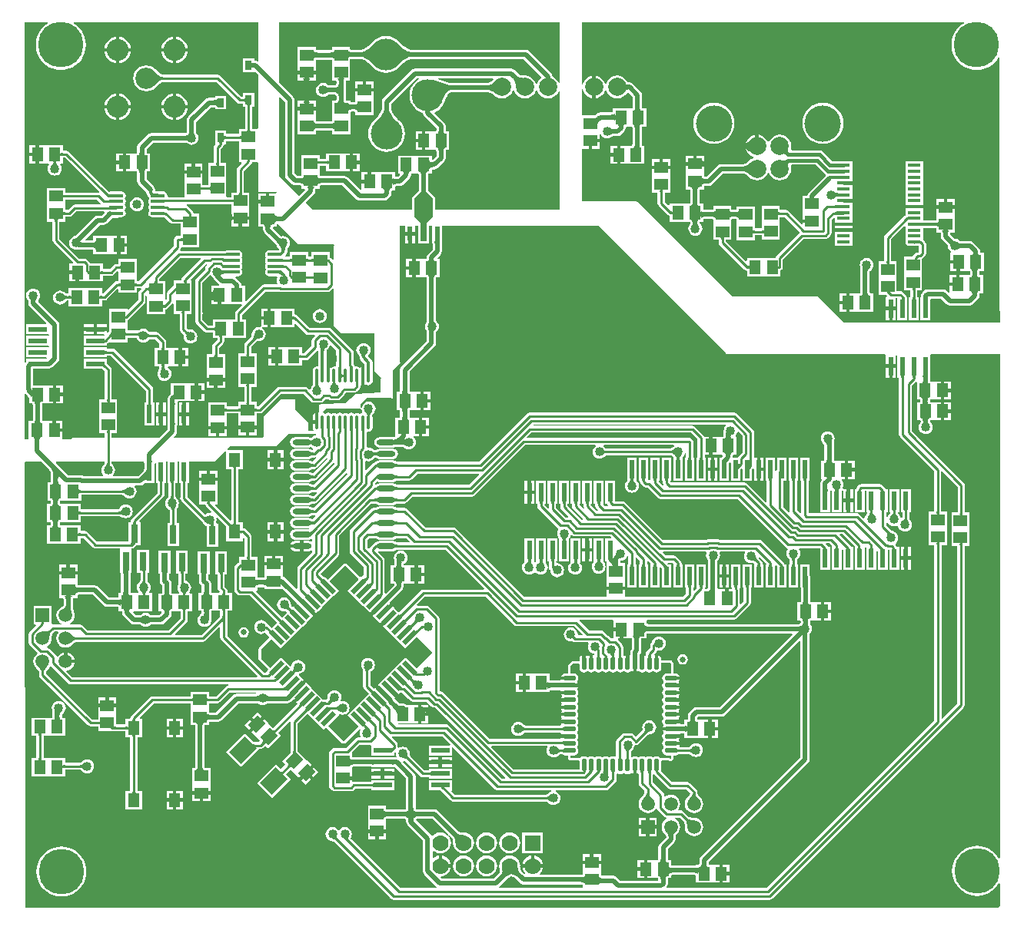
<source format=gtl>
G04*
G04 #@! TF.GenerationSoftware,Altium Limited,Altium Designer,18.1.3 (115)*
G04*
G04 Layer_Physical_Order=1*
G04 Layer_Color=255*
%FSAX25Y25*%
%MOIN*%
G70*
G01*
G75*
%ADD13C,0.01000*%
%ADD14C,0.02000*%
%ADD18C,0.01500*%
%ADD19O,0.06299X0.01496*%
%ADD20C,0.02500*%
%ADD21R,0.05118X0.05906*%
%ADD22R,0.05906X0.05118*%
%ADD23R,0.02400X0.08000*%
%ADD24R,0.05118X0.06102*%
%ADD25R,0.08000X0.02400*%
G04:AMPARAMS|DCode=26|XSize=51.18mil|YSize=59.06mil|CornerRadius=0mil|HoleSize=0mil|Usage=FLASHONLY|Rotation=135.000|XOffset=0mil|YOffset=0mil|HoleType=Round|Shape=Rectangle|*
%AMROTATEDRECTD26*
4,1,4,0.03897,0.00278,-0.00278,-0.03897,-0.03897,-0.00278,0.00278,0.03897,0.03897,0.00278,0.0*
%
%ADD26ROTATEDRECTD26*%

G04:AMPARAMS|DCode=27|XSize=70.87mil|YSize=94.49mil|CornerRadius=0mil|HoleSize=0mil|Usage=FLASHONLY|Rotation=135.000|XOffset=0mil|YOffset=0mil|HoleType=Round|Shape=Rectangle|*
%AMROTATEDRECTD27*
4,1,4,0.05846,0.00835,-0.00835,-0.05846,-0.05846,-0.00835,0.00835,0.05846,0.05846,0.00835,0.0*
%
%ADD27ROTATEDRECTD27*%

G04:AMPARAMS|DCode=28|XSize=70.87mil|YSize=19.68mil|CornerRadius=0mil|HoleSize=0mil|Usage=FLASHONLY|Rotation=135.000|XOffset=0mil|YOffset=0mil|HoleType=Round|Shape=Rectangle|*
%AMROTATEDRECTD28*
4,1,4,0.03202,-0.01810,0.01810,-0.03202,-0.03202,0.01810,-0.01810,0.03202,0.03202,-0.01810,0.0*
%
%ADD28ROTATEDRECTD28*%

G04:AMPARAMS|DCode=29|XSize=70.87mil|YSize=19.68mil|CornerRadius=0mil|HoleSize=0mil|Usage=FLASHONLY|Rotation=45.000|XOffset=0mil|YOffset=0mil|HoleType=Round|Shape=Rectangle|*
%AMROTATEDRECTD29*
4,1,4,-0.01810,-0.03202,-0.03202,-0.01810,0.01810,0.03202,0.03202,0.01810,-0.01810,-0.03202,0.0*
%
%ADD29ROTATEDRECTD29*%

%ADD30R,0.03150X0.08000*%
%ADD31R,0.03150X0.08024*%
%ADD32O,0.08268X0.02362*%
%ADD33O,0.01378X0.06102*%
%ADD34C,0.04000*%
%ADD35R,0.02953X0.03937*%
%ADD36R,0.05709X0.01496*%
%ADD37O,0.05709X0.01496*%
%ADD38R,0.02362X0.06299*%
%ADD39R,0.02756X0.07874*%
%ADD40R,0.05906X0.05118*%
%ADD41R,0.05118X0.05906*%
%ADD42O,0.01968X0.05709*%
%ADD43O,0.05709X0.01968*%
%ADD44R,0.02165X0.07874*%
%ADD82C,0.01378*%
%ADD83C,0.01496*%
%ADD84C,0.01396*%
%ADD85C,0.01496*%
%ADD86R,0.05906X0.05906*%
%ADD87C,0.05906*%
%ADD88R,0.07000X0.07000*%
%ADD89C,0.07000*%
%ADD90C,0.09200*%
%ADD91C,0.09500*%
%ADD92C,0.07874*%
%ADD93C,0.15748*%
%ADD94C,0.13780*%
%ADD95C,0.19685*%
%ADD96R,0.05906X0.05906*%
G36*
X0290977Y0476826D02*
X0291037Y0476656D01*
X0291137Y0476506D01*
X0291277Y0476376D01*
X0291457Y0476266D01*
X0291677Y0476176D01*
X0291937Y0476106D01*
X0292237Y0476056D01*
X0292577Y0476026D01*
X0292957Y0476016D01*
Y0474016D01*
X0292577Y0474006D01*
X0292237Y0473976D01*
X0291937Y0473926D01*
X0291677Y0473856D01*
X0291457Y0473766D01*
X0291277Y0473656D01*
X0291137Y0473526D01*
X0291037Y0473376D01*
X0290977Y0473206D01*
X0290957Y0473016D01*
Y0477016D01*
X0290977Y0476826D01*
D02*
G37*
G36*
X0285087Y0472756D02*
X0285067Y0472946D01*
X0285007Y0473116D01*
X0284906Y0473266D01*
X0284766Y0473396D01*
X0284584Y0473506D01*
X0284363Y0473596D01*
X0284102Y0473666D01*
X0283800Y0473716D01*
X0283458Y0473746D01*
X0283075Y0473756D01*
Y0475756D01*
X0283458Y0475766D01*
X0283800Y0475796D01*
X0284102Y0475846D01*
X0284363Y0475916D01*
X0284584Y0476006D01*
X0284766Y0476116D01*
X0284906Y0476246D01*
X0285007Y0476396D01*
X0285067Y0476566D01*
X0285087Y0476756D01*
Y0472756D01*
D02*
G37*
G36*
X0276077Y0476566D02*
X0276137Y0476396D01*
X0276237Y0476246D01*
X0276377Y0476116D01*
X0276557Y0476006D01*
X0276777Y0475916D01*
X0277037Y0475846D01*
X0277337Y0475796D01*
X0277677Y0475766D01*
X0278057Y0475756D01*
Y0473756D01*
X0277677Y0473746D01*
X0277337Y0473716D01*
X0277037Y0473666D01*
X0276777Y0473596D01*
X0276557Y0473506D01*
X0276377Y0473396D01*
X0276237Y0473266D01*
X0276137Y0473116D01*
X0276077Y0472946D01*
X0276057Y0472756D01*
Y0476756D01*
X0276077Y0476566D01*
D02*
G37*
G36*
X0313171Y0479113D02*
X0314553Y0477889D01*
X0315200Y0477392D01*
X0315818Y0476972D01*
X0316406Y0476628D01*
X0316965Y0476360D01*
X0317495Y0476169D01*
X0317996Y0476054D01*
X0318467Y0476016D01*
Y0474016D01*
X0317996Y0473978D01*
X0317495Y0473863D01*
X0316965Y0473672D01*
X0316406Y0473405D01*
X0315818Y0473061D01*
X0315200Y0472640D01*
X0314553Y0472143D01*
X0313171Y0470920D01*
X0312437Y0470193D01*
Y0479839D01*
X0313171Y0479113D01*
D02*
G37*
G36*
X0302596Y0470193D02*
X0301861Y0470920D01*
X0300479Y0472143D01*
X0299832Y0472640D01*
X0299215Y0473061D01*
X0298626Y0473405D01*
X0298067Y0473672D01*
X0297537Y0473863D01*
X0297037Y0473978D01*
X0296566Y0474016D01*
Y0476016D01*
X0297037Y0476054D01*
X0297537Y0476169D01*
X0298067Y0476360D01*
X0298626Y0476628D01*
X0299215Y0476972D01*
X0299832Y0477392D01*
X0300479Y0477889D01*
X0301861Y0479113D01*
X0302596Y0479839D01*
Y0470193D01*
D02*
G37*
G36*
X0249382Y0471584D02*
X0249423Y0471523D01*
X0249492Y0471470D01*
X0249588Y0471423D01*
X0249711Y0471384D01*
X0249861Y0471352D01*
X0250039Y0471327D01*
X0250245Y0471309D01*
X0250737Y0471295D01*
Y0469295D01*
X0250477Y0469291D01*
X0249861Y0469238D01*
X0249711Y0469206D01*
X0249588Y0469166D01*
X0249492Y0469120D01*
X0249423Y0469066D01*
X0249382Y0469006D01*
X0249369Y0468938D01*
Y0471652D01*
X0249382Y0471584D01*
D02*
G37*
G36*
X0252116Y0472309D02*
X0251675Y0472074D01*
X0251518Y0472179D01*
X0250737Y0472334D01*
X0250393D01*
Y0473263D01*
X0245440D01*
Y0467326D01*
X0250393D01*
Y0467326D01*
X0250696Y0467452D01*
X0252116Y0466032D01*
Y0443113D01*
X0251869Y0442715D01*
X0251616Y0442715D01*
X0249446D01*
Y0452169D01*
X0250393D01*
Y0458106D01*
X0245440D01*
Y0456667D01*
X0244728D01*
X0235698Y0465698D01*
X0235201Y0466029D01*
X0234616Y0466146D01*
X0210793D01*
X0210736Y0466151D01*
X0210563Y0466196D01*
X0210330Y0466289D01*
X0210044Y0466437D01*
X0209714Y0466644D01*
X0209362Y0466896D01*
X0208016Y0468067D01*
X0207643Y0468438D01*
X0207510Y0468610D01*
X0206340Y0469508D01*
X0204978Y0470072D01*
X0203516Y0470264D01*
X0202054Y0470072D01*
X0200692Y0469508D01*
X0199522Y0468610D01*
X0198625Y0467440D01*
X0198060Y0466078D01*
X0197868Y0464616D01*
X0198060Y0463154D01*
X0198625Y0461792D01*
X0199522Y0460622D01*
X0200692Y0459725D01*
X0202054Y0459160D01*
X0203516Y0458968D01*
X0204978Y0459160D01*
X0206340Y0459725D01*
X0207510Y0460622D01*
X0207643Y0460795D01*
X0208029Y0461179D01*
X0208492Y0461611D01*
X0209353Y0462330D01*
X0209714Y0462589D01*
X0210044Y0462795D01*
X0210330Y0462943D01*
X0210563Y0463037D01*
X0210736Y0463082D01*
X0210793Y0463087D01*
X0233983D01*
X0243014Y0454056D01*
X0243510Y0453724D01*
X0244095Y0453608D01*
X0245440D01*
Y0452169D01*
X0246387D01*
Y0442715D01*
X0243963D01*
Y0440467D01*
X0238293D01*
Y0441906D01*
X0233340D01*
Y0435969D01*
X0233340Y0435969D01*
X0233190Y0435531D01*
X0232903Y0435101D01*
X0232787Y0434516D01*
Y0427815D01*
X0230363D01*
Y0420835D01*
X0230363Y0420697D01*
Y0420335D01*
X0230363Y0420197D01*
Y0418305D01*
X0227969D01*
Y0419897D01*
X0227969Y0420035D01*
Y0420397D01*
X0227969Y0420535D01*
Y0423206D01*
X0224016D01*
X0220063D01*
Y0420535D01*
X0220063Y0420397D01*
Y0420035D01*
X0220063Y0419897D01*
Y0412986D01*
X0213112D01*
X0212702Y0413486D01*
X0212755Y0413755D01*
X0212619Y0414437D01*
X0212233Y0415015D01*
X0211655Y0415401D01*
X0210973Y0415537D01*
X0209333D01*
X0209253Y0415590D01*
X0208571Y0415726D01*
X0207632D01*
X0207315Y0416113D01*
X0207355Y0416316D01*
X0207200Y0417097D01*
X0206758Y0417758D01*
X0203696Y0420821D01*
Y0423622D01*
X0203709Y0423772D01*
X0203744Y0423986D01*
X0203785Y0424138D01*
X0203795Y0424163D01*
X0205215D01*
Y0432069D01*
X0203799D01*
X0203784Y0432104D01*
X0203744Y0432254D01*
X0203709Y0432466D01*
X0203696Y0432613D01*
Y0433825D01*
X0206586Y0436716D01*
X0220617D01*
X0220689Y0436708D01*
X0220801Y0436690D01*
X0220891Y0436669D01*
X0220956Y0436649D01*
X0220998Y0436632D01*
X0221005Y0436629D01*
X0221015Y0436615D01*
X0221642Y0436134D01*
X0222372Y0435832D01*
X0223155Y0435729D01*
X0223938Y0435832D01*
X0224668Y0436134D01*
X0225294Y0436615D01*
X0225775Y0437242D01*
X0226078Y0437972D01*
X0226181Y0438755D01*
X0226078Y0439538D01*
X0225775Y0440268D01*
X0225294Y0440894D01*
X0225281Y0440905D01*
X0225277Y0440912D01*
X0225260Y0440953D01*
X0225240Y0441019D01*
X0225220Y0441108D01*
X0225203Y0441209D01*
X0225194Y0441325D01*
Y0445710D01*
X0231540Y0452056D01*
X0232808D01*
X0232948Y0452044D01*
X0233164Y0452009D01*
X0233318Y0451970D01*
X0233340Y0451961D01*
Y0451126D01*
X0234314D01*
X0234352Y0451119D01*
X0234390Y0451126D01*
X0234446D01*
X0234463Y0451125D01*
X0234468Y0451126D01*
X0238293D01*
Y0457063D01*
X0234468D01*
X0234463Y0457065D01*
X0234446Y0457063D01*
X0234390D01*
X0234352Y0457071D01*
X0234314Y0457063D01*
X0233340D01*
Y0456229D01*
X0233318Y0456220D01*
X0233164Y0456180D01*
X0232948Y0456146D01*
X0232808Y0456134D01*
X0230695D01*
X0229915Y0455979D01*
X0229253Y0455537D01*
X0221713Y0447997D01*
X0221271Y0447335D01*
X0221115Y0446555D01*
Y0441292D01*
X0221108Y0441221D01*
X0221090Y0441108D01*
X0221069Y0441019D01*
X0221049Y0440953D01*
X0221032Y0440912D01*
X0221029Y0440905D01*
X0221015Y0440894D01*
X0221005Y0440881D01*
X0220998Y0440877D01*
X0220956Y0440861D01*
X0220891Y0440840D01*
X0220801Y0440820D01*
X0220701Y0440803D01*
X0220584Y0440794D01*
X0205741D01*
X0204961Y0440639D01*
X0204299Y0440197D01*
X0200214Y0436112D01*
X0199772Y0435450D01*
X0199617Y0434670D01*
Y0432613D01*
X0199604Y0432466D01*
X0199569Y0432254D01*
X0199528Y0432104D01*
X0199514Y0432069D01*
X0198235D01*
X0198097Y0432069D01*
X0197735D01*
X0197597Y0432069D01*
X0194926D01*
Y0428116D01*
Y0424163D01*
X0197597D01*
X0197735Y0424163D01*
X0198097D01*
X0198235Y0424163D01*
X0199518D01*
X0199528Y0424138D01*
X0199569Y0423986D01*
X0199604Y0423772D01*
X0199617Y0423622D01*
Y0419976D01*
X0199772Y0419196D01*
X0200214Y0418534D01*
X0203534Y0415215D01*
Y0414841D01*
X0203534Y0414841D01*
X0203670Y0414159D01*
X0204056Y0413581D01*
X0204513Y0413124D01*
X0204523Y0413073D01*
X0204649Y0412884D01*
X0204898Y0412475D01*
X0204649Y0412067D01*
X0204523Y0411878D01*
X0204387Y0411196D01*
X0204523Y0410514D01*
X0204649Y0410324D01*
X0204898Y0409916D01*
X0204649Y0409508D01*
X0204523Y0409319D01*
X0204387Y0408637D01*
X0204523Y0407955D01*
X0204649Y0407765D01*
X0204898Y0407357D01*
X0204649Y0406949D01*
X0204523Y0406760D01*
X0204387Y0406078D01*
X0204523Y0405396D01*
X0204909Y0404817D01*
X0205488Y0404431D01*
X0206170Y0404295D01*
X0210973D01*
X0211474Y0404395D01*
X0213935Y0401935D01*
X0214431Y0401603D01*
X0215016Y0401487D01*
X0218563D01*
Y0398795D01*
X0218563Y0398657D01*
Y0398295D01*
X0218563Y0398157D01*
Y0396265D01*
X0217136D01*
X0216551Y0396149D01*
X0216054Y0395817D01*
X0215723Y0395321D01*
X0215606Y0394736D01*
Y0391769D01*
X0200443Y0376605D01*
X0199369D01*
Y0378497D01*
X0199369Y0378635D01*
Y0378997D01*
X0199369Y0379135D01*
Y0386115D01*
X0191463D01*
Y0384086D01*
X0190456D01*
X0189871Y0383969D01*
X0189375Y0383638D01*
X0187683Y0381946D01*
X0184715D01*
Y0384369D01*
X0179189D01*
X0179148Y0384576D01*
X0178816Y0385072D01*
X0177938Y0385950D01*
X0177442Y0386282D01*
X0176856Y0386398D01*
X0174597D01*
X0165946Y0395050D01*
Y0402417D01*
X0168369D01*
Y0404447D01*
X0170276D01*
X0170861Y0404563D01*
X0171358Y0404895D01*
X0173259Y0406796D01*
X0185259D01*
X0185450Y0406334D01*
X0184171Y0405055D01*
X0182516D01*
X0182516Y0405055D01*
X0181736Y0404900D01*
X0181074Y0404458D01*
X0172804Y0396188D01*
X0172433Y0396139D01*
X0171703Y0395837D01*
X0171077Y0395356D01*
X0170596Y0394729D01*
X0170293Y0393999D01*
X0170190Y0393216D01*
X0170293Y0392433D01*
X0170596Y0391703D01*
X0171077Y0391076D01*
X0171703Y0390596D01*
X0172433Y0390293D01*
X0173216Y0390190D01*
X0173778Y0390264D01*
X0174216Y0390177D01*
X0180076D01*
X0180225Y0390164D01*
X0180439Y0390128D01*
X0180592Y0390088D01*
X0180617Y0390077D01*
Y0388263D01*
X0187597D01*
X0187735Y0388263D01*
X0188097D01*
X0188235Y0388263D01*
X0190906D01*
Y0392216D01*
Y0396169D01*
X0188235D01*
X0188097Y0396169D01*
X0187735D01*
X0187597Y0396169D01*
X0180617D01*
Y0394355D01*
X0180592Y0394345D01*
X0180439Y0394304D01*
X0180225Y0394268D01*
X0180076Y0394255D01*
X0177293D01*
X0177101Y0394717D01*
X0183361Y0400977D01*
X0185016D01*
X0185796Y0401132D01*
X0186458Y0401574D01*
X0188927Y0404043D01*
X0191185D01*
X0191759Y0404157D01*
X0191918D01*
X0192580Y0404289D01*
X0192590Y0404295D01*
X0192863D01*
X0193545Y0404431D01*
X0194123Y0404817D01*
X0194509Y0405396D01*
X0194645Y0406078D01*
X0194509Y0406760D01*
X0194383Y0406949D01*
X0194135Y0407357D01*
X0194383Y0407765D01*
X0194509Y0407955D01*
X0194645Y0408637D01*
X0194509Y0409319D01*
X0194383Y0409508D01*
X0194135Y0409916D01*
X0194383Y0410324D01*
X0194509Y0410514D01*
X0194645Y0411196D01*
X0194509Y0411878D01*
X0194383Y0412067D01*
X0194135Y0412475D01*
X0194383Y0412884D01*
X0194509Y0413073D01*
X0194645Y0413755D01*
X0194509Y0414437D01*
X0194123Y0415015D01*
X0193545Y0415401D01*
X0192863Y0415537D01*
X0188059D01*
X0187475Y0415421D01*
X0186598Y0416298D01*
X0186296Y0416499D01*
X0170038Y0432757D01*
X0169542Y0433089D01*
X0168956Y0433205D01*
X0167415D01*
Y0435629D01*
X0160435D01*
X0160297Y0435629D01*
X0159935D01*
X0159797Y0435629D01*
X0157126D01*
Y0431676D01*
Y0427723D01*
X0159797D01*
X0159935Y0427723D01*
X0160297D01*
X0160435Y0427723D01*
X0161260D01*
X0161507Y0427223D01*
X0161234Y0426868D01*
X0160932Y0426138D01*
X0160829Y0425355D01*
X0160932Y0424572D01*
X0161234Y0423842D01*
X0161715Y0423215D01*
X0162342Y0422734D01*
X0163072Y0422432D01*
X0163855Y0422329D01*
X0164638Y0422432D01*
X0165368Y0422734D01*
X0165994Y0423215D01*
X0166475Y0423842D01*
X0166778Y0424572D01*
X0166881Y0425355D01*
X0166778Y0426138D01*
X0166475Y0426868D01*
X0166202Y0427223D01*
X0166449Y0427723D01*
X0167415D01*
Y0430147D01*
X0168323D01*
X0182997Y0415473D01*
X0182974Y0415336D01*
X0182777Y0414986D01*
X0168369D01*
Y0417015D01*
X0160463D01*
Y0409897D01*
X0160463D01*
Y0409535D01*
X0160463D01*
Y0402417D01*
X0162887D01*
Y0394416D01*
X0163003Y0393831D01*
X0163335Y0393335D01*
X0171839Y0384831D01*
X0171647Y0384369D01*
X0170117D01*
Y0381166D01*
X0173676D01*
Y0380416D01*
X0174426D01*
Y0376463D01*
X0177235D01*
X0177235Y0376463D01*
X0177597D01*
Y0376463D01*
X0177735Y0376463D01*
X0184715D01*
Y0378887D01*
X0188316D01*
X0188901Y0379003D01*
X0189398Y0379335D01*
X0190963Y0380901D01*
X0191463Y0380722D01*
Y0379135D01*
X0191463Y0378997D01*
Y0378635D01*
X0191463Y0378497D01*
Y0376605D01*
X0190776D01*
X0190191Y0376489D01*
X0189695Y0376157D01*
X0184915Y0371378D01*
X0184415Y0371566D01*
Y0373669D01*
X0177435D01*
X0177297Y0373669D01*
X0176935D01*
X0176797Y0373669D01*
X0169817D01*
Y0371246D01*
X0169111D01*
X0169078Y0371251D01*
X0168993Y0371271D01*
X0168892Y0371304D01*
X0168777Y0371351D01*
X0168648Y0371413D01*
X0168517Y0371487D01*
X0168181Y0371708D01*
X0168001Y0371844D01*
X0167915Y0371885D01*
X0167668Y0372075D01*
X0166938Y0372377D01*
X0166155Y0372481D01*
X0165372Y0372377D01*
X0164642Y0372075D01*
X0164015Y0371594D01*
X0163534Y0370968D01*
X0163232Y0370238D01*
X0163129Y0369455D01*
X0163232Y0368672D01*
X0163534Y0367942D01*
X0164015Y0367315D01*
X0164642Y0366834D01*
X0165372Y0366532D01*
X0166155Y0366429D01*
X0166938Y0366532D01*
X0167668Y0366834D01*
X0168294Y0367315D01*
X0168482Y0367559D01*
X0168551Y0367617D01*
X0168676Y0367775D01*
X0168778Y0367887D01*
X0168874Y0367978D01*
X0168962Y0368049D01*
X0169041Y0368102D01*
X0169111Y0368140D01*
X0169173Y0368166D01*
X0169230Y0368182D01*
X0169255Y0368187D01*
X0169817D01*
Y0365763D01*
X0176797D01*
X0176935Y0365763D01*
X0177297D01*
X0177435Y0365763D01*
X0184415D01*
Y0368187D01*
X0185416D01*
X0186001Y0368303D01*
X0186498Y0368635D01*
X0190963Y0373100D01*
X0191463Y0372893D01*
Y0371517D01*
X0199369D01*
Y0373547D01*
X0201076D01*
X0201077Y0373547D01*
X0201323Y0373086D01*
X0200580Y0372343D01*
X0200248Y0371847D01*
X0200132Y0371261D01*
Y0368534D01*
X0195831Y0364233D01*
X0195369Y0364425D01*
Y0364615D01*
X0187463D01*
Y0357635D01*
X0187463Y0357497D01*
Y0357135D01*
X0187463Y0356997D01*
Y0354884D01*
X0187460Y0354868D01*
X0187442Y0354814D01*
X0187405Y0354733D01*
X0187346Y0354628D01*
X0187264Y0354503D01*
X0187165Y0354368D01*
X0187016Y0354196D01*
X0186516Y0354347D01*
Y0354966D01*
X0182266D01*
Y0353516D01*
X0185207D01*
X0185474Y0353016D01*
X0185407Y0352916D01*
X0176516D01*
Y0348516D01*
X0186516D01*
Y0349447D01*
X0186798Y0349635D01*
X0187016Y0349853D01*
X0187463Y0350017D01*
Y0350017D01*
X0187463Y0350017D01*
X0195369D01*
Y0352047D01*
X0199329D01*
X0199596Y0351403D01*
X0200077Y0350777D01*
X0200703Y0350296D01*
X0201433Y0349993D01*
X0202216Y0349890D01*
X0202999Y0349993D01*
X0203729Y0350296D01*
X0204356Y0350777D01*
X0204791Y0351344D01*
X0204794Y0351346D01*
X0204798Y0351353D01*
X0204816Y0351359D01*
X0204867Y0351372D01*
X0204941Y0351384D01*
X0204970Y0351387D01*
X0207383D01*
X0209247Y0349523D01*
Y0347569D01*
X0207217D01*
Y0339663D01*
X0209247D01*
Y0339057D01*
X0209245Y0339045D01*
X0209187Y0338791D01*
X0209155Y0338685D01*
X0208826Y0337890D01*
X0208796Y0337829D01*
X0208796Y0337829D01*
X0208795Y0337829D01*
X0208718Y0337673D01*
X0208696Y0337587D01*
X0208493Y0337099D01*
X0208390Y0336316D01*
X0208493Y0335533D01*
X0208796Y0334803D01*
X0209277Y0334176D01*
X0209903Y0333696D01*
X0210633Y0333393D01*
X0211416Y0333290D01*
X0212199Y0333393D01*
X0212929Y0333696D01*
X0213556Y0334176D01*
X0214037Y0334803D01*
X0214339Y0335533D01*
X0214442Y0336316D01*
X0214339Y0337099D01*
X0214037Y0337829D01*
X0213556Y0338456D01*
X0212929Y0338937D01*
X0212795Y0338992D01*
X0212763Y0339018D01*
X0212680Y0339062D01*
X0212661Y0339180D01*
X0213017Y0339663D01*
X0214197D01*
X0214335Y0339663D01*
X0214697D01*
X0214835Y0339663D01*
X0217506D01*
Y0343616D01*
Y0347569D01*
X0214835D01*
X0214697Y0347569D01*
X0214335D01*
X0214197Y0347569D01*
X0212305D01*
Y0350156D01*
X0212189Y0350742D01*
X0211858Y0351238D01*
X0209098Y0353998D01*
X0208601Y0354329D01*
X0208016Y0354446D01*
X0204970D01*
X0204941Y0354448D01*
X0204867Y0354460D01*
X0204816Y0354473D01*
X0204798Y0354480D01*
X0204794Y0354486D01*
X0204791Y0354489D01*
X0204356Y0355056D01*
X0203729Y0355537D01*
X0202999Y0355839D01*
X0202216Y0355942D01*
X0201433Y0355839D01*
X0200703Y0355537D01*
X0200364Y0355277D01*
X0200288Y0355239D01*
X0200242Y0355203D01*
X0200230Y0355196D01*
X0200204Y0355183D01*
X0200164Y0355167D01*
X0200108Y0355150D01*
X0200035Y0355133D01*
X0199959Y0355120D01*
X0199791Y0355105D01*
X0195369D01*
Y0356997D01*
X0195369Y0357135D01*
Y0357497D01*
X0195369Y0357635D01*
Y0359637D01*
X0195402Y0359643D01*
X0195898Y0359975D01*
X0202743Y0366820D01*
X0203074Y0367316D01*
X0203191Y0367901D01*
Y0370243D01*
X0203263Y0370292D01*
X0203763Y0370025D01*
Y0369597D01*
X0203763D01*
Y0369235D01*
X0203763D01*
Y0362117D01*
X0211669D01*
Y0364165D01*
X0212161Y0364263D01*
X0212657Y0364595D01*
X0214863Y0366800D01*
X0215363Y0366611D01*
Y0362317D01*
X0217987D01*
Y0355716D01*
X0218103Y0355131D01*
X0218435Y0354635D01*
X0219688Y0353382D01*
X0219706Y0353360D01*
X0219750Y0353299D01*
X0219777Y0353254D01*
X0219785Y0353236D01*
X0219784Y0353229D01*
X0219784Y0353225D01*
X0219690Y0352516D01*
X0219793Y0351733D01*
X0220096Y0351003D01*
X0220577Y0350377D01*
X0221203Y0349896D01*
X0221933Y0349593D01*
X0222716Y0349490D01*
X0223499Y0349593D01*
X0224229Y0349896D01*
X0224856Y0350377D01*
X0225337Y0351003D01*
X0225639Y0351733D01*
X0225742Y0352516D01*
X0225639Y0353299D01*
X0225337Y0354029D01*
X0224856Y0354656D01*
X0224229Y0355137D01*
X0223499Y0355439D01*
X0222716Y0355542D01*
X0222007Y0355449D01*
X0222004Y0355449D01*
X0221996Y0355447D01*
X0221979Y0355455D01*
X0221934Y0355483D01*
X0221873Y0355526D01*
X0221851Y0355545D01*
X0221046Y0356350D01*
Y0362317D01*
X0223269D01*
Y0369435D01*
X0223269D01*
Y0369797D01*
X0223269D01*
Y0376915D01*
X0222932D01*
X0222740Y0377377D01*
X0229450Y0384087D01*
X0229921D01*
X0230112Y0383625D01*
X0229635Y0383147D01*
X0229303Y0382651D01*
X0229187Y0382066D01*
Y0381699D01*
X0225235Y0377747D01*
X0224903Y0377251D01*
X0224787Y0376666D01*
Y0362866D01*
X0224827Y0362666D01*
X0224787Y0362466D01*
Y0359416D01*
X0224903Y0358831D01*
X0225235Y0358335D01*
X0228835Y0354735D01*
X0229331Y0354403D01*
X0229916Y0354287D01*
X0232317D01*
Y0351863D01*
X0234347D01*
Y0351110D01*
X0232635Y0349398D01*
X0232303Y0348901D01*
X0232187Y0348316D01*
Y0344775D01*
X0229763D01*
Y0337795D01*
X0229763Y0337657D01*
Y0337295D01*
X0229763Y0337157D01*
Y0334486D01*
X0233716D01*
X0237669D01*
Y0337157D01*
X0237669Y0337295D01*
Y0337657D01*
X0237669Y0337795D01*
Y0344775D01*
X0235246D01*
Y0347683D01*
X0236958Y0349395D01*
X0237289Y0349891D01*
X0237405Y0350476D01*
Y0351863D01*
X0239435D01*
Y0351863D01*
X0239797D01*
Y0351863D01*
X0246915D01*
Y0359769D01*
X0245146D01*
Y0361983D01*
X0255250Y0372087D01*
X0260806D01*
X0261081Y0371903D01*
X0261666Y0371787D01*
X0282089D01*
X0282675Y0371903D01*
X0283171Y0372235D01*
X0284316Y0373380D01*
X0284816Y0373173D01*
Y0357116D01*
X0288116Y0353816D01*
X0302371D01*
X0302371Y0337662D01*
X0305416Y0334616D01*
X0305116Y0334316D01*
Y0328116D01*
X0294416Y0327616D01*
X0289716Y0323616D01*
X0279316Y0323356D01*
X0278516Y0322916D01*
Y0319624D01*
X0278216Y0319461D01*
Y0315377D01*
X0277466D01*
Y0314627D01*
X0275744D01*
Y0313015D01*
X0275875Y0312356D01*
X0276102Y0312016D01*
X0275837Y0311516D01*
X0273816D01*
Y0315316D01*
X0268156Y0320976D01*
Y0325316D01*
X0261903D01*
X0254316Y0317729D01*
Y0309216D01*
X0253716Y0308616D01*
X0215738D01*
X0215546Y0309078D01*
X0216358Y0309890D01*
X0216358Y0309890D01*
X0216800Y0310552D01*
X0216955Y0311332D01*
X0216955Y0311332D01*
Y0313761D01*
X0216958Y0313816D01*
X0217116D01*
Y0314790D01*
X0217124Y0314828D01*
X0217116Y0314866D01*
Y0314941D01*
X0217117Y0314948D01*
X0217116Y0314949D01*
Y0322683D01*
X0217117Y0322684D01*
X0217116Y0322691D01*
Y0322766D01*
X0217124Y0322804D01*
X0217116Y0322842D01*
Y0323816D01*
X0217116D01*
X0217198Y0324282D01*
X0217328Y0324463D01*
X0221197D01*
X0221335Y0324463D01*
X0221697D01*
X0221835Y0324463D01*
X0224506D01*
Y0328416D01*
Y0332369D01*
X0221835D01*
X0221697Y0332369D01*
X0221335D01*
X0221197Y0332369D01*
X0214217D01*
Y0327741D01*
X0213474Y0326998D01*
X0213032Y0326337D01*
X0212877Y0325556D01*
Y0323872D01*
X0212874Y0323816D01*
X0212716D01*
Y0322842D01*
X0212709Y0322804D01*
X0212716Y0322766D01*
Y0322691D01*
X0212716Y0322684D01*
X0212716Y0322683D01*
Y0314950D01*
X0212716Y0314948D01*
X0212716Y0314941D01*
Y0314866D01*
X0212709Y0314828D01*
X0212716Y0314790D01*
Y0313816D01*
X0212855D01*
X0212877Y0313459D01*
Y0312176D01*
X0209317Y0308616D01*
X0188546D01*
Y0310677D01*
X0190969D01*
Y0317657D01*
X0190969Y0317795D01*
Y0318157D01*
X0190969Y0318295D01*
Y0325275D01*
X0188546D01*
Y0338116D01*
X0188429Y0338701D01*
X0188098Y0339198D01*
X0186765Y0340530D01*
X0186621Y0340685D01*
X0186526Y0340804D01*
X0186516Y0340818D01*
Y0342916D01*
X0176516D01*
Y0338516D01*
X0184418D01*
X0184655Y0338315D01*
X0185487Y0337483D01*
Y0325275D01*
X0183063D01*
Y0318295D01*
X0183063Y0318157D01*
Y0317795D01*
X0183063Y0317657D01*
Y0310677D01*
X0185487D01*
Y0308616D01*
X0171656D01*
X0171556Y0308716D01*
X0170856Y0308016D01*
X0167215D01*
Y0311166D01*
X0163656D01*
Y0311916D01*
X0162906D01*
Y0315869D01*
X0160097D01*
Y0315869D01*
X0159735D01*
Y0315869D01*
X0158515D01*
X0158504Y0315894D01*
X0158464Y0316046D01*
X0158428Y0316261D01*
X0158415Y0316410D01*
Y0322919D01*
X0158428Y0323066D01*
X0158464Y0323279D01*
X0158504Y0323429D01*
X0158518Y0323463D01*
X0159797D01*
X0159935Y0323463D01*
X0160297D01*
X0160435Y0323463D01*
X0163106D01*
Y0327416D01*
Y0331369D01*
X0160435D01*
X0160297Y0331369D01*
X0159935D01*
X0159797Y0331369D01*
X0154516D01*
Y0338516D01*
X0161516D01*
Y0338677D01*
X0162296Y0338832D01*
X0162958Y0339274D01*
X0165297Y0341613D01*
X0165739Y0342274D01*
X0165894Y0343055D01*
Y0357678D01*
X0165739Y0358458D01*
X0165297Y0359120D01*
X0156729Y0367687D01*
X0156656Y0368152D01*
X0157137Y0368779D01*
X0157439Y0369509D01*
X0157542Y0370292D01*
X0157439Y0371075D01*
X0157137Y0371805D01*
X0156656Y0372431D01*
X0156029Y0372912D01*
X0155299Y0373215D01*
X0154516Y0373318D01*
X0153733Y0373215D01*
X0153003Y0372912D01*
X0152376Y0372431D01*
X0151896Y0371805D01*
X0151593Y0371075D01*
X0151490Y0370292D01*
X0151593Y0369509D01*
X0151896Y0368779D01*
X0152376Y0368152D01*
X0152390Y0368142D01*
X0152394Y0368135D01*
X0152410Y0368094D01*
X0152430Y0368028D01*
X0152451Y0367938D01*
X0152467Y0367838D01*
X0152477Y0367722D01*
Y0367016D01*
X0152632Y0366236D01*
X0153074Y0365574D01*
X0160270Y0358378D01*
X0160079Y0357916D01*
X0151516D01*
Y0353516D01*
X0161167D01*
X0161342Y0353216D01*
X0161167Y0352916D01*
X0151516D01*
Y0348516D01*
X0161167D01*
X0161342Y0348216D01*
X0161167Y0347916D01*
X0151516D01*
Y0343516D01*
X0160286D01*
X0160553Y0343016D01*
X0160486Y0342916D01*
X0151516D01*
Y0341653D01*
X0151157Y0341364D01*
X0150716Y0341553D01*
Y0462816D01*
X0150816Y0489016D01*
X0160963D01*
X0161104Y0488516D01*
X0160123Y0487915D01*
X0158826Y0486807D01*
X0157717Y0485509D01*
X0156825Y0484054D01*
X0156172Y0482477D01*
X0155774Y0480818D01*
X0155640Y0479116D01*
X0155774Y0477415D01*
X0156172Y0475755D01*
X0156825Y0474179D01*
X0157717Y0472723D01*
X0158826Y0471426D01*
X0160123Y0470317D01*
X0161579Y0469425D01*
X0163155Y0468772D01*
X0164815Y0468374D01*
X0166516Y0468240D01*
X0168218Y0468374D01*
X0169877Y0468772D01*
X0171454Y0469425D01*
X0172909Y0470317D01*
X0174207Y0471426D01*
X0175315Y0472723D01*
X0176207Y0474179D01*
X0176860Y0475755D01*
X0177258Y0477415D01*
X0177392Y0479116D01*
X0177258Y0480818D01*
X0176860Y0482477D01*
X0176207Y0484054D01*
X0175315Y0485509D01*
X0174207Y0486807D01*
X0172909Y0487915D01*
X0171928Y0488516D01*
X0172069Y0489016D01*
X0252116D01*
Y0472309D01*
D02*
G37*
G36*
X0289826Y0464721D02*
X0289656Y0464661D01*
X0289506Y0464560D01*
X0289376Y0464419D01*
X0289266Y0464238D01*
X0289176Y0464017D01*
X0289106Y0463755D01*
X0289056Y0463453D01*
X0289026Y0463111D01*
X0289016Y0462729D01*
X0287016D01*
X0287006Y0463111D01*
X0286976Y0463453D01*
X0286926Y0463755D01*
X0286856Y0464017D01*
X0286766Y0464238D01*
X0286656Y0464419D01*
X0286526Y0464560D01*
X0286376Y0464661D01*
X0286206Y0464721D01*
X0286016Y0464741D01*
X0290016D01*
X0289826Y0464721D01*
D02*
G37*
G36*
X0354100Y0464214D02*
X0354047Y0464144D01*
X0354037Y0464137D01*
X0353734Y0463815D01*
X0353455Y0463551D01*
X0353183Y0463324D01*
X0352918Y0463134D01*
X0352663Y0462979D01*
X0352416Y0462857D01*
X0352179Y0462766D01*
X0351949Y0462703D01*
X0351762Y0462672D01*
X0335206D01*
X0330095Y0464219D01*
X0330168Y0464714D01*
X0353924D01*
X0354100Y0464214D01*
D02*
G37*
G36*
X0382816Y0462711D02*
X0382316Y0462612D01*
X0382029Y0463306D01*
X0381237Y0464337D01*
X0380206Y0465129D01*
X0379755Y0465315D01*
Y0465416D01*
X0379600Y0466196D01*
X0379158Y0466858D01*
X0369558Y0476458D01*
X0368897Y0476900D01*
X0368116Y0477055D01*
X0318267D01*
X0318151Y0477065D01*
X0317783Y0477149D01*
X0317359Y0477302D01*
X0316884Y0477529D01*
X0316363Y0477834D01*
X0315798Y0478219D01*
X0315202Y0478676D01*
X0313868Y0479857D01*
X0313240Y0480478D01*
X0313122Y0480622D01*
X0311921Y0481608D01*
X0310550Y0482341D01*
X0309063Y0482792D01*
X0307516Y0482944D01*
X0305970Y0482792D01*
X0304482Y0482341D01*
X0303112Y0481608D01*
X0301910Y0480622D01*
X0301792Y0480478D01*
X0301164Y0479857D01*
X0299830Y0478676D01*
X0299234Y0478219D01*
X0298670Y0477834D01*
X0298148Y0477529D01*
X0297673Y0477302D01*
X0297249Y0477149D01*
X0296881Y0477065D01*
X0296766Y0477055D01*
X0292513D01*
X0292366Y0477068D01*
X0292154Y0477104D01*
X0292004Y0477144D01*
X0291969Y0477158D01*
Y0478315D01*
X0284063D01*
Y0476895D01*
X0284038Y0476885D01*
X0283886Y0476844D01*
X0283672Y0476809D01*
X0283522Y0476795D01*
X0277613D01*
X0277466Y0476809D01*
X0277254Y0476844D01*
X0277104Y0476884D01*
X0277069Y0476898D01*
Y0478215D01*
X0269163D01*
Y0471235D01*
X0269163Y0471097D01*
Y0470735D01*
X0269163Y0470597D01*
Y0467926D01*
X0273116D01*
X0277069D01*
Y0470597D01*
X0277069Y0470735D01*
Y0471097D01*
X0277069Y0471235D01*
Y0472614D01*
X0277104Y0472628D01*
X0277254Y0472669D01*
X0277466Y0472704D01*
X0277613Y0472717D01*
X0283522D01*
X0283672Y0472704D01*
X0283886Y0472669D01*
X0284038Y0472628D01*
X0284063Y0472617D01*
Y0471335D01*
X0284063Y0471197D01*
Y0470835D01*
X0284063Y0470697D01*
Y0463717D01*
X0285877D01*
X0285888Y0463692D01*
X0285928Y0463540D01*
X0285964Y0463325D01*
X0285977Y0463176D01*
Y0462278D01*
X0285945Y0462097D01*
X0285897Y0461952D01*
X0285845Y0461856D01*
X0285792Y0461791D01*
X0285726Y0461737D01*
X0285630Y0461686D01*
X0285485Y0461637D01*
X0285305Y0461605D01*
X0282753D01*
X0282682Y0461613D01*
X0282570Y0461631D01*
X0282480Y0461652D01*
X0282415Y0461672D01*
X0282373Y0461689D01*
X0282366Y0461692D01*
X0282356Y0461706D01*
X0281729Y0462187D01*
X0280999Y0462489D01*
X0280216Y0462592D01*
X0279433Y0462489D01*
X0278703Y0462187D01*
X0278077Y0461706D01*
X0277596Y0461079D01*
X0277293Y0460349D01*
X0277190Y0459566D01*
X0277293Y0458783D01*
X0277596Y0458053D01*
X0278077Y0457427D01*
X0278703Y0456946D01*
X0279433Y0456643D01*
X0280216Y0456540D01*
X0280999Y0456643D01*
X0281729Y0456946D01*
X0282356Y0457427D01*
X0282366Y0457440D01*
X0282373Y0457444D01*
X0282415Y0457460D01*
X0282480Y0457481D01*
X0282570Y0457501D01*
X0282670Y0457517D01*
X0282786Y0457527D01*
X0285305D01*
X0285485Y0457495D01*
X0285630Y0457447D01*
X0285726Y0457395D01*
X0285792Y0457342D01*
X0285845Y0457276D01*
X0285897Y0457180D01*
X0285945Y0457035D01*
X0285977Y0456855D01*
Y0455556D01*
X0285964Y0455407D01*
X0285928Y0455193D01*
X0285888Y0455041D01*
X0285877Y0455015D01*
X0284263D01*
Y0448035D01*
X0284263Y0447897D01*
Y0447535D01*
X0284263Y0447397D01*
Y0446115D01*
X0284238Y0446105D01*
X0284086Y0446064D01*
X0283872Y0446028D01*
X0283722Y0446015D01*
X0277713D01*
X0277566Y0446028D01*
X0277354Y0446064D01*
X0277204Y0446104D01*
X0277169Y0446118D01*
Y0447316D01*
X0277169Y0447454D01*
Y0447816D01*
X0277169Y0447954D01*
Y0450625D01*
X0273216D01*
X0269263D01*
Y0447954D01*
X0269263Y0447816D01*
Y0447454D01*
X0269263Y0447316D01*
Y0440336D01*
X0277169D01*
Y0441834D01*
X0277204Y0441848D01*
X0277354Y0441889D01*
X0277566Y0441924D01*
X0277713Y0441937D01*
X0283722D01*
X0283872Y0441924D01*
X0284086Y0441888D01*
X0284238Y0441848D01*
X0284263Y0441837D01*
Y0440417D01*
X0292169D01*
Y0447397D01*
X0292169Y0447535D01*
Y0447897D01*
X0292169Y0448035D01*
Y0450034D01*
X0292204Y0450048D01*
X0292354Y0450089D01*
X0292566Y0450124D01*
X0292713Y0450137D01*
X0293719D01*
X0293866Y0450124D01*
X0294079Y0450089D01*
X0294229Y0450048D01*
X0294263Y0450034D01*
Y0448617D01*
X0302169D01*
Y0455597D01*
X0302169Y0455735D01*
Y0456097D01*
X0302169Y0456235D01*
Y0458906D01*
X0298216D01*
X0294263D01*
Y0456235D01*
X0294263Y0456097D01*
Y0455735D01*
X0294263Y0455597D01*
Y0454318D01*
X0294229Y0454304D01*
X0294079Y0454263D01*
X0293866Y0454228D01*
X0293719Y0454215D01*
X0292659D01*
X0292544Y0454224D01*
X0292318Y0454255D01*
X0292169Y0454288D01*
Y0455015D01*
X0291195D01*
X0291157Y0455023D01*
X0291119Y0455015D01*
X0290155D01*
X0290145Y0455041D01*
X0290104Y0455193D01*
X0290068Y0455407D01*
X0290055Y0455556D01*
Y0459566D01*
Y0463176D01*
X0290068Y0463325D01*
X0290104Y0463540D01*
X0290145Y0463692D01*
X0290155Y0463717D01*
X0291969D01*
Y0470697D01*
X0291969Y0470835D01*
Y0471197D01*
X0291969Y0471335D01*
Y0472874D01*
X0292004Y0472888D01*
X0292154Y0472929D01*
X0292366Y0472964D01*
X0292513Y0472977D01*
X0296766D01*
X0296881Y0472968D01*
X0297250Y0472883D01*
X0297673Y0472730D01*
X0298148Y0472503D01*
X0298670Y0472198D01*
X0299235Y0471813D01*
X0299830Y0471356D01*
X0301164Y0470175D01*
X0301792Y0469554D01*
X0301910Y0469410D01*
X0303112Y0468424D01*
X0304482Y0467692D01*
X0305970Y0467241D01*
X0307516Y0467088D01*
X0309063Y0467241D01*
X0310550Y0467692D01*
X0311921Y0468424D01*
X0313122Y0469410D01*
X0313240Y0469554D01*
X0313868Y0470175D01*
X0315202Y0471356D01*
X0315798Y0471814D01*
X0316363Y0472198D01*
X0316884Y0472503D01*
X0317359Y0472730D01*
X0317783Y0472883D01*
X0318151Y0472968D01*
X0318267Y0472977D01*
X0367271D01*
X0374898Y0465350D01*
X0374865Y0464852D01*
X0374195Y0464337D01*
X0373404Y0463306D01*
X0372987Y0462299D01*
X0372446D01*
X0372029Y0463306D01*
X0371237Y0464337D01*
X0370206Y0465129D01*
X0369005Y0465626D01*
X0367716Y0465796D01*
X0367554Y0465774D01*
X0367240Y0465779D01*
X0366844Y0465806D01*
X0366480Y0465852D01*
X0366149Y0465916D01*
X0365849Y0465997D01*
X0365581Y0466094D01*
X0365343Y0466204D01*
X0365132Y0466326D01*
X0364979Y0466437D01*
X0363221Y0468195D01*
X0362560Y0468637D01*
X0361779Y0468792D01*
X0320053D01*
X0320053Y0468792D01*
X0319273Y0468637D01*
X0318611Y0468195D01*
X0306274Y0455858D01*
X0305832Y0455197D01*
X0305677Y0454416D01*
Y0451367D01*
X0305668Y0451251D01*
X0305583Y0450883D01*
X0305430Y0450459D01*
X0305203Y0449984D01*
X0304898Y0449463D01*
X0304514Y0448898D01*
X0304056Y0448302D01*
X0302875Y0446968D01*
X0302254Y0446340D01*
X0302110Y0446222D01*
X0301124Y0445021D01*
X0300392Y0443650D01*
X0299941Y0442163D01*
X0299788Y0440616D01*
X0299941Y0439070D01*
X0300392Y0437582D01*
X0301124Y0436212D01*
X0302110Y0435010D01*
X0303312Y0434024D01*
X0304682Y0433292D01*
X0306170Y0432841D01*
X0307716Y0432688D01*
X0309263Y0432841D01*
X0310750Y0433292D01*
X0312121Y0434024D01*
X0313322Y0435010D01*
X0314308Y0436212D01*
X0315041Y0437582D01*
X0315492Y0439070D01*
X0315644Y0440616D01*
X0315492Y0442163D01*
X0315041Y0443650D01*
X0314308Y0445021D01*
X0313322Y0446222D01*
X0313178Y0446340D01*
X0312558Y0446968D01*
X0311376Y0448302D01*
X0310919Y0448898D01*
X0310534Y0449463D01*
X0310229Y0449984D01*
X0310002Y0450459D01*
X0309849Y0450883D01*
X0309765Y0451251D01*
X0309755Y0451367D01*
Y0453572D01*
X0320898Y0464714D01*
X0321659D01*
X0321784Y0464214D01*
X0321212Y0463908D01*
X0320010Y0462922D01*
X0319024Y0461721D01*
X0318292Y0460350D01*
X0317841Y0458863D01*
X0317688Y0457316D01*
X0317841Y0455769D01*
X0318292Y0454282D01*
X0319024Y0452912D01*
X0320010Y0451710D01*
X0321212Y0450724D01*
X0322582Y0449992D01*
X0323577Y0449690D01*
Y0449516D01*
X0323732Y0448736D01*
X0324174Y0448074D01*
X0329317Y0442931D01*
Y0442013D01*
X0329304Y0441866D01*
X0329269Y0441654D01*
X0329228Y0441504D01*
X0329214Y0441469D01*
X0327935D01*
X0327797Y0441469D01*
X0327435D01*
X0327297Y0441469D01*
X0324626D01*
Y0437516D01*
Y0433563D01*
X0327297D01*
X0327435Y0433563D01*
X0327797D01*
X0327935Y0433563D01*
X0329218D01*
X0329228Y0433538D01*
X0329269Y0433386D01*
X0329304Y0433172D01*
X0329317Y0433022D01*
Y0430801D01*
X0327815Y0429299D01*
X0327315Y0429480D01*
Y0431069D01*
X0320197D01*
Y0431069D01*
X0319835D01*
Y0431069D01*
X0312717D01*
Y0423163D01*
X0313326D01*
X0313518Y0422702D01*
X0312671Y0421855D01*
X0311956D01*
X0311807Y0421868D01*
X0311593Y0421904D01*
X0311441Y0421945D01*
X0311415Y0421955D01*
Y0423769D01*
X0304435D01*
X0304297Y0423769D01*
X0303935D01*
X0303797Y0423769D01*
X0301126D01*
Y0419816D01*
X0300376D01*
Y0419066D01*
X0296817D01*
Y0416406D01*
X0296317Y0416199D01*
X0290898Y0421618D01*
X0290237Y0422060D01*
X0289456Y0422215D01*
X0279310D01*
X0279161Y0422228D01*
X0278946Y0422264D01*
X0278794Y0422304D01*
X0278769Y0422315D01*
Y0423597D01*
X0278769Y0423735D01*
Y0424097D01*
X0278769Y0424235D01*
Y0426607D01*
X0281417D01*
Y0424183D01*
X0288397D01*
X0288535Y0424183D01*
X0288897D01*
X0289035Y0424183D01*
X0291706D01*
Y0428136D01*
Y0432089D01*
X0289035D01*
X0288897Y0432089D01*
X0288535D01*
X0288397Y0432089D01*
X0281417D01*
Y0429665D01*
X0278769D01*
Y0431215D01*
X0270863D01*
Y0424235D01*
X0270863Y0424097D01*
Y0423735D01*
X0270863Y0423597D01*
Y0422318D01*
X0270829Y0422304D01*
X0270679Y0422263D01*
X0270466Y0422228D01*
X0270319Y0422215D01*
X0269001D01*
X0267855Y0423361D01*
Y0455216D01*
X0267700Y0455997D01*
X0267258Y0456658D01*
X0261116Y0462800D01*
Y0488845D01*
X0382816D01*
X0382816Y0462711D01*
D02*
G37*
G36*
X0207322Y0467319D02*
X0208729Y0466095D01*
X0209146Y0465796D01*
X0209538Y0465551D01*
X0209904Y0465361D01*
X0210245Y0465225D01*
X0210560Y0465143D01*
X0210849Y0465116D01*
Y0464116D01*
X0210560Y0464089D01*
X0210245Y0464007D01*
X0209904Y0463871D01*
X0209538Y0463681D01*
X0209146Y0463436D01*
X0208729Y0463137D01*
X0207816Y0462375D01*
X0207322Y0461913D01*
X0206801Y0461396D01*
Y0467836D01*
X0207322Y0467319D01*
D02*
G37*
G36*
X0364305Y0465666D02*
X0364576Y0465470D01*
X0364872Y0465298D01*
X0365195Y0465149D01*
X0365543Y0465024D01*
X0365918Y0464923D01*
X0366319Y0464845D01*
X0366745Y0464790D01*
X0367198Y0464760D01*
X0367677Y0464753D01*
X0363779Y0460855D01*
X0363772Y0461334D01*
X0363742Y0461787D01*
X0363688Y0462214D01*
X0363610Y0462614D01*
X0363508Y0462989D01*
X0363383Y0463338D01*
X0363234Y0463660D01*
X0363062Y0463957D01*
X0362866Y0464227D01*
X0362646Y0464472D01*
X0364060Y0465886D01*
X0364305Y0465666D01*
D02*
G37*
G36*
X0411344Y0462389D02*
X0411447Y0462268D01*
X0411574Y0462162D01*
X0411724Y0462071D01*
X0411897Y0461993D01*
X0412094Y0461929D01*
X0412314Y0461880D01*
X0412558Y0461844D01*
X0412825Y0461823D01*
X0413116Y0461816D01*
Y0459816D01*
X0412825Y0459809D01*
X0412558Y0459788D01*
X0412314Y0459753D01*
X0412094Y0459703D01*
X0411897Y0459640D01*
X0411724Y0459562D01*
X0411574Y0459470D01*
X0411447Y0459364D01*
X0411344Y0459244D01*
X0411264Y0459109D01*
Y0462523D01*
X0411344Y0462389D01*
D02*
G37*
G36*
X0281730Y0460890D02*
X0281830Y0460822D01*
X0281944Y0460762D01*
X0282073Y0460710D01*
X0282216Y0460666D01*
X0282374Y0460630D01*
X0282546Y0460602D01*
X0282732Y0460582D01*
X0283148Y0460566D01*
Y0458566D01*
X0282933Y0458562D01*
X0282546Y0458530D01*
X0282374Y0458502D01*
X0282216Y0458466D01*
X0282073Y0458422D01*
X0281944Y0458370D01*
X0281830Y0458310D01*
X0281730Y0458242D01*
X0281645Y0458166D01*
Y0460966D01*
X0281730Y0460890D01*
D02*
G37*
G36*
X0355036Y0457932D02*
X0354672Y0458255D01*
X0353958Y0458800D01*
X0353608Y0459021D01*
X0353262Y0459208D01*
X0352920Y0459361D01*
X0352583Y0459480D01*
X0352251Y0459565D01*
X0351923Y0459616D01*
X0351599Y0459633D01*
X0351503Y0461633D01*
X0351835Y0461651D01*
X0352166Y0461705D01*
X0352497Y0461795D01*
X0352826Y0461922D01*
X0353154Y0462084D01*
X0353481Y0462283D01*
X0353807Y0462517D01*
X0354133Y0462788D01*
X0354456Y0463095D01*
X0354779Y0463438D01*
X0355036Y0457932D01*
D02*
G37*
G36*
X0289016Y0459566D02*
X0287016Y0456566D01*
X0286996Y0456946D01*
X0286936Y0457286D01*
X0286836Y0457586D01*
X0286696Y0457846D01*
X0286516Y0458066D01*
X0286296Y0458246D01*
X0286036Y0458386D01*
X0285736Y0458486D01*
X0285396Y0458546D01*
X0285016Y0458566D01*
Y0460566D01*
X0285396Y0460586D01*
X0285736Y0460646D01*
X0286036Y0460746D01*
X0286296Y0460886D01*
X0286516Y0461066D01*
X0286696Y0461286D01*
X0286836Y0461546D01*
X0286936Y0461846D01*
X0286996Y0462186D01*
X0287016Y0462566D01*
X0289016Y0459566D01*
D02*
G37*
G36*
X0373404Y0458326D02*
X0374195Y0457295D01*
X0375226Y0456504D01*
X0376427Y0456006D01*
X0377716Y0455837D01*
X0379005Y0456006D01*
X0380206Y0456504D01*
X0381237Y0457295D01*
X0382029Y0458326D01*
X0382316Y0459021D01*
X0382816Y0458921D01*
X0382816Y0407716D01*
X0328773Y0407716D01*
Y0412687D01*
X0328695Y0413077D01*
X0328474Y0413408D01*
X0325915Y0415967D01*
X0325796Y0416047D01*
Y0422619D01*
X0325809Y0422766D01*
X0325844Y0422979D01*
X0325884Y0423129D01*
X0325899Y0423163D01*
X0327315D01*
Y0424977D01*
X0327341Y0424988D01*
X0327493Y0425028D01*
X0327707Y0425064D01*
X0327856Y0425077D01*
X0328516D01*
X0329296Y0425232D01*
X0329958Y0425674D01*
X0332798Y0428514D01*
X0333240Y0429176D01*
X0333396Y0429956D01*
Y0433022D01*
X0333409Y0433172D01*
X0333444Y0433386D01*
X0333485Y0433538D01*
X0333495Y0433563D01*
X0334915D01*
Y0441469D01*
X0333499D01*
X0333484Y0441504D01*
X0333444Y0441654D01*
X0333408Y0441866D01*
X0333396Y0442013D01*
Y0443776D01*
X0333240Y0444556D01*
X0332798Y0445218D01*
X0328514Y0449502D01*
X0328556Y0449670D01*
X0328703Y0450020D01*
X0330021Y0450724D01*
X0331222Y0451710D01*
X0332208Y0452912D01*
X0332941Y0454282D01*
X0333181Y0455074D01*
X0333223Y0455151D01*
X0333462Y0455908D01*
X0333715Y0456541D01*
X0333987Y0457080D01*
X0334274Y0457525D01*
X0334570Y0457881D01*
X0334872Y0458155D01*
X0335181Y0458356D01*
X0335503Y0458496D01*
X0335852Y0458581D01*
X0336021Y0458594D01*
X0351860D01*
X0352046Y0458565D01*
X0352287Y0458503D01*
X0352541Y0458413D01*
X0352810Y0458293D01*
X0353093Y0458140D01*
X0353376Y0457961D01*
X0354024Y0457468D01*
X0354146Y0457359D01*
X0354195Y0457295D01*
X0355226Y0456504D01*
X0356427Y0456006D01*
X0357716Y0455837D01*
X0359005Y0456006D01*
X0360206Y0456504D01*
X0361237Y0457295D01*
X0362029Y0458326D01*
X0362446Y0459333D01*
X0362987D01*
X0363404Y0458326D01*
X0364195Y0457295D01*
X0365226Y0456504D01*
X0366427Y0456006D01*
X0367716Y0455837D01*
X0369005Y0456006D01*
X0370206Y0456504D01*
X0371237Y0457295D01*
X0372029Y0458326D01*
X0372446Y0459333D01*
X0372987D01*
X0373404Y0458326D01*
D02*
G37*
G36*
X0335120Y0461633D02*
X0336239Y0459633D01*
X0335691Y0459591D01*
X0335177Y0459466D01*
X0334696Y0459257D01*
X0334248Y0458965D01*
X0333832Y0458589D01*
X0333450Y0458130D01*
X0333101Y0457587D01*
X0332784Y0456961D01*
X0332501Y0456251D01*
X0332250Y0455458D01*
X0327850Y0463834D01*
X0335120Y0461633D01*
D02*
G37*
G36*
X0246464Y0454137D02*
X0246454Y0454232D01*
X0246423Y0454317D01*
X0246373Y0454392D01*
X0246302Y0454457D01*
X0246211Y0454512D01*
X0246099Y0454557D01*
X0245968Y0454592D01*
X0245816Y0454617D01*
X0245644Y0454632D01*
X0245452Y0454637D01*
Y0455637D01*
X0245644Y0455642D01*
X0245816Y0455657D01*
X0245968Y0455682D01*
X0246099Y0455717D01*
X0246211Y0455762D01*
X0246302Y0455817D01*
X0246373Y0455882D01*
X0246423Y0455957D01*
X0246454Y0456042D01*
X0246464Y0456137D01*
Y0454137D01*
D02*
G37*
G36*
X0289026Y0455621D02*
X0289056Y0455279D01*
X0289106Y0454977D01*
X0289176Y0454716D01*
X0289266Y0454494D01*
X0289376Y0454313D01*
X0289506Y0454173D01*
X0289656Y0454072D01*
X0289826Y0454011D01*
X0290016Y0453991D01*
X0286016D01*
X0286206Y0454011D01*
X0286376Y0454072D01*
X0286526Y0454173D01*
X0286656Y0454313D01*
X0286766Y0454494D01*
X0286856Y0454716D01*
X0286926Y0454977D01*
X0286976Y0455279D01*
X0287006Y0455621D01*
X0287016Y0456003D01*
X0289016D01*
X0289026Y0455621D01*
D02*
G37*
G36*
X0248821Y0453183D02*
X0248736Y0453153D01*
X0248661Y0453102D01*
X0248596Y0453031D01*
X0248541Y0452940D01*
X0248496Y0452829D01*
X0248461Y0452697D01*
X0248436Y0452545D01*
X0248421Y0452373D01*
X0248416Y0452181D01*
X0247416D01*
X0247411Y0452373D01*
X0247396Y0452545D01*
X0247371Y0452697D01*
X0247336Y0452829D01*
X0247291Y0452940D01*
X0247236Y0453031D01*
X0247171Y0453102D01*
X0247096Y0453153D01*
X0247011Y0453183D01*
X0246916Y0453193D01*
X0248916D01*
X0248821Y0453183D01*
D02*
G37*
G36*
X0234352Y0452138D02*
X0234332Y0452320D01*
X0234272Y0452483D01*
X0234172Y0452626D01*
X0234032Y0452751D01*
X0233852Y0452856D01*
X0233632Y0452942D01*
X0233372Y0453009D01*
X0233072Y0453057D01*
X0232732Y0453085D01*
X0232352Y0453095D01*
Y0455095D01*
X0232732Y0455104D01*
X0233072Y0455133D01*
X0233372Y0455181D01*
X0233632Y0455248D01*
X0233852Y0455334D01*
X0234032Y0455439D01*
X0234172Y0455564D01*
X0234272Y0455707D01*
X0234332Y0455870D01*
X0234352Y0456051D01*
Y0452138D01*
D02*
G37*
G36*
X0417526Y0452177D02*
X0417556Y0451837D01*
X0417606Y0451537D01*
X0417676Y0451277D01*
X0417766Y0451057D01*
X0417876Y0450877D01*
X0418006Y0450737D01*
X0418156Y0450637D01*
X0418326Y0450577D01*
X0418516Y0450557D01*
X0414516D01*
X0414706Y0450577D01*
X0414876Y0450637D01*
X0415026Y0450737D01*
X0415156Y0450877D01*
X0415266Y0451057D01*
X0415356Y0451277D01*
X0415426Y0451537D01*
X0415476Y0451837D01*
X0415506Y0452177D01*
X0415516Y0452557D01*
X0417516D01*
X0417526Y0452177D01*
D02*
G37*
G36*
X0295275Y0450176D02*
X0295255Y0450366D01*
X0295195Y0450536D01*
X0295095Y0450686D01*
X0294955Y0450816D01*
X0294775Y0450926D01*
X0294555Y0451016D01*
X0294295Y0451086D01*
X0293995Y0451136D01*
X0293655Y0451166D01*
X0293275Y0451176D01*
Y0453176D01*
X0293655Y0453186D01*
X0293995Y0453216D01*
X0294295Y0453266D01*
X0294555Y0453336D01*
X0294775Y0453426D01*
X0294955Y0453536D01*
X0295095Y0453666D01*
X0295195Y0453816D01*
X0295255Y0453986D01*
X0295275Y0454176D01*
Y0450176D01*
D02*
G37*
G36*
X0291177Y0453846D02*
X0291237Y0453706D01*
X0291337Y0453581D01*
X0291477Y0453474D01*
X0291657Y0453383D01*
X0291877Y0453308D01*
X0292137Y0453251D01*
X0292437Y0453209D01*
X0292777Y0453184D01*
X0293157Y0453176D01*
Y0451176D01*
X0292777Y0451166D01*
X0292437Y0451136D01*
X0292137Y0451086D01*
X0291877Y0451016D01*
X0291657Y0450926D01*
X0291477Y0450816D01*
X0291337Y0450686D01*
X0291237Y0450536D01*
X0291177Y0450366D01*
X0291157Y0450176D01*
Y0454003D01*
X0291177Y0453846D01*
D02*
G37*
G36*
X0326666Y0450497D02*
X0326656Y0450466D01*
X0326646Y0450415D01*
X0326639Y0450345D01*
X0326622Y0450018D01*
X0326616Y0449516D01*
X0324616D01*
X0324616Y0449703D01*
X0324566Y0450497D01*
X0324554Y0450509D01*
X0326678D01*
X0326666Y0450497D01*
D02*
G37*
G36*
X0400571Y0446597D02*
X0400255Y0446272D01*
X0399538Y0445421D01*
X0399376Y0445179D01*
X0399252Y0444957D01*
X0399168Y0444756D01*
X0399121Y0444576D01*
X0399114Y0444417D01*
X0399145Y0444279D01*
X0397845Y0447591D01*
X0397908Y0447485D01*
X0397996Y0447421D01*
X0398109Y0447401D01*
X0398248Y0447423D01*
X0398411Y0447489D01*
X0398601Y0447598D01*
X0398815Y0447750D01*
X0399054Y0447944D01*
X0399609Y0448463D01*
X0400571Y0446597D01*
D02*
G37*
G36*
X0406841Y0445756D02*
X0406821Y0445946D01*
X0406761Y0446116D01*
X0406660Y0446266D01*
X0406519Y0446396D01*
X0406338Y0446506D01*
X0406117Y0446596D01*
X0405855Y0446666D01*
X0405553Y0446716D01*
X0405211Y0446746D01*
X0404829Y0446756D01*
Y0448756D01*
X0405211Y0448766D01*
X0405553Y0448796D01*
X0405855Y0448846D01*
X0406117Y0448916D01*
X0406338Y0449006D01*
X0406519Y0449116D01*
X0406660Y0449246D01*
X0406761Y0449396D01*
X0406821Y0449566D01*
X0406841Y0449756D01*
Y0445756D01*
D02*
G37*
G36*
X0308754Y0451096D02*
X0308869Y0450595D01*
X0309060Y0450065D01*
X0309328Y0449506D01*
X0309672Y0448918D01*
X0310092Y0448300D01*
X0310589Y0447653D01*
X0311813Y0446271D01*
X0312539Y0445536D01*
X0302893D01*
X0303620Y0446271D01*
X0304843Y0447653D01*
X0305340Y0448300D01*
X0305761Y0448918D01*
X0306104Y0449506D01*
X0306372Y0450065D01*
X0306563Y0450595D01*
X0306678Y0451096D01*
X0306716Y0451567D01*
X0308716D01*
X0308754Y0451096D01*
D02*
G37*
G36*
X0410943Y0444670D02*
X0410824Y0444619D01*
X0410719Y0444533D01*
X0410628Y0444414D01*
X0410551Y0444260D01*
X0410488Y0444071D01*
X0410439Y0443849D01*
X0410404Y0443592D01*
X0410383Y0443301D01*
X0410376Y0442976D01*
X0408376D01*
X0408369Y0443301D01*
X0408313Y0443849D01*
X0408264Y0444071D01*
X0408201Y0444260D01*
X0408124Y0444414D01*
X0408033Y0444533D01*
X0407928Y0444619D01*
X0407809Y0444670D01*
X0407677Y0444687D01*
X0411075D01*
X0410943Y0444670D01*
D02*
G37*
G36*
X0418166Y0444667D02*
X0417996Y0444607D01*
X0417846Y0444506D01*
X0417716Y0444366D01*
X0417606Y0444184D01*
X0417516Y0443963D01*
X0417446Y0443702D01*
X0417396Y0443400D01*
X0417366Y0443058D01*
X0417356Y0442675D01*
X0415356D01*
X0415346Y0443058D01*
X0415316Y0443400D01*
X0415266Y0443702D01*
X0415196Y0443963D01*
X0415106Y0444184D01*
X0414996Y0444366D01*
X0414866Y0444506D01*
X0414716Y0444607D01*
X0414546Y0444667D01*
X0414356Y0444687D01*
X0418356D01*
X0418166Y0444667D01*
D02*
G37*
G36*
X0285287Y0441976D02*
X0285267Y0442166D01*
X0285207Y0442336D01*
X0285106Y0442486D01*
X0284965Y0442616D01*
X0284784Y0442726D01*
X0284563Y0442816D01*
X0284301Y0442886D01*
X0284000Y0442936D01*
X0283658Y0442966D01*
X0283275Y0442976D01*
Y0444976D01*
X0283658Y0444986D01*
X0284000Y0445016D01*
X0284301Y0445066D01*
X0284563Y0445136D01*
X0284784Y0445226D01*
X0284965Y0445336D01*
X0285106Y0445466D01*
X0285207Y0445616D01*
X0285267Y0445786D01*
X0285287Y0445976D01*
Y0441976D01*
D02*
G37*
G36*
X0276177Y0445786D02*
X0276237Y0445616D01*
X0276337Y0445466D01*
X0276477Y0445336D01*
X0276657Y0445226D01*
X0276877Y0445136D01*
X0277137Y0445066D01*
X0277437Y0445016D01*
X0277777Y0444986D01*
X0278157Y0444976D01*
Y0442976D01*
X0277777Y0442966D01*
X0277437Y0442936D01*
X0277137Y0442886D01*
X0276877Y0442816D01*
X0276657Y0442726D01*
X0276477Y0442616D01*
X0276337Y0442486D01*
X0276237Y0442336D01*
X0276177Y0442166D01*
X0276157Y0441976D01*
Y0445976D01*
X0276177Y0445786D01*
D02*
G37*
G36*
X0248421Y0442511D02*
X0248436Y0442339D01*
X0248461Y0442187D01*
X0248496Y0442056D01*
X0248541Y0441944D01*
X0248596Y0441853D01*
X0248661Y0441782D01*
X0248736Y0441732D01*
X0248821Y0441702D01*
X0248916Y0441691D01*
X0246916D01*
X0247011Y0441702D01*
X0247096Y0441732D01*
X0247171Y0441782D01*
X0247236Y0441853D01*
X0247291Y0441944D01*
X0247336Y0442056D01*
X0247371Y0442187D01*
X0247396Y0442339D01*
X0247411Y0442511D01*
X0247416Y0442703D01*
X0248416D01*
X0248421Y0442511D01*
D02*
G37*
G36*
X0332366Y0442077D02*
X0332396Y0441737D01*
X0332446Y0441437D01*
X0332516Y0441177D01*
X0332606Y0440957D01*
X0332716Y0440777D01*
X0332846Y0440637D01*
X0332996Y0440537D01*
X0333166Y0440477D01*
X0333356Y0440457D01*
X0329356D01*
X0329546Y0440477D01*
X0329716Y0440537D01*
X0329866Y0440637D01*
X0329996Y0440777D01*
X0330106Y0440957D01*
X0330196Y0441177D01*
X0330266Y0441437D01*
X0330316Y0441737D01*
X0330346Y0442077D01*
X0330356Y0442457D01*
X0332356D01*
X0332366Y0442077D01*
D02*
G37*
G36*
X0224159Y0441472D02*
X0224191Y0441084D01*
X0224219Y0440913D01*
X0224255Y0440755D01*
X0224299Y0440612D01*
X0224351Y0440483D01*
X0224411Y0440369D01*
X0224479Y0440269D01*
X0224555Y0440183D01*
X0221755D01*
X0221831Y0440269D01*
X0221899Y0440369D01*
X0221959Y0440483D01*
X0222011Y0440612D01*
X0222055Y0440755D01*
X0222091Y0440913D01*
X0222119Y0441084D01*
X0222139Y0441271D01*
X0222155Y0441687D01*
X0224155D01*
X0224159Y0441472D01*
D02*
G37*
G36*
X0404930Y0442840D02*
X0405030Y0442772D01*
X0405145Y0442712D01*
X0405273Y0442660D01*
X0405416Y0442616D01*
X0405574Y0442580D01*
X0405746Y0442552D01*
X0405932Y0442532D01*
X0406348Y0442516D01*
Y0440516D01*
X0406133Y0440512D01*
X0405746Y0440480D01*
X0405574Y0440452D01*
X0405416Y0440416D01*
X0405273Y0440372D01*
X0405145Y0440320D01*
X0405030Y0440260D01*
X0404930Y0440192D01*
X0404845Y0440116D01*
Y0442916D01*
X0404930Y0442840D01*
D02*
G37*
G36*
X0244975Y0437937D02*
X0244965Y0438032D01*
X0244935Y0438117D01*
X0244885Y0438192D01*
X0244815Y0438257D01*
X0244725Y0438312D01*
X0244615Y0438357D01*
X0244485Y0438392D01*
X0244335Y0438417D01*
X0244165Y0438432D01*
X0243975Y0438437D01*
Y0439437D01*
X0244165Y0439442D01*
X0244335Y0439457D01*
X0244485Y0439482D01*
X0244615Y0439517D01*
X0244725Y0439562D01*
X0244815Y0439617D01*
X0244885Y0439682D01*
X0244935Y0439757D01*
X0244965Y0439842D01*
X0244975Y0439937D01*
Y0437937D01*
D02*
G37*
G36*
X0237279Y0439842D02*
X0237309Y0439757D01*
X0237360Y0439682D01*
X0237431Y0439617D01*
X0237522Y0439562D01*
X0237633Y0439517D01*
X0237764Y0439482D01*
X0237916Y0439457D01*
X0238088Y0439442D01*
X0238281Y0439437D01*
Y0438437D01*
X0238088Y0438432D01*
X0237916Y0438417D01*
X0237764Y0438392D01*
X0237633Y0438357D01*
X0237522Y0438312D01*
X0237431Y0438257D01*
X0237360Y0438192D01*
X0237309Y0438117D01*
X0237279Y0438032D01*
X0237269Y0437937D01*
Y0439937D01*
X0237279Y0439842D01*
D02*
G37*
G36*
X0221726Y0437355D02*
X0221641Y0437431D01*
X0221541Y0437499D01*
X0221426Y0437559D01*
X0221298Y0437611D01*
X0221154Y0437655D01*
X0220997Y0437691D01*
X0220825Y0437719D01*
X0220639Y0437739D01*
X0220223Y0437755D01*
Y0439755D01*
X0220438Y0439759D01*
X0220825Y0439791D01*
X0220997Y0439819D01*
X0221154Y0439855D01*
X0221298Y0439899D01*
X0221426Y0439951D01*
X0221541Y0440011D01*
X0221641Y0440079D01*
X0221726Y0440155D01*
Y0437355D01*
D02*
G37*
G36*
X0236693Y0436971D02*
X0236614Y0436942D01*
X0236544Y0436894D01*
X0236484Y0436827D01*
X0236432Y0436740D01*
X0236390Y0436634D01*
X0236358Y0436508D01*
X0236335Y0436364D01*
X0236321Y0436200D01*
X0236316Y0436016D01*
X0235316D01*
X0235312Y0436200D01*
X0235298Y0436364D01*
X0235274Y0436508D01*
X0235242Y0436634D01*
X0235200Y0436740D01*
X0235149Y0436827D01*
X0235088Y0436894D01*
X0235019Y0436942D01*
X0234940Y0436971D01*
X0234851Y0436981D01*
X0236781D01*
X0236693Y0436971D01*
D02*
G37*
G36*
X0558320Y0488587D02*
X0557223Y0487915D01*
X0555926Y0486807D01*
X0554817Y0485509D01*
X0553926Y0484054D01*
X0553272Y0482477D01*
X0552874Y0480818D01*
X0552740Y0479116D01*
X0552874Y0477415D01*
X0553272Y0475755D01*
X0553926Y0474179D01*
X0554817Y0472723D01*
X0555926Y0471426D01*
X0557223Y0470317D01*
X0558678Y0469425D01*
X0560255Y0468772D01*
X0561915Y0468374D01*
X0563616Y0468240D01*
X0565318Y0468374D01*
X0566977Y0468772D01*
X0568554Y0469425D01*
X0570009Y0470317D01*
X0571307Y0471426D01*
X0572415Y0472723D01*
X0573116Y0473868D01*
X0573616Y0473727D01*
Y0363716D01*
X0573687Y0363646D01*
Y0358516D01*
X0506166D01*
X0494666Y0370016D01*
X0457666D01*
X0416266Y0411416D01*
X0392366D01*
Y0434017D01*
X0395466D01*
Y0437576D01*
X0396216D01*
Y0438326D01*
X0400169D01*
Y0440210D01*
X0400669Y0440309D01*
X0400796Y0440003D01*
X0401276Y0439376D01*
X0401903Y0438896D01*
X0402633Y0438593D01*
X0403416Y0438490D01*
X0404199Y0438593D01*
X0404929Y0438896D01*
X0405556Y0439376D01*
X0405566Y0439390D01*
X0405573Y0439394D01*
X0405615Y0439410D01*
X0405680Y0439431D01*
X0405770Y0439451D01*
X0405870Y0439467D01*
X0405986Y0439477D01*
X0407916D01*
X0408697Y0439632D01*
X0409358Y0440074D01*
X0410818Y0441534D01*
X0410818Y0441534D01*
X0411260Y0442196D01*
X0411415Y0442976D01*
X0411415Y0442976D01*
Y0443175D01*
X0411822Y0443663D01*
X0412797D01*
X0412935Y0443663D01*
X0413297D01*
X0413435Y0443663D01*
X0414218D01*
X0414228Y0443638D01*
X0414269Y0443486D01*
X0414304Y0443272D01*
X0414317Y0443122D01*
Y0435913D01*
X0414304Y0435766D01*
X0414269Y0435554D01*
X0414228Y0435404D01*
X0414214Y0435369D01*
X0412535D01*
X0412397Y0435369D01*
X0412035D01*
X0411897Y0435369D01*
X0409226D01*
Y0431416D01*
Y0427463D01*
X0411897D01*
X0412035Y0427463D01*
X0412397D01*
X0412535Y0427463D01*
X0419515D01*
Y0435369D01*
X0418499D01*
X0418484Y0435404D01*
X0418444Y0435554D01*
X0418408Y0435766D01*
X0418396Y0435913D01*
Y0443122D01*
X0418409Y0443272D01*
X0418444Y0443486D01*
X0418485Y0443638D01*
X0418495Y0443663D01*
X0420415D01*
Y0451569D01*
X0418658D01*
X0418644Y0451604D01*
X0418604Y0451754D01*
X0418568Y0451966D01*
X0418555Y0452113D01*
Y0457416D01*
X0418555Y0457416D01*
X0418400Y0458196D01*
X0417958Y0458858D01*
X0414558Y0462258D01*
X0413897Y0462700D01*
X0413116Y0462855D01*
X0412708D01*
X0412672Y0462858D01*
X0412499Y0462883D01*
X0412363Y0462914D01*
X0412263Y0462946D01*
X0412200Y0462974D01*
X0412171Y0462992D01*
X0412141Y0463043D01*
X0412135Y0463050D01*
X0412029Y0463306D01*
X0411237Y0464337D01*
X0410206Y0465129D01*
X0409005Y0465626D01*
X0407716Y0465796D01*
X0406427Y0465626D01*
X0405226Y0465129D01*
X0404195Y0464337D01*
X0403404Y0463306D01*
X0402987Y0462299D01*
X0402446D01*
X0402029Y0463306D01*
X0401237Y0464337D01*
X0400206Y0465129D01*
X0399005Y0465626D01*
X0398466Y0465697D01*
Y0460816D01*
Y0455935D01*
X0399005Y0456006D01*
X0400206Y0456504D01*
X0401237Y0457295D01*
X0402029Y0458326D01*
X0402446Y0459333D01*
X0402987D01*
X0403404Y0458326D01*
X0404195Y0457295D01*
X0405226Y0456504D01*
X0406427Y0456006D01*
X0407716Y0455837D01*
X0409005Y0456006D01*
X0410206Y0456504D01*
X0411237Y0457295D01*
X0412023Y0458319D01*
X0412029Y0458326D01*
X0412581Y0458449D01*
X0412609Y0458439D01*
X0414477Y0456571D01*
Y0452113D01*
X0414464Y0451966D01*
X0414429Y0451754D01*
X0414388Y0451604D01*
X0414374Y0451569D01*
X0413435D01*
X0413297Y0451569D01*
X0412935D01*
X0412797Y0451569D01*
X0405817D01*
Y0449895D01*
X0405792Y0449885D01*
X0405639Y0449844D01*
X0405425Y0449809D01*
X0405276Y0449795D01*
X0400316D01*
X0400316Y0449795D01*
X0399536Y0449640D01*
X0398874Y0449198D01*
X0398469Y0448794D01*
X0398383Y0448713D01*
X0398264Y0448615D01*
X0392366D01*
Y0459799D01*
X0392866Y0459832D01*
X0392906Y0459527D01*
X0393404Y0458326D01*
X0394195Y0457295D01*
X0395226Y0456504D01*
X0396427Y0456006D01*
X0396966Y0455935D01*
Y0460816D01*
Y0465697D01*
X0396427Y0465626D01*
X0395226Y0465129D01*
X0394195Y0464337D01*
X0393404Y0463306D01*
X0392906Y0462105D01*
X0392866Y0461801D01*
X0392366Y0461833D01*
Y0489087D01*
X0558179D01*
X0558320Y0488587D01*
D02*
G37*
G36*
X0417366Y0435977D02*
X0417396Y0435637D01*
X0417446Y0435337D01*
X0417516Y0435077D01*
X0417606Y0434857D01*
X0417716Y0434677D01*
X0417846Y0434537D01*
X0417996Y0434437D01*
X0418166Y0434377D01*
X0418356Y0434357D01*
X0414356D01*
X0414546Y0434377D01*
X0414716Y0434437D01*
X0414866Y0434537D01*
X0414996Y0434677D01*
X0415106Y0434857D01*
X0415196Y0435077D01*
X0415266Y0435337D01*
X0415316Y0435637D01*
X0415346Y0435977D01*
X0415356Y0436357D01*
X0417356D01*
X0417366Y0435977D01*
D02*
G37*
G36*
X0333166Y0434567D02*
X0332996Y0434507D01*
X0332846Y0434406D01*
X0332716Y0434266D01*
X0332606Y0434084D01*
X0332516Y0433863D01*
X0332446Y0433602D01*
X0332396Y0433300D01*
X0332366Y0432958D01*
X0332356Y0432575D01*
X0330356D01*
X0330346Y0432958D01*
X0330316Y0433300D01*
X0330266Y0433602D01*
X0330196Y0433863D01*
X0330106Y0434084D01*
X0329996Y0434266D01*
X0329866Y0434406D01*
X0329716Y0434507D01*
X0329546Y0434567D01*
X0329356Y0434587D01*
X0333356D01*
X0333166Y0434567D01*
D02*
G37*
G36*
X0202666Y0432677D02*
X0202696Y0432337D01*
X0202746Y0432037D01*
X0202816Y0431777D01*
X0202906Y0431557D01*
X0203016Y0431377D01*
X0203146Y0431237D01*
X0203296Y0431137D01*
X0203466Y0431077D01*
X0203656Y0431057D01*
X0199656D01*
X0199846Y0431077D01*
X0200016Y0431137D01*
X0200166Y0431237D01*
X0200296Y0431377D01*
X0200406Y0431557D01*
X0200496Y0431777D01*
X0200566Y0432037D01*
X0200616Y0432337D01*
X0200646Y0432677D01*
X0200656Y0433057D01*
X0202656D01*
X0202666Y0432677D01*
D02*
G37*
G36*
X0166402Y0432581D02*
X0166432Y0432496D01*
X0166482Y0432421D01*
X0166553Y0432356D01*
X0166644Y0432301D01*
X0166756Y0432256D01*
X0166887Y0432221D01*
X0167039Y0432196D01*
X0167211Y0432181D01*
X0167403Y0432176D01*
Y0431176D01*
X0167211Y0431171D01*
X0167039Y0431156D01*
X0166887Y0431131D01*
X0166756Y0431096D01*
X0166644Y0431051D01*
X0166553Y0430996D01*
X0166482Y0430931D01*
X0166432Y0430856D01*
X0166402Y0430771D01*
X0166391Y0430676D01*
Y0432676D01*
X0166402Y0432581D01*
D02*
G37*
G36*
X0248507Y0429135D02*
X0248488Y0429116D01*
X0248471Y0429085D01*
X0248457Y0429041D01*
X0248444Y0428985D01*
X0248434Y0428916D01*
X0248421Y0428741D01*
X0248416Y0428516D01*
X0247416D01*
X0247415Y0428635D01*
X0247388Y0428985D01*
X0247376Y0429041D01*
X0247361Y0429085D01*
X0247344Y0429116D01*
X0247325Y0429135D01*
X0247303Y0429141D01*
X0248529D01*
X0248507Y0429135D01*
D02*
G37*
G36*
X0282441Y0427136D02*
X0282431Y0427231D01*
X0282400Y0427316D01*
X0282350Y0427391D01*
X0282279Y0427456D01*
X0282188Y0427511D01*
X0282077Y0427556D01*
X0281945Y0427591D01*
X0281793Y0427616D01*
X0281621Y0427631D01*
X0281429Y0427636D01*
Y0428636D01*
X0281621Y0428641D01*
X0281793Y0428656D01*
X0281945Y0428681D01*
X0282077Y0428716D01*
X0282188Y0428761D01*
X0282279Y0428816D01*
X0282350Y0428881D01*
X0282400Y0428956D01*
X0282431Y0429041D01*
X0282441Y0429136D01*
Y0427136D01*
D02*
G37*
G36*
X0277755Y0429041D02*
X0277785Y0428956D01*
X0277836Y0428881D01*
X0277907Y0428816D01*
X0277998Y0428761D01*
X0278109Y0428716D01*
X0278241Y0428681D01*
X0278393Y0428656D01*
X0278565Y0428641D01*
X0278757Y0428636D01*
Y0427636D01*
X0278565Y0427631D01*
X0278393Y0427616D01*
X0278241Y0427591D01*
X0278109Y0427556D01*
X0277998Y0427511D01*
X0277907Y0427456D01*
X0277836Y0427391D01*
X0277785Y0427316D01*
X0277755Y0427231D01*
X0277745Y0427136D01*
Y0429136D01*
X0277755Y0429041D01*
D02*
G37*
G36*
X0234821Y0427611D02*
X0234836Y0427439D01*
X0234861Y0427287D01*
X0234896Y0427156D01*
X0234941Y0427044D01*
X0234996Y0426953D01*
X0235061Y0426883D01*
X0235136Y0426832D01*
X0235221Y0426801D01*
X0235316Y0426791D01*
X0233316D01*
X0233411Y0426801D01*
X0233496Y0426832D01*
X0233571Y0426883D01*
X0233636Y0426953D01*
X0233691Y0427044D01*
X0233736Y0427156D01*
X0233771Y0427287D01*
X0233796Y0427439D01*
X0233811Y0427611D01*
X0233816Y0427803D01*
X0234816D01*
X0234821Y0427611D01*
D02*
G37*
G36*
X0164761Y0428737D02*
X0164676Y0428707D01*
X0164601Y0428656D01*
X0164536Y0428585D01*
X0164481Y0428494D01*
X0164436Y0428383D01*
X0164401Y0428251D01*
X0164389Y0428178D01*
X0164392Y0428158D01*
X0164437Y0427990D01*
X0164500Y0427821D01*
X0164581Y0427651D01*
X0164680Y0427479D01*
X0164797Y0427307D01*
X0164932Y0427133D01*
X0165085Y0426958D01*
X0165256Y0426782D01*
X0162456Y0426784D01*
X0162627Y0426960D01*
X0162915Y0427308D01*
X0163032Y0427480D01*
X0163131Y0427652D01*
X0163212Y0427822D01*
X0163275Y0427991D01*
X0163320Y0428159D01*
X0163323Y0428178D01*
X0163311Y0428251D01*
X0163276Y0428383D01*
X0163231Y0428494D01*
X0163176Y0428585D01*
X0163111Y0428656D01*
X0163036Y0428707D01*
X0162951Y0428737D01*
X0162856Y0428747D01*
X0164856D01*
X0164761Y0428737D01*
D02*
G37*
G36*
X0326311Y0428926D02*
X0326372Y0428756D01*
X0326472Y0428606D01*
X0326613Y0428476D01*
X0326794Y0428366D01*
X0327016Y0428276D01*
X0327277Y0428206D01*
X0327579Y0428156D01*
X0327921Y0428126D01*
X0328303Y0428116D01*
Y0426116D01*
X0327921Y0426106D01*
X0327579Y0426076D01*
X0327277Y0426026D01*
X0327016Y0425956D01*
X0326794Y0425866D01*
X0326613Y0425756D01*
X0326472Y0425626D01*
X0326372Y0425476D01*
X0326311Y0425306D01*
X0326291Y0425116D01*
Y0429116D01*
X0326311Y0428926D01*
D02*
G37*
G36*
X0203466Y0425167D02*
X0203296Y0425107D01*
X0203146Y0425006D01*
X0203016Y0424865D01*
X0202906Y0424684D01*
X0202816Y0424463D01*
X0202746Y0424201D01*
X0202696Y0423900D01*
X0202666Y0423558D01*
X0202656Y0423175D01*
X0200656D01*
X0200646Y0423558D01*
X0200616Y0423900D01*
X0200566Y0424201D01*
X0200496Y0424463D01*
X0200406Y0424684D01*
X0200296Y0424865D01*
X0200166Y0425006D01*
X0200016Y0425107D01*
X0199846Y0425167D01*
X0199656Y0425187D01*
X0203656D01*
X0203466Y0425167D01*
D02*
G37*
G36*
X0321628Y0423129D02*
X0321669Y0422979D01*
X0321704Y0422766D01*
X0321717Y0422619D01*
Y0415967D01*
X0319158Y0413408D01*
X0318937Y0413077D01*
X0318860Y0412687D01*
Y0407716D01*
X0275716D01*
X0272758Y0410674D01*
X0276258Y0414174D01*
X0276700Y0414836D01*
X0276855Y0415616D01*
Y0416076D01*
X0276868Y0416225D01*
X0276904Y0416439D01*
X0276945Y0416592D01*
X0276955Y0416617D01*
X0278769D01*
Y0418037D01*
X0278794Y0418048D01*
X0278946Y0418088D01*
X0279161Y0418124D01*
X0279310Y0418137D01*
X0288612D01*
X0294674Y0412074D01*
X0295336Y0411632D01*
X0296116Y0411477D01*
X0306716D01*
X0307497Y0411632D01*
X0308158Y0412074D01*
X0309298Y0413214D01*
X0309298Y0413214D01*
X0309740Y0413876D01*
X0309895Y0414656D01*
X0309895Y0414656D01*
Y0415322D01*
X0309909Y0415472D01*
X0309944Y0415686D01*
X0309985Y0415838D01*
X0309995Y0415863D01*
X0311415D01*
Y0417677D01*
X0311441Y0417688D01*
X0311593Y0417728D01*
X0311807Y0417764D01*
X0311956Y0417777D01*
X0313516D01*
X0314297Y0417932D01*
X0314958Y0418374D01*
X0317718Y0421134D01*
X0318160Y0421796D01*
X0318315Y0422576D01*
Y0423052D01*
X0318315Y0423055D01*
X0318329Y0423163D01*
X0319835D01*
Y0423163D01*
X0320197D01*
Y0423163D01*
X0321614D01*
X0321628Y0423129D01*
D02*
G37*
G36*
X0317761Y0424159D02*
X0317660Y0424111D01*
X0317570Y0424031D01*
X0317492Y0423919D01*
X0317426Y0423776D01*
X0317372Y0423600D01*
X0317330Y0423392D01*
X0317300Y0423152D01*
X0317282Y0422880D01*
X0317276Y0422576D01*
X0315276D01*
X0315270Y0422880D01*
X0315222Y0423392D01*
X0315180Y0423600D01*
X0315126Y0423776D01*
X0315060Y0423919D01*
X0314982Y0424031D01*
X0314892Y0424111D01*
X0314791Y0424159D01*
X0314677Y0424175D01*
X0317875D01*
X0317761Y0424159D01*
D02*
G37*
G36*
X0325566Y0424155D02*
X0325396Y0424095D01*
X0325246Y0423995D01*
X0325116Y0423855D01*
X0325006Y0423675D01*
X0324916Y0423455D01*
X0324846Y0423195D01*
X0324796Y0422895D01*
X0324766Y0422555D01*
X0324756Y0422175D01*
X0322756D01*
X0322746Y0422555D01*
X0322716Y0422895D01*
X0322666Y0423195D01*
X0322596Y0423455D01*
X0322506Y0423675D01*
X0322396Y0423855D01*
X0322266Y0423995D01*
X0322116Y0424095D01*
X0321946Y0424155D01*
X0321756Y0424175D01*
X0325756D01*
X0325566Y0424155D01*
D02*
G37*
G36*
X0277765Y0421986D02*
X0277825Y0421816D01*
X0277926Y0421666D01*
X0278067Y0421536D01*
X0278248Y0421426D01*
X0278469Y0421336D01*
X0278731Y0421266D01*
X0279033Y0421216D01*
X0279375Y0421186D01*
X0279757Y0421176D01*
Y0419176D01*
X0279375Y0419166D01*
X0279033Y0419136D01*
X0278731Y0419086D01*
X0278469Y0419016D01*
X0278248Y0418926D01*
X0278067Y0418816D01*
X0277926Y0418686D01*
X0277825Y0418536D01*
X0277765Y0418366D01*
X0277745Y0418176D01*
Y0422176D01*
X0277765Y0421986D01*
D02*
G37*
G36*
X0271875Y0418176D02*
X0271855Y0418366D01*
X0271795Y0418536D01*
X0271695Y0418686D01*
X0271555Y0418816D01*
X0271375Y0418926D01*
X0271155Y0419016D01*
X0270895Y0419086D01*
X0270595Y0419136D01*
X0270255Y0419166D01*
X0269875Y0419176D01*
Y0421176D01*
X0270255Y0421186D01*
X0270595Y0421216D01*
X0270895Y0421266D01*
X0271155Y0421336D01*
X0271375Y0421426D01*
X0271555Y0421536D01*
X0271695Y0421666D01*
X0271795Y0421816D01*
X0271855Y0421986D01*
X0271875Y0422176D01*
Y0418176D01*
D02*
G37*
G36*
X0310412Y0421626D02*
X0310472Y0421456D01*
X0310572Y0421306D01*
X0310713Y0421176D01*
X0310894Y0421066D01*
X0311116Y0420976D01*
X0311377Y0420906D01*
X0311679Y0420856D01*
X0312021Y0420826D01*
X0312403Y0420816D01*
Y0418816D01*
X0312021Y0418806D01*
X0311679Y0418776D01*
X0311377Y0418726D01*
X0311116Y0418656D01*
X0310894Y0418566D01*
X0310713Y0418456D01*
X0310572Y0418326D01*
X0310472Y0418176D01*
X0310412Y0418006D01*
X0310391Y0417816D01*
Y0421816D01*
X0310412Y0421626D01*
D02*
G37*
G36*
X0231387Y0415776D02*
X0231377Y0415871D01*
X0231347Y0415956D01*
X0231296Y0416031D01*
X0231225Y0416096D01*
X0231134Y0416151D01*
X0231023Y0416196D01*
X0230891Y0416231D01*
X0230740Y0416256D01*
X0230568Y0416271D01*
X0230375Y0416276D01*
Y0417276D01*
X0230568Y0417281D01*
X0230740Y0417296D01*
X0230891Y0417321D01*
X0231023Y0417356D01*
X0231134Y0417401D01*
X0231225Y0417456D01*
X0231296Y0417521D01*
X0231347Y0417596D01*
X0231377Y0417681D01*
X0231387Y0417776D01*
Y0415776D01*
D02*
G37*
G36*
X0226955Y0417681D02*
X0226985Y0417596D01*
X0227036Y0417521D01*
X0227107Y0417456D01*
X0227198Y0417401D01*
X0227309Y0417356D01*
X0227441Y0417321D01*
X0227593Y0417296D01*
X0227765Y0417281D01*
X0227957Y0417276D01*
Y0416276D01*
X0227765Y0416271D01*
X0227593Y0416256D01*
X0227441Y0416231D01*
X0227309Y0416196D01*
X0227198Y0416151D01*
X0227107Y0416096D01*
X0227036Y0416031D01*
X0226985Y0415956D01*
X0226955Y0415871D01*
X0226945Y0415776D01*
Y0417776D01*
X0226955Y0417681D01*
D02*
G37*
G36*
X0276626Y0417621D02*
X0276456Y0417560D01*
X0276306Y0417460D01*
X0276176Y0417319D01*
X0276066Y0417138D01*
X0275976Y0416917D01*
X0275906Y0416655D01*
X0275856Y0416353D01*
X0275826Y0416011D01*
X0275816Y0415629D01*
X0273816D01*
X0273806Y0416011D01*
X0273776Y0416353D01*
X0273726Y0416655D01*
X0273656Y0416917D01*
X0273566Y0417138D01*
X0273456Y0417319D01*
X0273326Y0417460D01*
X0273176Y0417560D01*
X0273006Y0417621D01*
X0272816Y0417641D01*
X0276816D01*
X0276626Y0417621D01*
D02*
G37*
G36*
X0309666Y0416867D02*
X0309496Y0416807D01*
X0309346Y0416706D01*
X0309216Y0416566D01*
X0309106Y0416384D01*
X0309016Y0416163D01*
X0308946Y0415902D01*
X0308896Y0415600D01*
X0308866Y0415258D01*
X0308856Y0414875D01*
X0306856D01*
X0306846Y0415258D01*
X0306816Y0415600D01*
X0306766Y0415902D01*
X0306696Y0416163D01*
X0306606Y0416384D01*
X0306496Y0416566D01*
X0306366Y0416706D01*
X0306216Y0416807D01*
X0306046Y0416867D01*
X0305856Y0416887D01*
X0309856D01*
X0309666Y0416867D01*
D02*
G37*
G36*
X0244821Y0414811D02*
X0244836Y0414639D01*
X0244861Y0414487D01*
X0244896Y0414356D01*
X0244941Y0414244D01*
X0244996Y0414153D01*
X0245061Y0414082D01*
X0245136Y0414032D01*
X0245221Y0414002D01*
X0245316Y0413991D01*
X0243316D01*
X0243411Y0414002D01*
X0243496Y0414032D01*
X0243571Y0414082D01*
X0243636Y0414153D01*
X0243691Y0414244D01*
X0243736Y0414356D01*
X0243771Y0414487D01*
X0243796Y0414639D01*
X0243811Y0414811D01*
X0243816Y0415003D01*
X0244816D01*
X0244821Y0414811D01*
D02*
G37*
G36*
X0263777Y0454372D02*
Y0422516D01*
X0263932Y0421736D01*
X0264374Y0421074D01*
X0266714Y0418734D01*
X0267376Y0418292D01*
X0268156Y0418137D01*
X0270319D01*
X0270466Y0418124D01*
X0270679Y0418088D01*
X0270829Y0418048D01*
X0270863Y0418034D01*
Y0416617D01*
X0272226D01*
X0272433Y0416117D01*
X0269874Y0413558D01*
X0261116Y0422316D01*
Y0456379D01*
X0261578Y0456570D01*
X0263777Y0454372D01*
D02*
G37*
G36*
X0243963Y0435735D02*
X0243963Y0435597D01*
Y0435235D01*
X0243963Y0435097D01*
Y0428117D01*
X0244701D01*
X0244892Y0427655D01*
X0243235Y0425998D01*
X0242903Y0425501D01*
X0242787Y0424916D01*
Y0415015D01*
X0240363D01*
Y0412986D01*
X0238673D01*
X0238269Y0413217D01*
Y0420197D01*
X0238269Y0420335D01*
Y0420697D01*
X0238269Y0420835D01*
Y0427815D01*
X0235846D01*
Y0433883D01*
X0236898Y0434935D01*
X0237229Y0435431D01*
X0237336Y0435969D01*
X0238293D01*
Y0437408D01*
X0243963D01*
Y0435735D01*
D02*
G37*
G36*
X0183855Y0410355D02*
X0183648Y0409855D01*
X0172626D01*
X0172040Y0409739D01*
X0171544Y0409407D01*
X0169642Y0407505D01*
X0168369D01*
Y0409535D01*
X0168369D01*
Y0409897D01*
X0168369D01*
Y0411927D01*
X0182283D01*
X0183855Y0410355D01*
D02*
G37*
G36*
X0167367Y0406881D02*
X0167397Y0406796D01*
X0167447Y0406721D01*
X0167517Y0406656D01*
X0167607Y0406601D01*
X0167717Y0406556D01*
X0167847Y0406521D01*
X0167997Y0406496D01*
X0168167Y0406481D01*
X0168357Y0406476D01*
Y0405476D01*
X0168167Y0405471D01*
X0167997Y0405456D01*
X0167847Y0405431D01*
X0167717Y0405396D01*
X0167607Y0405351D01*
X0167517Y0405296D01*
X0167447Y0405231D01*
X0167397Y0405156D01*
X0167367Y0405071D01*
X0167357Y0404976D01*
Y0406976D01*
X0167367Y0406881D01*
D02*
G37*
G36*
X0251869Y0428117D02*
X0252116Y0427719D01*
Y0415416D01*
X0252316Y0415216D01*
X0260102D01*
X0260102Y0415215D01*
X0259667Y0414715D01*
X0256966D01*
Y0411156D01*
X0256216D01*
Y0410406D01*
X0252263D01*
Y0407735D01*
X0252263Y0407597D01*
Y0407235D01*
X0252263Y0407097D01*
Y0400117D01*
X0254077D01*
X0254088Y0400092D01*
X0254128Y0399939D01*
X0254164Y0399725D01*
X0254177Y0399576D01*
Y0398985D01*
X0254332Y0398204D01*
X0254774Y0397543D01*
X0259790Y0392527D01*
X0259840Y0392471D01*
X0259984Y0392289D01*
X0260018Y0392240D01*
X0260036Y0392210D01*
X0260044Y0392190D01*
X0260059Y0392166D01*
X0260061Y0392161D01*
X0260063Y0392158D01*
X0260070Y0392147D01*
X0260296Y0391603D01*
X0260776Y0390977D01*
X0260809Y0390951D01*
X0260870Y0390887D01*
X0260929Y0390814D01*
X0260979Y0390739D01*
X0261022Y0390663D01*
X0261058Y0390582D01*
X0261089Y0390495D01*
X0261104Y0390437D01*
X0261104Y0390386D01*
X0260861Y0390008D01*
X0260794Y0389937D01*
X0259171D01*
X0259171Y0389937D01*
X0256770D01*
X0256088Y0389801D01*
X0255509Y0389415D01*
X0255123Y0388837D01*
X0254987Y0388155D01*
X0255123Y0387473D01*
X0255250Y0387284D01*
X0255498Y0386875D01*
X0255250Y0386467D01*
X0255123Y0386278D01*
X0254987Y0385596D01*
X0255123Y0384914D01*
X0255250Y0384724D01*
X0255498Y0384316D01*
X0255250Y0383908D01*
X0255123Y0383719D01*
X0254987Y0383037D01*
X0255123Y0382355D01*
X0255250Y0382166D01*
X0255498Y0381757D01*
X0255250Y0381349D01*
X0255123Y0381160D01*
X0254987Y0380478D01*
X0255123Y0379796D01*
X0255509Y0379217D01*
X0256088Y0378831D01*
X0256770Y0378695D01*
X0260209D01*
X0260440Y0378195D01*
X0260193Y0377599D01*
X0260090Y0376816D01*
X0260193Y0376033D01*
X0260354Y0375646D01*
X0260020Y0375146D01*
X0254616D01*
X0254031Y0375029D01*
X0253535Y0374698D01*
X0246777Y0367940D01*
X0246315Y0368131D01*
Y0374669D01*
X0245280D01*
X0244795Y0374776D01*
X0244640Y0375556D01*
X0244198Y0376218D01*
X0242258Y0378158D01*
X0242202Y0378195D01*
X0242354Y0378695D01*
X0243463D01*
X0244145Y0378831D01*
X0244723Y0379217D01*
X0245109Y0379796D01*
X0245245Y0380478D01*
X0245109Y0381160D01*
X0244983Y0381349D01*
X0244735Y0381757D01*
X0244983Y0382166D01*
X0245109Y0382355D01*
X0245245Y0383037D01*
X0245109Y0383719D01*
X0244983Y0383908D01*
X0244735Y0384316D01*
X0244983Y0384724D01*
X0245109Y0384914D01*
X0245245Y0385596D01*
X0245109Y0386278D01*
X0244983Y0386467D01*
X0244735Y0386875D01*
X0244983Y0387284D01*
X0245109Y0387473D01*
X0245245Y0388155D01*
X0245109Y0388837D01*
X0244723Y0389415D01*
X0244145Y0389801D01*
X0243463Y0389937D01*
X0238660D01*
X0238265Y0389859D01*
X0238247Y0389860D01*
X0238209Y0389847D01*
X0237977Y0389801D01*
X0237887Y0389741D01*
X0237869Y0389735D01*
X0237866Y0389733D01*
X0237866Y0389733D01*
X0237824Y0389723D01*
X0237784Y0389716D01*
X0237362Y0389684D01*
X0218495D01*
X0218304Y0390184D01*
X0218549Y0390551D01*
X0218665Y0391136D01*
Y0391177D01*
X0226469D01*
Y0398157D01*
X0226469Y0398295D01*
Y0398657D01*
X0226469Y0398795D01*
Y0405775D01*
X0224046D01*
Y0406016D01*
X0223929Y0406601D01*
X0223598Y0407098D01*
X0221598Y0409098D01*
X0221101Y0409429D01*
X0221162Y0409927D01*
X0240363D01*
Y0408035D01*
X0240363Y0407897D01*
Y0407535D01*
X0240363Y0407397D01*
Y0404726D01*
X0244316D01*
X0248269D01*
Y0407397D01*
X0248269Y0407535D01*
Y0407897D01*
X0248269Y0408035D01*
Y0415015D01*
X0245846D01*
Y0424283D01*
X0248998Y0427435D01*
X0249329Y0427931D01*
X0249366Y0428117D01*
X0251869Y0428117D01*
D02*
G37*
G36*
X0165321Y0403431D02*
X0165236Y0403401D01*
X0165161Y0403350D01*
X0165096Y0403279D01*
X0165041Y0403188D01*
X0164996Y0403077D01*
X0164961Y0402945D01*
X0164936Y0402793D01*
X0164921Y0402621D01*
X0164916Y0402429D01*
X0163916D01*
X0163911Y0402621D01*
X0163896Y0402793D01*
X0163871Y0402945D01*
X0163836Y0403077D01*
X0163791Y0403188D01*
X0163736Y0403279D01*
X0163671Y0403350D01*
X0163596Y0403401D01*
X0163511Y0403431D01*
X0163416Y0403441D01*
X0165416D01*
X0165321Y0403431D01*
D02*
G37*
G36*
X0327753Y0412687D02*
Y0404419D01*
X0325194Y0401860D01*
X0325134D01*
X0325182Y0401848D01*
X0322450D01*
X0322485Y0401860D01*
X0322438D01*
X0319879Y0404419D01*
Y0412687D01*
X0322438Y0415246D01*
X0325194D01*
X0327753Y0412687D01*
D02*
G37*
G36*
X0259177Y0405486D02*
X0259237Y0405316D01*
X0259337Y0405166D01*
X0259477Y0405036D01*
X0259657Y0404926D01*
X0259877Y0404836D01*
X0260137Y0404766D01*
X0260437Y0404716D01*
X0260777Y0404686D01*
X0261157Y0404676D01*
Y0402676D01*
X0260777Y0402666D01*
X0260437Y0402636D01*
X0260137Y0402586D01*
X0259877Y0402516D01*
X0259657Y0402426D01*
X0259477Y0402316D01*
X0259337Y0402186D01*
X0259237Y0402036D01*
X0259177Y0401866D01*
X0259157Y0401676D01*
Y0405676D01*
X0259177Y0405486D01*
D02*
G37*
G36*
X0258026Y0401121D02*
X0257856Y0401060D01*
X0257706Y0400960D01*
X0257576Y0400819D01*
X0257466Y0400638D01*
X0257376Y0400417D01*
X0257306Y0400155D01*
X0257256Y0399853D01*
X0257226Y0399511D01*
X0257216Y0399129D01*
X0255216D01*
X0255206Y0399511D01*
X0255176Y0399853D01*
X0255126Y0400155D01*
X0255056Y0400417D01*
X0254966Y0400638D01*
X0254856Y0400819D01*
X0254726Y0400960D01*
X0254576Y0401060D01*
X0254406Y0401121D01*
X0254216Y0401141D01*
X0258216D01*
X0258026Y0401121D01*
D02*
G37*
G36*
X0219587Y0393736D02*
X0219577Y0393831D01*
X0219547Y0393916D01*
X0219496Y0393991D01*
X0219426Y0394056D01*
X0219334Y0394111D01*
X0219223Y0394156D01*
X0219092Y0394191D01*
X0218940Y0394216D01*
X0218768Y0394231D01*
X0218575Y0394236D01*
Y0395236D01*
X0218768Y0395241D01*
X0218940Y0395256D01*
X0219092Y0395281D01*
X0219223Y0395316D01*
X0219334Y0395361D01*
X0219426Y0395416D01*
X0219496Y0395481D01*
X0219547Y0395556D01*
X0219577Y0395641D01*
X0219587Y0395736D01*
Y0393736D01*
D02*
G37*
G36*
X0261131Y0395491D02*
X0261282Y0395362D01*
X0261427Y0395252D01*
X0261568Y0395161D01*
X0261704Y0395090D01*
X0261835Y0395038D01*
X0261961Y0395005D01*
X0262082Y0394991D01*
X0262198Y0394997D01*
X0262309Y0395022D01*
X0260999Y0392547D01*
X0260971Y0392620D01*
X0260930Y0392703D01*
X0260874Y0392795D01*
X0260804Y0392896D01*
X0260621Y0393127D01*
X0260382Y0393396D01*
X0260085Y0393702D01*
X0260975Y0395640D01*
X0261131Y0395491D01*
D02*
G37*
G36*
X0330859Y0393978D02*
X0330830Y0393918D01*
X0330804Y0393818D01*
X0330783Y0393678D01*
X0330764Y0393498D01*
X0330728Y0392718D01*
X0330722Y0391998D01*
X0328722D01*
X0328720Y0392378D01*
X0328613Y0393918D01*
X0328585Y0393978D01*
X0328553Y0393998D01*
X0330891D01*
X0330859Y0393978D01*
D02*
G37*
G36*
X0175189Y0393620D02*
X0175245Y0393535D01*
X0175321Y0393460D01*
X0175417Y0393396D01*
X0175533Y0393341D01*
X0175669Y0393296D01*
X0175826Y0393261D01*
X0176003Y0393236D01*
X0176199Y0393221D01*
X0176416Y0393216D01*
X0176148Y0391216D01*
X0173839Y0391316D01*
X0175153Y0393714D01*
X0175189Y0393620D01*
D02*
G37*
G36*
X0181641Y0390216D02*
X0181621Y0390406D01*
X0181561Y0390576D01*
X0181460Y0390726D01*
X0181319Y0390856D01*
X0181138Y0390966D01*
X0180917Y0391056D01*
X0180655Y0391126D01*
X0180353Y0391176D01*
X0180011Y0391206D01*
X0179629Y0391216D01*
Y0393216D01*
X0180011Y0393226D01*
X0180353Y0393256D01*
X0180655Y0393306D01*
X0180917Y0393376D01*
X0181138Y0393466D01*
X0181319Y0393576D01*
X0181460Y0393706D01*
X0181561Y0393856D01*
X0181621Y0394026D01*
X0181641Y0394216D01*
Y0390216D01*
D02*
G37*
G36*
X0264192Y0391557D02*
X0264082Y0391418D01*
X0263984Y0391273D01*
X0263899Y0391121D01*
X0263827Y0390962D01*
X0263769Y0390796D01*
X0263723Y0390622D01*
X0263690Y0390442D01*
X0263671Y0390255D01*
X0263664Y0390061D01*
X0262168D01*
X0262162Y0390255D01*
X0262142Y0390442D01*
X0262109Y0390622D01*
X0262064Y0390796D01*
X0262005Y0390962D01*
X0261933Y0391121D01*
X0261849Y0391273D01*
X0261751Y0391418D01*
X0261640Y0391557D01*
X0261516Y0391688D01*
X0264316D01*
X0264192Y0391557D01*
D02*
G37*
G36*
X0238372Y0387461D02*
X0238308Y0387498D01*
X0238229Y0387531D01*
X0238137Y0387560D01*
X0238031Y0387585D01*
X0237912Y0387606D01*
X0237631Y0387637D01*
X0237296Y0387653D01*
X0237108Y0387655D01*
Y0388655D01*
X0237296Y0388657D01*
X0237912Y0388703D01*
X0238031Y0388724D01*
X0238137Y0388750D01*
X0238229Y0388778D01*
X0238308Y0388811D01*
X0238372Y0388848D01*
Y0387461D01*
D02*
G37*
G36*
X0455116Y0345016D02*
X0523840D01*
X0524216Y0344716D01*
X0524216Y0344516D01*
Y0340466D01*
X0526416D01*
X0528616D01*
Y0344368D01*
X0528916Y0344543D01*
X0529216Y0344368D01*
Y0334716D01*
X0529887D01*
Y0310016D01*
X0530003Y0309431D01*
X0530335Y0308935D01*
X0545187Y0294083D01*
Y0276602D01*
X0542763D01*
Y0269622D01*
X0542763Y0269484D01*
Y0269122D01*
X0542763Y0268984D01*
Y0262004D01*
X0545287D01*
Y0185950D01*
X0472483Y0113146D01*
X0429378D01*
X0429186Y0113646D01*
X0429540Y0114176D01*
X0429696Y0114956D01*
Y0116922D01*
X0429709Y0117072D01*
X0429744Y0117286D01*
X0429785Y0117438D01*
X0429795Y0117463D01*
X0431215D01*
Y0118696D01*
X0431241Y0118707D01*
X0431393Y0118747D01*
X0431607Y0118783D01*
X0431756Y0118796D01*
X0441275D01*
X0441424Y0118783D01*
X0441638Y0118747D01*
X0441790Y0118707D01*
X0441817Y0118696D01*
Y0115463D01*
X0448797D01*
X0448935Y0115463D01*
X0449297D01*
X0449435Y0115463D01*
X0452106D01*
Y0119416D01*
Y0123369D01*
X0449435D01*
X0449297Y0123369D01*
X0448935D01*
X0448797Y0123369D01*
X0447515D01*
X0447505Y0123394D01*
X0447464Y0123546D01*
X0447428Y0123761D01*
X0447415Y0123910D01*
Y0124331D01*
X0490558Y0167474D01*
X0491000Y0168136D01*
X0491155Y0168916D01*
Y0223179D01*
X0491163Y0223250D01*
X0491181Y0223363D01*
X0491202Y0223452D01*
X0491222Y0223518D01*
X0491239Y0223559D01*
X0491242Y0223566D01*
X0491256Y0223576D01*
X0491737Y0224203D01*
X0492039Y0224933D01*
X0492142Y0225716D01*
X0492039Y0226499D01*
X0491737Y0227229D01*
X0491560Y0227460D01*
X0491532Y0227526D01*
X0491505Y0227564D01*
X0491503Y0227569D01*
X0491490Y0227600D01*
X0491473Y0227657D01*
X0491453Y0227738D01*
X0491438Y0227821D01*
X0491415Y0228099D01*
Y0228719D01*
X0491428Y0228867D01*
X0491464Y0229079D01*
X0491504Y0229229D01*
X0491518Y0229263D01*
X0492797D01*
X0492935Y0229263D01*
X0493297D01*
X0493435Y0229263D01*
X0496106D01*
Y0233216D01*
Y0237169D01*
X0493435D01*
X0493297Y0237169D01*
X0492935D01*
X0492797Y0237169D01*
X0491515D01*
X0491504Y0237194D01*
X0491464Y0237346D01*
X0491428Y0237561D01*
X0491415Y0237710D01*
Y0248356D01*
X0491260Y0249137D01*
X0491199Y0249228D01*
Y0253553D01*
X0487034D01*
Y0244729D01*
X0487026Y0244691D01*
X0487034Y0244653D01*
Y0244640D01*
X0487030Y0244605D01*
X0487034Y0244591D01*
Y0243679D01*
X0487308D01*
X0487337Y0243265D01*
Y0237710D01*
X0487324Y0237561D01*
X0487288Y0237346D01*
X0487248Y0237194D01*
X0487237Y0237169D01*
X0485817D01*
Y0229263D01*
X0487234D01*
X0487248Y0229228D01*
X0487289Y0229079D01*
X0487324Y0228867D01*
X0487337Y0228719D01*
Y0228415D01*
X0487327Y0228335D01*
X0487308Y0228236D01*
X0487288Y0228163D01*
X0487271Y0228116D01*
X0487263Y0228100D01*
X0487240Y0228080D01*
X0487200Y0228027D01*
X0486976Y0227856D01*
X0486966Y0227842D01*
X0486959Y0227839D01*
X0486918Y0227822D01*
X0486852Y0227802D01*
X0486763Y0227781D01*
X0486662Y0227765D01*
X0486546Y0227755D01*
X0421156D01*
X0421007Y0227768D01*
X0420793Y0227804D01*
X0420641Y0227845D01*
X0420615Y0227855D01*
Y0229369D01*
X0420984Y0229687D01*
X0458443D01*
X0459029Y0229803D01*
X0459525Y0230135D01*
X0465198Y0235808D01*
X0465529Y0236304D01*
X0465646Y0236889D01*
Y0243679D01*
X0466199D01*
Y0253553D01*
X0462034D01*
Y0243679D01*
X0462587D01*
Y0237523D01*
X0461407Y0236343D01*
X0460945Y0236534D01*
Y0242590D01*
X0460828Y0243176D01*
X0460826Y0243179D01*
X0461093Y0243679D01*
X0461199D01*
Y0253553D01*
X0457033D01*
Y0243679D01*
X0457587D01*
Y0242969D01*
X0456106D01*
Y0239016D01*
X0454606D01*
Y0242969D01*
X0451797D01*
Y0242969D01*
X0451655D01*
X0451318Y0243228D01*
X0451199Y0243679D01*
X0451199D01*
Y0244653D01*
X0451206Y0244691D01*
X0451199Y0244729D01*
Y0252503D01*
X0451206Y0252541D01*
X0451203Y0252559D01*
X0451206Y0252577D01*
X0451199Y0252774D01*
Y0253553D01*
X0451171D01*
X0451155Y0254005D01*
Y0254849D01*
X0451165Y0254927D01*
X0451184Y0255030D01*
X0451204Y0255107D01*
X0451223Y0255159D01*
X0451234Y0255184D01*
X0451261Y0255209D01*
X0451291Y0255250D01*
X0451456Y0255377D01*
X0451937Y0256003D01*
X0452239Y0256733D01*
X0452342Y0257516D01*
X0452239Y0258299D01*
X0452078Y0258687D01*
X0452413Y0259187D01*
X0462982D01*
X0463048Y0259052D01*
X0463178Y0258687D01*
X0462893Y0257999D01*
X0462790Y0257216D01*
X0462893Y0256433D01*
X0463196Y0255703D01*
X0463677Y0255077D01*
X0464303Y0254596D01*
X0465033Y0254293D01*
X0465816Y0254190D01*
X0466060Y0254222D01*
X0466138Y0254214D01*
X0466341Y0254232D01*
X0466498Y0254236D01*
X0466635Y0254230D01*
X0466679Y0254225D01*
X0467086Y0253867D01*
X0467033Y0253553D01*
X0467033D01*
Y0243679D01*
X0471199D01*
Y0253553D01*
X0470646D01*
Y0254216D01*
X0470529Y0254801D01*
X0470198Y0255298D01*
X0469234Y0256261D01*
X0469220Y0256442D01*
X0469665Y0256647D01*
X0469758Y0256611D01*
X0472316Y0254053D01*
X0472109Y0253553D01*
X0472034D01*
Y0243679D01*
X0476199D01*
Y0253042D01*
X0476699Y0253249D01*
X0477034Y0252914D01*
Y0243679D01*
X0481199D01*
Y0253553D01*
X0480534D01*
X0480529Y0253580D01*
X0480198Y0254076D01*
X0470476Y0263798D01*
X0469980Y0264129D01*
X0469395Y0264246D01*
X0452454D01*
X0452180Y0264429D01*
X0451594Y0264546D01*
X0447038D01*
X0446453Y0264429D01*
X0446178Y0264246D01*
X0427620D01*
X0411268Y0280598D01*
X0410772Y0280929D01*
X0410187Y0281046D01*
X0406916D01*
Y0289916D01*
X0402516D01*
Y0279916D01*
X0403447D01*
X0403635Y0279635D01*
X0403862Y0279408D01*
X0403671Y0278946D01*
X0402350D01*
X0401759Y0279536D01*
X0401916Y0279916D01*
X0401916D01*
Y0289916D01*
X0397516D01*
Y0279916D01*
X0398187D01*
Y0279416D01*
X0398303Y0278831D01*
X0398635Y0278335D01*
X0399562Y0277408D01*
X0399371Y0276946D01*
X0398750D01*
X0396279Y0279416D01*
X0396326Y0279916D01*
X0396916D01*
Y0289916D01*
X0392516D01*
Y0279916D01*
X0393187D01*
Y0278816D01*
X0393303Y0278231D01*
X0393367Y0278135D01*
X0392979Y0277816D01*
X0391379Y0279416D01*
X0391568Y0279916D01*
X0391916D01*
Y0289916D01*
X0387516D01*
Y0279916D01*
X0388187D01*
Y0278916D01*
X0388303Y0278331D01*
X0388635Y0277835D01*
X0392822Y0273647D01*
X0392644Y0273119D01*
X0392409Y0273087D01*
X0386246Y0279250D01*
Y0279916D01*
X0386916D01*
Y0289916D01*
X0382516D01*
Y0279916D01*
X0383187D01*
Y0278616D01*
X0383303Y0278031D01*
X0383635Y0277535D01*
X0386624Y0274546D01*
X0386417Y0274046D01*
X0385350D01*
X0381246Y0278150D01*
Y0279916D01*
X0381916D01*
Y0289916D01*
X0377516D01*
Y0279916D01*
X0378187D01*
Y0278216D01*
X0377687Y0278008D01*
X0376279Y0279416D01*
X0376326Y0279916D01*
X0376916D01*
Y0289916D01*
X0372516D01*
Y0279916D01*
X0373187D01*
Y0278816D01*
X0373303Y0278231D01*
X0373635Y0277735D01*
X0381935Y0269435D01*
X0382084Y0269335D01*
X0382209Y0268676D01*
X0382096Y0268529D01*
X0381793Y0267799D01*
X0381690Y0267016D01*
X0381793Y0266233D01*
X0382096Y0265503D01*
X0382254Y0265297D01*
X0382516Y0264916D01*
X0382516D01*
X0382516Y0264916D01*
Y0254916D01*
X0386916D01*
Y0264916D01*
X0386916Y0264916D01*
X0386916D01*
X0387179Y0265297D01*
X0387337Y0265503D01*
X0387621Y0266191D01*
X0387972Y0266357D01*
X0388114Y0266405D01*
X0388184Y0266335D01*
X0388681Y0266003D01*
X0389266Y0265887D01*
X0404683D01*
X0405191Y0265378D01*
X0405000Y0264916D01*
X0402516D01*
Y0254916D01*
X0402979D01*
X0403085Y0254758D01*
X0403263Y0254315D01*
X0403263Y0254315D01*
X0403263Y0254315D01*
Y0247335D01*
X0403263Y0247197D01*
Y0246835D01*
X0403263Y0246697D01*
Y0244026D01*
X0407216D01*
X0411169D01*
Y0246697D01*
X0411169Y0246835D01*
Y0247197D01*
X0411169Y0247335D01*
Y0254315D01*
X0409255D01*
Y0255195D01*
X0409999Y0255293D01*
X0410729Y0255596D01*
X0411356Y0256077D01*
X0411837Y0256703D01*
X0412087Y0257307D01*
X0412587Y0257207D01*
Y0253553D01*
X0412034D01*
Y0243679D01*
X0416199D01*
Y0253553D01*
X0415646D01*
Y0256571D01*
X0416108Y0256762D01*
X0417587Y0255283D01*
Y0253553D01*
X0417033D01*
Y0243679D01*
X0421199D01*
Y0253553D01*
X0420646D01*
Y0254927D01*
X0421107Y0255119D01*
X0422173Y0254053D01*
X0422034Y0253553D01*
X0422034D01*
Y0243679D01*
X0426199D01*
Y0252203D01*
X0426661Y0252394D01*
X0426815Y0252239D01*
X0426992Y0252051D01*
X0427034Y0252000D01*
Y0243679D01*
X0431199D01*
Y0253553D01*
X0429895D01*
X0429881Y0253561D01*
X0429801Y0253616D01*
X0429584Y0253797D01*
X0429456Y0253925D01*
X0429647Y0254387D01*
X0431683D01*
X0432175Y0253895D01*
X0432033Y0253553D01*
X0432033D01*
Y0243679D01*
X0436199D01*
Y0253553D01*
X0435646D01*
Y0254116D01*
X0435529Y0254701D01*
X0435198Y0255198D01*
X0433398Y0256998D01*
X0432901Y0257329D01*
X0432316Y0257446D01*
X0428763D01*
X0427484Y0258725D01*
X0427675Y0259187D01*
X0446220D01*
X0446554Y0258687D01*
X0446393Y0258299D01*
X0446290Y0257516D01*
X0446393Y0256733D01*
X0446696Y0256003D01*
X0446922Y0255708D01*
X0446956Y0255635D01*
X0446984Y0255596D01*
X0446986Y0255592D01*
X0446999Y0255564D01*
X0447017Y0255511D01*
X0447036Y0255433D01*
X0447056Y0255331D01*
X0447071Y0255218D01*
X0447077Y0255133D01*
Y0253553D01*
X0447034D01*
Y0252579D01*
X0447026Y0252541D01*
X0447034Y0252503D01*
Y0244729D01*
X0447026Y0244691D01*
X0447029Y0244673D01*
X0447026Y0244655D01*
X0447034Y0244459D01*
Y0243679D01*
X0447034Y0243679D01*
X0447034D01*
X0446921Y0243226D01*
X0446687Y0242969D01*
X0445766D01*
X0445646Y0243116D01*
Y0243679D01*
X0446199D01*
Y0253553D01*
X0442033D01*
Y0243679D01*
X0442033D01*
X0442175Y0243338D01*
X0441108Y0242270D01*
X0440646Y0242462D01*
Y0243679D01*
X0441199D01*
Y0253553D01*
X0437034D01*
Y0243679D01*
X0437587D01*
Y0240950D01*
X0436183Y0239546D01*
X0411598D01*
X0411169Y0239717D01*
X0411169Y0240046D01*
Y0242526D01*
X0407216D01*
X0403263D01*
Y0240046D01*
X0403263Y0239717D01*
X0402834Y0239546D01*
X0367478D01*
X0337826Y0269198D01*
X0337330Y0269529D01*
X0336745Y0269646D01*
X0324750D01*
X0316698Y0277698D01*
X0316201Y0278029D01*
X0315616Y0278146D01*
X0312308D01*
X0312201Y0278152D01*
X0312171Y0278155D01*
X0312148Y0278189D01*
X0311427Y0278671D01*
X0310576Y0278840D01*
X0304671D01*
X0303819Y0278671D01*
X0303098Y0278189D01*
X0303079Y0278161D01*
X0302902Y0278146D01*
X0302016D01*
X0301431Y0278029D01*
X0300935Y0277698D01*
X0292285Y0269048D01*
X0291953Y0268551D01*
X0291837Y0267966D01*
Y0259116D01*
X0291953Y0258531D01*
X0292285Y0258035D01*
X0297787Y0252533D01*
Y0248871D01*
X0297287Y0248663D01*
X0297264Y0248686D01*
X0296760Y0248182D01*
X0296714Y0248159D01*
X0296265Y0248127D01*
X0296105Y0248214D01*
X0290434Y0253840D01*
X0290271Y0253948D01*
X0290106Y0254058D01*
X0290104Y0254059D01*
X0290103Y0254060D01*
X0289910Y0254097D01*
X0289716Y0254136D01*
X0289714Y0254135D01*
X0289712Y0254136D01*
X0289520Y0254097D01*
X0289326Y0254058D01*
X0289324Y0254057D01*
X0289322Y0254057D01*
X0289160Y0253947D01*
X0288995Y0253837D01*
X0282203Y0247044D01*
X0281359Y0247888D01*
X0281357Y0247891D01*
X0281345Y0247902D01*
X0281303Y0247943D01*
X0281282Y0247976D01*
X0281249Y0247997D01*
X0280561Y0248686D01*
X0280239Y0248364D01*
X0279160Y0249443D01*
Y0249712D01*
X0286846Y0257397D01*
X0287177Y0257894D01*
X0287294Y0258479D01*
Y0266117D01*
X0301263Y0280087D01*
X0302939D01*
X0303046Y0280080D01*
X0303076Y0280077D01*
X0303098Y0280044D01*
X0303819Y0279562D01*
X0304671Y0279392D01*
X0310576D01*
X0311427Y0279562D01*
X0312148Y0280044D01*
X0312167Y0280072D01*
X0312344Y0280087D01*
X0315316D01*
X0315901Y0280203D01*
X0316398Y0280535D01*
X0318950Y0283087D01*
X0344901D01*
X0345487Y0283203D01*
X0345983Y0283535D01*
X0367908Y0305460D01*
X0398203D01*
X0398373Y0304960D01*
X0397976Y0304656D01*
X0397496Y0304029D01*
X0397193Y0303299D01*
X0397090Y0302516D01*
X0397193Y0301733D01*
X0397496Y0301003D01*
X0397976Y0300377D01*
X0398603Y0299896D01*
X0399333Y0299593D01*
X0400116Y0299490D01*
X0400899Y0299593D01*
X0401629Y0299896D01*
X0402256Y0300377D01*
X0402691Y0300944D01*
X0402694Y0300946D01*
X0402698Y0300953D01*
X0402716Y0300959D01*
X0402767Y0300972D01*
X0402841Y0300984D01*
X0402870Y0300987D01*
X0431069D01*
X0431098Y0300982D01*
X0431170Y0300963D01*
X0431252Y0300932D01*
X0431345Y0300888D01*
X0431449Y0300828D01*
X0431551Y0300759D01*
X0431831Y0300528D01*
X0431949Y0300413D01*
X0431977Y0300377D01*
X0432013Y0300349D01*
X0432016Y0300345D01*
X0432033Y0299852D01*
X0432033Y0299852D01*
Y0289978D01*
X0436199D01*
Y0299852D01*
X0436199Y0299852D01*
X0436216Y0300345D01*
X0436220Y0300349D01*
X0436256Y0300377D01*
X0436737Y0301003D01*
X0437039Y0301733D01*
X0437087Y0302096D01*
X0437587Y0302063D01*
Y0299852D01*
X0437034D01*
Y0289978D01*
X0441199D01*
Y0299852D01*
X0440646D01*
Y0306990D01*
X0440529Y0307575D01*
X0440198Y0308071D01*
X0439701Y0308402D01*
X0439116Y0308519D01*
X0368792D01*
X0368601Y0308981D01*
X0370407Y0310787D01*
X0439683D01*
X0442587Y0307883D01*
Y0299852D01*
X0442033D01*
Y0289978D01*
X0446199D01*
Y0299852D01*
X0445646D01*
Y0301163D01*
X0447626D01*
Y0305116D01*
Y0309069D01*
X0445536D01*
X0445529Y0309102D01*
X0445198Y0309598D01*
X0441398Y0313398D01*
X0440901Y0313729D01*
X0440316Y0313846D01*
X0371847D01*
X0371580Y0314346D01*
X0371607Y0314387D01*
X0454777D01*
X0454947Y0313887D01*
X0454776Y0313756D01*
X0454296Y0313129D01*
X0453993Y0312399D01*
X0453890Y0311616D01*
X0453945Y0311200D01*
X0453817Y0310556D01*
Y0309613D01*
X0453804Y0309466D01*
X0453769Y0309254D01*
X0453728Y0309104D01*
X0453714Y0309069D01*
X0452297D01*
Y0309069D01*
X0451935D01*
Y0309069D01*
X0449126D01*
Y0305116D01*
Y0301163D01*
X0451935D01*
Y0301163D01*
X0452297D01*
Y0301163D01*
X0453272D01*
X0453480Y0300663D01*
X0452783Y0299967D01*
X0452719Y0299904D01*
X0452663Y0299852D01*
X0452034D01*
Y0298848D01*
X0452027Y0298805D01*
X0452034Y0298775D01*
Y0289978D01*
X0456199D01*
Y0297460D01*
X0456227Y0297506D01*
X0456395Y0297739D01*
X0456533Y0297900D01*
X0457033Y0297715D01*
Y0289978D01*
X0461199D01*
Y0294615D01*
X0461204Y0294646D01*
X0461215Y0294692D01*
X0461235Y0294747D01*
X0461265Y0294811D01*
X0461306Y0294885D01*
X0461361Y0294969D01*
X0461430Y0295060D01*
X0461466Y0295102D01*
X0461572Y0295208D01*
X0462034Y0295017D01*
Y0289978D01*
X0466199D01*
Y0294809D01*
X0466404Y0295040D01*
X0466534Y0295170D01*
X0467033Y0294963D01*
Y0289978D01*
X0468366D01*
Y0294915D01*
Y0299852D01*
X0467146D01*
Y0310916D01*
X0467029Y0311502D01*
X0466698Y0311998D01*
X0459698Y0318998D01*
X0459201Y0319329D01*
X0458616Y0319446D01*
X0369716D01*
X0369131Y0319329D01*
X0368635Y0318998D01*
X0347783Y0298146D01*
X0312308D01*
X0312201Y0298152D01*
X0312171Y0298155D01*
X0312148Y0298189D01*
X0311427Y0298671D01*
X0310576Y0298840D01*
X0304671D01*
X0303819Y0298671D01*
X0303098Y0298189D01*
X0303047Y0298112D01*
X0302631Y0298029D01*
X0302135Y0297698D01*
X0298957Y0294520D01*
X0298496Y0294712D01*
Y0298307D01*
X0298911Y0298585D01*
X0299133Y0298493D01*
X0299916Y0298390D01*
X0300699Y0298493D01*
X0301429Y0298796D01*
X0302056Y0299276D01*
X0302197Y0299461D01*
X0302255Y0299506D01*
X0302388Y0299663D01*
X0302497Y0299777D01*
X0302599Y0299870D01*
X0302640Y0299901D01*
X0303098Y0300044D01*
X0303819Y0299562D01*
X0304671Y0299392D01*
X0310576D01*
X0311427Y0299562D01*
X0312148Y0300044D01*
X0312631Y0300765D01*
X0312800Y0301616D01*
X0312631Y0302467D01*
X0312148Y0303189D01*
X0311427Y0303671D01*
X0310576Y0303840D01*
X0304671D01*
X0303819Y0303671D01*
X0303098Y0303189D01*
X0303079Y0303161D01*
X0302902Y0303146D01*
X0302897D01*
X0302865Y0303151D01*
X0302783Y0303171D01*
X0302687Y0303203D01*
X0302577Y0303250D01*
X0302453Y0303313D01*
X0302329Y0303385D01*
X0302006Y0303610D01*
X0301835Y0303748D01*
X0301745Y0303795D01*
X0301429Y0304037D01*
X0300699Y0304339D01*
X0299916Y0304442D01*
X0299496Y0304387D01*
X0298996Y0304793D01*
Y0311076D01*
X0299496Y0311386D01*
X0299966Y0311293D01*
X0300625Y0311424D01*
X0301184Y0311797D01*
X0301557Y0312356D01*
X0301688Y0313015D01*
Y0317739D01*
X0301618Y0318093D01*
X0301619Y0318101D01*
X0301611Y0318126D01*
X0301561Y0318376D01*
X0301594Y0318445D01*
X0301655Y0318549D01*
X0301724Y0318651D01*
X0301955Y0318931D01*
X0302070Y0319049D01*
X0302106Y0319076D01*
X0302587Y0319703D01*
X0302889Y0320433D01*
X0302992Y0321216D01*
X0302889Y0321999D01*
X0302587Y0322729D01*
X0302106Y0323356D01*
X0301479Y0323837D01*
X0300749Y0324139D01*
X0299966Y0324242D01*
X0299183Y0324139D01*
X0298453Y0323837D01*
X0297827Y0323356D01*
X0297346Y0322729D01*
X0297043Y0321999D01*
X0296996Y0321636D01*
X0296496Y0321669D01*
X0296496Y0323279D01*
X0299233Y0326016D01*
X0309616D01*
X0310416Y0325216D01*
Y0338016D01*
X0313716Y0341316D01*
X0313518Y0341515D01*
Y0400616D01*
X0315730D01*
Y0397886D01*
X0317911D01*
X0320092D01*
Y0400616D01*
X0321438D01*
Y0392986D01*
X0326194D01*
Y0400616D01*
X0327541D01*
Y0394036D01*
X0327533Y0393998D01*
X0327541Y0393960D01*
Y0392986D01*
X0327656D01*
X0327682Y0392602D01*
Y0390366D01*
X0325714Y0388398D01*
X0325272Y0387737D01*
X0325117Y0386956D01*
Y0386757D01*
X0324712Y0386269D01*
X0323735D01*
X0323597Y0386269D01*
X0323235D01*
X0323097Y0386269D01*
X0320426D01*
Y0382316D01*
Y0378363D01*
X0323097D01*
X0323235Y0378363D01*
X0323597D01*
X0323735Y0378363D01*
X0325017D01*
X0325028Y0378338D01*
X0325069Y0378186D01*
X0325104Y0377972D01*
X0325117Y0377822D01*
Y0359236D01*
X0325096Y0359032D01*
X0325079Y0358938D01*
X0325060Y0358857D01*
X0325042Y0358800D01*
X0325029Y0358769D01*
X0325027Y0358764D01*
X0325001Y0358726D01*
X0324972Y0358660D01*
X0324796Y0358429D01*
X0324493Y0357699D01*
X0324390Y0356916D01*
X0324493Y0356133D01*
X0324796Y0355403D01*
X0324973Y0355173D01*
X0325001Y0355106D01*
X0325027Y0355068D01*
X0325029Y0355063D01*
X0325042Y0355032D01*
X0325060Y0354976D01*
X0325079Y0354894D01*
X0325096Y0354801D01*
X0325117Y0354596D01*
Y0350401D01*
X0314234Y0339518D01*
X0313792Y0338856D01*
X0313637Y0338076D01*
Y0329110D01*
X0313624Y0328961D01*
X0313588Y0328746D01*
X0313547Y0328594D01*
X0313537Y0328569D01*
X0312117D01*
Y0320663D01*
X0313534D01*
X0313548Y0320628D01*
X0313589Y0320479D01*
X0313624Y0320267D01*
X0313637Y0320119D01*
Y0317811D01*
X0313624Y0317662D01*
X0313588Y0317448D01*
X0313548Y0317296D01*
X0313537Y0317269D01*
X0311417D01*
Y0309363D01*
X0311417Y0309363D01*
X0311417D01*
X0311265Y0308913D01*
X0311265Y0308912D01*
X0310997Y0308814D01*
X0310875Y0308781D01*
X0310576Y0308840D01*
X0304671D01*
X0303819Y0308671D01*
X0303098Y0308189D01*
X0302616Y0307467D01*
X0302447Y0306616D01*
X0302616Y0305765D01*
X0303098Y0305044D01*
X0303819Y0304562D01*
X0304671Y0304392D01*
X0310576D01*
X0311427Y0304562D01*
X0311450Y0304577D01*
X0314879D01*
X0314950Y0304569D01*
X0315063Y0304551D01*
X0315152Y0304531D01*
X0315218Y0304510D01*
X0315259Y0304494D01*
X0315266Y0304490D01*
X0315277Y0304476D01*
X0315903Y0303996D01*
X0316633Y0303693D01*
X0317416Y0303590D01*
X0318199Y0303693D01*
X0318929Y0303996D01*
X0319556Y0304476D01*
X0320037Y0305103D01*
X0320339Y0305833D01*
X0320442Y0306616D01*
X0320339Y0307399D01*
X0320037Y0308129D01*
X0319556Y0308756D01*
X0319415Y0308863D01*
X0319585Y0309363D01*
X0321706D01*
Y0313316D01*
Y0317269D01*
X0319035D01*
X0318897Y0317269D01*
X0318535D01*
X0318397Y0317269D01*
X0317791D01*
X0317760Y0317405D01*
X0317715Y0317826D01*
Y0320119D01*
X0317728Y0320267D01*
X0317763Y0320479D01*
X0317804Y0320629D01*
X0317818Y0320663D01*
X0319097D01*
X0319235Y0320663D01*
X0319597D01*
X0319735Y0320663D01*
X0322406D01*
Y0324616D01*
Y0328569D01*
X0319735D01*
X0319597Y0328569D01*
X0319235D01*
X0319097Y0328569D01*
X0317815D01*
X0317805Y0328594D01*
X0317764Y0328746D01*
X0317728Y0328961D01*
X0317715Y0329110D01*
Y0337231D01*
X0328598Y0348114D01*
X0329040Y0348776D01*
X0329195Y0349556D01*
X0329195Y0349556D01*
Y0354179D01*
X0329208Y0354311D01*
X0329224Y0354396D01*
X0329244Y0354469D01*
X0329262Y0354517D01*
X0329270Y0354533D01*
X0329292Y0354552D01*
X0329309Y0354575D01*
X0329332Y0354590D01*
X0329354Y0354622D01*
X0329556Y0354777D01*
X0330037Y0355403D01*
X0330339Y0356133D01*
X0330442Y0356916D01*
X0330339Y0357699D01*
X0330037Y0358429D01*
X0329556Y0359056D01*
X0329354Y0359210D01*
X0329332Y0359242D01*
X0329309Y0359258D01*
X0329292Y0359280D01*
X0329270Y0359300D01*
X0329262Y0359316D01*
X0329244Y0359363D01*
X0329224Y0359436D01*
X0329208Y0359521D01*
X0329195Y0359653D01*
Y0377822D01*
X0329209Y0377972D01*
X0329244Y0378186D01*
X0329285Y0378338D01*
X0329295Y0378363D01*
X0330715D01*
Y0386269D01*
X0330006D01*
X0329815Y0386731D01*
X0331164Y0388080D01*
X0331606Y0388741D01*
X0331761Y0389522D01*
X0331761Y0389522D01*
Y0392977D01*
X0331761Y0392986D01*
X0331903D01*
Y0393960D01*
X0331910Y0393998D01*
X0331903Y0394036D01*
Y0400616D01*
X0399116D01*
X0399316Y0400816D01*
X0455116Y0345016D01*
D02*
G37*
G36*
X0269316Y0392616D02*
X0284616Y0392616D01*
X0285016Y0392216D01*
X0284816Y0392016D01*
Y0386026D01*
X0284316Y0385819D01*
X0283498Y0386638D01*
X0283169Y0386857D01*
Y0389115D01*
X0275263D01*
Y0387186D01*
X0273669D01*
Y0389215D01*
X0265763D01*
Y0387125D01*
X0263999D01*
X0263808Y0387587D01*
X0264176Y0387956D01*
X0264177Y0387956D01*
X0264563Y0388534D01*
X0264699Y0389216D01*
Y0390280D01*
X0264700Y0390298D01*
X0264719Y0390401D01*
X0264744Y0390495D01*
X0264774Y0390582D01*
X0264811Y0390663D01*
X0264854Y0390739D01*
X0264903Y0390814D01*
X0264962Y0390887D01*
X0265023Y0390951D01*
X0265056Y0390977D01*
X0265537Y0391603D01*
X0265839Y0392333D01*
X0265942Y0393116D01*
X0265839Y0393899D01*
X0265537Y0394629D01*
X0265056Y0395256D01*
X0264429Y0395737D01*
X0263699Y0396039D01*
X0262916Y0396142D01*
X0262133Y0396039D01*
X0262109Y0396029D01*
X0262083Y0396043D01*
X0262011Y0396089D01*
X0261949Y0396136D01*
X0258468Y0399617D01*
X0258675Y0400117D01*
X0260169D01*
Y0401189D01*
X0260669Y0401264D01*
X0269316Y0392616D01*
D02*
G37*
G36*
X0328163Y0386633D02*
X0328219Y0386090D01*
X0328268Y0385869D01*
X0328331Y0385682D01*
X0328408Y0385529D01*
X0328499Y0385410D01*
X0328604Y0385325D01*
X0328723Y0385274D01*
X0328856Y0385257D01*
X0325457D01*
X0325590Y0385274D01*
X0325709Y0385325D01*
X0325814Y0385410D01*
X0325904Y0385529D01*
X0325981Y0385682D01*
X0326044Y0385869D01*
X0326093Y0386090D01*
X0326128Y0386345D01*
X0326149Y0386633D01*
X0326156Y0386956D01*
X0328156D01*
X0328163Y0386633D01*
D02*
G37*
G36*
X0261925Y0386252D02*
X0262003Y0386219D01*
X0262095Y0386190D01*
X0262201Y0386165D01*
X0262321Y0386144D01*
X0262601Y0386113D01*
X0262936Y0386098D01*
X0263124Y0386096D01*
Y0385096D01*
X0262936Y0385094D01*
X0262321Y0385047D01*
X0262201Y0385026D01*
X0262095Y0385001D01*
X0262003Y0384972D01*
X0261925Y0384939D01*
X0261860Y0384902D01*
Y0386289D01*
X0261925Y0386252D01*
D02*
G37*
G36*
X0238372Y0384902D02*
X0238302Y0384943D01*
X0238219Y0384979D01*
X0238123Y0385011D01*
X0238014Y0385039D01*
X0237893Y0385063D01*
X0237612Y0385097D01*
X0237452Y0385108D01*
X0237095Y0385116D01*
X0237122Y0386116D01*
X0237313Y0386118D01*
X0237930Y0386159D01*
X0238048Y0386178D01*
X0238151Y0386201D01*
X0238240Y0386227D01*
X0238313Y0386256D01*
X0238372Y0386289D01*
Y0384902D01*
D02*
G37*
G36*
X0276287Y0384656D02*
X0276277Y0384751D01*
X0276247Y0384836D01*
X0276196Y0384911D01*
X0276126Y0384976D01*
X0276034Y0385031D01*
X0275923Y0385076D01*
X0275792Y0385111D01*
X0275640Y0385136D01*
X0275468Y0385151D01*
X0275275Y0385156D01*
Y0386156D01*
X0275468Y0386161D01*
X0275640Y0386176D01*
X0275792Y0386201D01*
X0275923Y0386236D01*
X0276034Y0386281D01*
X0276126Y0386336D01*
X0276196Y0386401D01*
X0276247Y0386476D01*
X0276277Y0386561D01*
X0276287Y0386656D01*
Y0384656D01*
D02*
G37*
G36*
X0272655Y0386561D02*
X0272685Y0386476D01*
X0272736Y0386401D01*
X0272807Y0386336D01*
X0272898Y0386281D01*
X0273009Y0386236D01*
X0273141Y0386201D01*
X0273293Y0386176D01*
X0273465Y0386161D01*
X0273657Y0386156D01*
Y0385156D01*
X0273465Y0385151D01*
X0273293Y0385136D01*
X0273141Y0385111D01*
X0273009Y0385076D01*
X0272898Y0385031D01*
X0272807Y0384976D01*
X0272736Y0384911D01*
X0272685Y0384836D01*
X0272655Y0384751D01*
X0272645Y0384656D01*
Y0386656D01*
X0272655Y0386561D01*
D02*
G37*
G36*
X0266775Y0384596D02*
X0266765Y0384691D01*
X0266735Y0384776D01*
X0266685Y0384851D01*
X0266615Y0384916D01*
X0266525Y0384971D01*
X0266415Y0385016D01*
X0266285Y0385051D01*
X0266135Y0385076D01*
X0265965Y0385091D01*
X0265775Y0385096D01*
Y0386096D01*
X0265965Y0386101D01*
X0266135Y0386116D01*
X0266285Y0386141D01*
X0266415Y0386176D01*
X0266525Y0386221D01*
X0266615Y0386276D01*
X0266685Y0386341D01*
X0266735Y0386416D01*
X0266765Y0386501D01*
X0266775Y0386596D01*
Y0384596D01*
D02*
G37*
G36*
X0261925Y0383693D02*
X0262003Y0383660D01*
X0262095Y0383631D01*
X0262201Y0383606D01*
X0262321Y0383585D01*
X0262601Y0383554D01*
X0262936Y0383539D01*
X0263124Y0383537D01*
Y0382537D01*
X0262936Y0382535D01*
X0262321Y0382488D01*
X0262201Y0382467D01*
X0262095Y0382442D01*
X0262003Y0382413D01*
X0261925Y0382380D01*
X0261860Y0382343D01*
Y0383730D01*
X0261925Y0383693D01*
D02*
G37*
G36*
X0238372Y0382343D02*
X0238308Y0382380D01*
X0238229Y0382413D01*
X0238137Y0382442D01*
X0238031Y0382467D01*
X0237912Y0382488D01*
X0237631Y0382519D01*
X0237296Y0382535D01*
X0237108Y0382537D01*
Y0383537D01*
X0237296Y0383539D01*
X0237912Y0383585D01*
X0238031Y0383606D01*
X0238137Y0383631D01*
X0238229Y0383660D01*
X0238308Y0383693D01*
X0238372Y0383730D01*
Y0382343D01*
D02*
G37*
G36*
X0192475Y0381556D02*
X0192465Y0381651D01*
X0192435Y0381736D01*
X0192385Y0381811D01*
X0192315Y0381876D01*
X0192225Y0381931D01*
X0192115Y0381976D01*
X0191985Y0382011D01*
X0191835Y0382036D01*
X0191665Y0382051D01*
X0191475Y0382056D01*
Y0383056D01*
X0191665Y0383061D01*
X0191835Y0383076D01*
X0191985Y0383101D01*
X0192115Y0383136D01*
X0192225Y0383181D01*
X0192315Y0383236D01*
X0192385Y0383301D01*
X0192435Y0383376D01*
X0192465Y0383461D01*
X0192475Y0383556D01*
Y0381556D01*
D02*
G37*
G36*
X0183702Y0381321D02*
X0183732Y0381236D01*
X0183782Y0381161D01*
X0183853Y0381096D01*
X0183944Y0381041D01*
X0184056Y0380996D01*
X0184187Y0380961D01*
X0184339Y0380936D01*
X0184511Y0380921D01*
X0184703Y0380916D01*
Y0379916D01*
X0184511Y0379911D01*
X0184339Y0379896D01*
X0184187Y0379871D01*
X0184056Y0379836D01*
X0183944Y0379791D01*
X0183853Y0379736D01*
X0183782Y0379671D01*
X0183732Y0379596D01*
X0183702Y0379511D01*
X0183691Y0379416D01*
Y0381416D01*
X0183702Y0381321D01*
D02*
G37*
G36*
X0262278Y0380736D02*
X0262303Y0380695D01*
X0262341Y0380643D01*
X0262460Y0380502D01*
X0262861Y0380079D01*
X0262996Y0379943D01*
X0262468Y0379057D01*
X0262273Y0379245D01*
X0261922Y0379541D01*
X0261765Y0379649D01*
X0261621Y0379731D01*
X0261489Y0379785D01*
X0261371Y0379814D01*
X0261265Y0379816D01*
X0261172Y0379791D01*
X0261091Y0379739D01*
X0262266Y0380765D01*
X0262278Y0380736D01*
D02*
G37*
G36*
X0328966Y0379367D02*
X0328796Y0379307D01*
X0328646Y0379206D01*
X0328516Y0379065D01*
X0328406Y0378884D01*
X0328316Y0378663D01*
X0328246Y0378401D01*
X0328196Y0378100D01*
X0328166Y0377758D01*
X0328156Y0377375D01*
X0326156D01*
X0326146Y0377758D01*
X0326116Y0378100D01*
X0326066Y0378401D01*
X0325996Y0378663D01*
X0325906Y0378884D01*
X0325796Y0379065D01*
X0325666Y0379206D01*
X0325516Y0379307D01*
X0325346Y0379367D01*
X0325156Y0379387D01*
X0329156D01*
X0328966Y0379367D01*
D02*
G37*
G36*
X0276287Y0377176D02*
X0276277Y0377271D01*
X0276247Y0377356D01*
X0276196Y0377431D01*
X0276126Y0377496D01*
X0276034Y0377551D01*
X0275923Y0377596D01*
X0275792Y0377631D01*
X0275640Y0377656D01*
X0275468Y0377671D01*
X0275275Y0377676D01*
Y0378676D01*
X0275468Y0378681D01*
X0275640Y0378696D01*
X0275792Y0378721D01*
X0275923Y0378756D01*
X0276034Y0378801D01*
X0276126Y0378856D01*
X0276196Y0378921D01*
X0276247Y0378996D01*
X0276277Y0379081D01*
X0276287Y0379176D01*
Y0377176D01*
D02*
G37*
G36*
X0272655Y0379081D02*
X0272685Y0378996D01*
X0272736Y0378921D01*
X0272807Y0378856D01*
X0272898Y0378801D01*
X0273009Y0378756D01*
X0273141Y0378721D01*
X0273293Y0378696D01*
X0273465Y0378681D01*
X0273657Y0378676D01*
Y0377676D01*
X0273465Y0377671D01*
X0273293Y0377656D01*
X0273141Y0377631D01*
X0273009Y0377596D01*
X0272898Y0377551D01*
X0272807Y0377496D01*
X0272736Y0377431D01*
X0272685Y0377356D01*
X0272655Y0377271D01*
X0272645Y0377176D01*
Y0379176D01*
X0272655Y0379081D01*
D02*
G37*
G36*
X0235859Y0381783D02*
X0235989Y0381666D01*
X0236127Y0381563D01*
X0236273Y0381473D01*
X0236427Y0381398D01*
X0236590Y0381336D01*
X0236760Y0381288D01*
X0236939Y0381253D01*
X0237126Y0381233D01*
X0237321Y0381226D01*
X0237209Y0379730D01*
X0237016Y0379723D01*
X0236829Y0379705D01*
X0236648Y0379675D01*
X0236473Y0379632D01*
X0236303Y0379577D01*
X0236140Y0379510D01*
X0235982Y0379431D01*
X0235830Y0379340D01*
X0235746Y0379280D01*
X0235733Y0379233D01*
X0235731Y0379136D01*
X0235750Y0379032D01*
X0235792Y0378918D01*
X0235856Y0378796D01*
X0235941Y0378664D01*
X0236048Y0378524D01*
X0236178Y0378375D01*
X0236329Y0378218D01*
X0234638Y0377080D01*
X0233180Y0378906D01*
X0235560Y0379353D01*
X0235738Y0381914D01*
X0235859Y0381783D01*
D02*
G37*
G36*
X0220821Y0376711D02*
X0220836Y0376539D01*
X0220861Y0376387D01*
X0220896Y0376256D01*
X0220941Y0376144D01*
X0220996Y0376053D01*
X0221061Y0375982D01*
X0221136Y0375932D01*
X0221221Y0375902D01*
X0221316Y0375891D01*
X0219316D01*
X0219411Y0375902D01*
X0219496Y0375932D01*
X0219571Y0375982D01*
X0219636Y0376053D01*
X0219691Y0376144D01*
X0219736Y0376256D01*
X0219771Y0376387D01*
X0219796Y0376539D01*
X0219811Y0376711D01*
X0219816Y0376903D01*
X0220816D01*
X0220821Y0376711D01*
D02*
G37*
G36*
X0208221Y0376511D02*
X0208236Y0376339D01*
X0208261Y0376187D01*
X0208296Y0376056D01*
X0208341Y0375944D01*
X0208396Y0375853D01*
X0208461Y0375782D01*
X0208536Y0375732D01*
X0208621Y0375701D01*
X0208716Y0375691D01*
X0206716D01*
X0206811Y0375701D01*
X0206896Y0375732D01*
X0206971Y0375782D01*
X0207036Y0375853D01*
X0207091Y0375944D01*
X0207136Y0376056D01*
X0207171Y0376187D01*
X0207196Y0376339D01*
X0207211Y0376511D01*
X0207216Y0376703D01*
X0208216D01*
X0208221Y0376511D01*
D02*
G37*
G36*
X0198355Y0375981D02*
X0198385Y0375896D01*
X0198436Y0375821D01*
X0198507Y0375756D01*
X0198598Y0375701D01*
X0198709Y0375656D01*
X0198841Y0375621D01*
X0198993Y0375596D01*
X0199165Y0375581D01*
X0199357Y0375576D01*
Y0374576D01*
X0199165Y0374571D01*
X0198993Y0374556D01*
X0198841Y0374531D01*
X0198709Y0374496D01*
X0198598Y0374451D01*
X0198507Y0374396D01*
X0198436Y0374331D01*
X0198385Y0374256D01*
X0198355Y0374171D01*
X0198345Y0374076D01*
Y0376076D01*
X0198355Y0375981D01*
D02*
G37*
G36*
X0192475Y0374076D02*
X0192465Y0374171D01*
X0192435Y0374256D01*
X0192385Y0374331D01*
X0192315Y0374396D01*
X0192225Y0374451D01*
X0192115Y0374496D01*
X0191985Y0374531D01*
X0191835Y0374556D01*
X0191665Y0374571D01*
X0191475Y0374576D01*
Y0375576D01*
X0191665Y0375581D01*
X0191835Y0375596D01*
X0191985Y0375621D01*
X0192115Y0375656D01*
X0192225Y0375701D01*
X0192315Y0375756D01*
X0192385Y0375821D01*
X0192435Y0375896D01*
X0192465Y0375981D01*
X0192475Y0376076D01*
Y0374076D01*
D02*
G37*
G36*
X0243758Y0374563D02*
X0243815Y0373758D01*
X0243832Y0373702D01*
X0243853Y0373668D01*
X0243875Y0373657D01*
X0241637D01*
X0241660Y0373668D01*
X0241680Y0373702D01*
X0241698Y0373758D01*
X0241713Y0373836D01*
X0241726Y0373937D01*
X0241746Y0374205D01*
X0241756Y0374776D01*
X0243756D01*
X0243758Y0374563D01*
D02*
G37*
G36*
X0204775Y0372156D02*
X0204765Y0372251D01*
X0204735Y0372336D01*
X0204685Y0372411D01*
X0204615Y0372476D01*
X0204525Y0372531D01*
X0204415Y0372576D01*
X0204285Y0372611D01*
X0204135Y0372636D01*
X0203965Y0372651D01*
X0203775Y0372656D01*
Y0373656D01*
X0203965Y0373661D01*
X0204135Y0373676D01*
X0204285Y0373701D01*
X0204415Y0373736D01*
X0204525Y0373781D01*
X0204615Y0373836D01*
X0204685Y0373901D01*
X0204735Y0373976D01*
X0204765Y0374061D01*
X0204775Y0374156D01*
Y0372156D01*
D02*
G37*
G36*
X0183402Y0370621D02*
X0183432Y0370536D01*
X0183483Y0370461D01*
X0183553Y0370396D01*
X0183644Y0370341D01*
X0183756Y0370296D01*
X0183887Y0370261D01*
X0184039Y0370236D01*
X0184211Y0370221D01*
X0184403Y0370216D01*
Y0369216D01*
X0184211Y0369211D01*
X0184039Y0369196D01*
X0183887Y0369171D01*
X0183756Y0369136D01*
X0183644Y0369091D01*
X0183553Y0369036D01*
X0183483Y0368971D01*
X0183432Y0368896D01*
X0183402Y0368811D01*
X0183391Y0368716D01*
Y0370716D01*
X0183402Y0370621D01*
D02*
G37*
G36*
X0170841Y0368716D02*
X0170831Y0368811D01*
X0170800Y0368896D01*
X0170750Y0368971D01*
X0170679Y0369036D01*
X0170588Y0369091D01*
X0170477Y0369136D01*
X0170345Y0369171D01*
X0170193Y0369196D01*
X0170021Y0369211D01*
X0169829Y0369216D01*
Y0370216D01*
X0170021Y0370221D01*
X0170193Y0370236D01*
X0170345Y0370261D01*
X0170477Y0370296D01*
X0170588Y0370341D01*
X0170679Y0370396D01*
X0170750Y0370461D01*
X0170800Y0370536D01*
X0170831Y0370621D01*
X0170841Y0370716D01*
Y0368716D01*
D02*
G37*
G36*
X0227201Y0386163D02*
X0219235Y0378198D01*
X0218903Y0377701D01*
X0218787Y0377116D01*
Y0376915D01*
X0215363D01*
Y0374497D01*
X0215275Y0374438D01*
X0212835Y0371998D01*
X0212503Y0371501D01*
X0212387Y0370916D01*
Y0368791D01*
X0212169Y0368622D01*
X0211669Y0368867D01*
Y0369235D01*
X0211669D01*
Y0369597D01*
X0211669D01*
Y0376715D01*
X0209246D01*
Y0377483D01*
X0218388Y0386625D01*
X0227009D01*
X0227201Y0386163D01*
D02*
G37*
G36*
X0167593Y0370875D02*
X0167987Y0370615D01*
X0168177Y0370509D01*
X0168361Y0370420D01*
X0168540Y0370346D01*
X0168714Y0370289D01*
X0168883Y0370249D01*
X0169046Y0370224D01*
X0169204Y0370216D01*
X0169340Y0369216D01*
X0169169Y0369207D01*
X0169001Y0369178D01*
X0168835Y0369129D01*
X0168672Y0369062D01*
X0168512Y0368975D01*
X0168355Y0368870D01*
X0168200Y0368744D01*
X0168049Y0368600D01*
X0167900Y0368436D01*
X0167754Y0368253D01*
X0167388Y0371029D01*
X0167593Y0370875D01*
D02*
G37*
G36*
X0155840Y0368778D02*
X0155772Y0368678D01*
X0155712Y0368564D01*
X0155660Y0368435D01*
X0155616Y0368292D01*
X0155580Y0368134D01*
X0155552Y0367962D01*
X0155532Y0367776D01*
X0155516Y0367360D01*
X0153516D01*
X0153512Y0367575D01*
X0153480Y0367962D01*
X0153452Y0368134D01*
X0153416Y0368292D01*
X0153372Y0368435D01*
X0153320Y0368564D01*
X0153260Y0368678D01*
X0153192Y0368778D01*
X0153116Y0368864D01*
X0155916D01*
X0155840Y0368778D01*
D02*
G37*
G36*
X0210654Y0366515D02*
X0210682Y0366444D01*
X0210729Y0366381D01*
X0210794Y0366327D01*
X0210878Y0366281D01*
X0210980Y0366243D01*
X0211101Y0366214D01*
X0211241Y0366193D01*
X0211399Y0366180D01*
X0211576Y0366176D01*
Y0365176D01*
X0211399Y0365172D01*
X0211241Y0365159D01*
X0211101Y0365138D01*
X0210980Y0365109D01*
X0210878Y0365071D01*
X0210794Y0365025D01*
X0210729Y0364971D01*
X0210682Y0364908D01*
X0210654Y0364837D01*
X0210645Y0364757D01*
Y0366595D01*
X0210654Y0366515D01*
D02*
G37*
G36*
X0220421Y0363331D02*
X0220336Y0363300D01*
X0220261Y0363250D01*
X0220196Y0363179D01*
X0220141Y0363088D01*
X0220096Y0362977D01*
X0220061Y0362845D01*
X0220036Y0362693D01*
X0220021Y0362521D01*
X0220016Y0362329D01*
X0219016D01*
X0219011Y0362521D01*
X0218996Y0362693D01*
X0218971Y0362845D01*
X0218936Y0362977D01*
X0218891Y0363088D01*
X0218836Y0363179D01*
X0218771Y0363250D01*
X0218696Y0363300D01*
X0218611Y0363331D01*
X0218516Y0363341D01*
X0220516D01*
X0220421Y0363331D01*
D02*
G37*
G36*
X0231536Y0379162D02*
X0231608Y0379087D01*
X0232077Y0378477D01*
X0232298Y0378306D01*
X0232332Y0378136D01*
X0232774Y0377474D01*
X0234974Y0375274D01*
X0235132Y0375169D01*
X0234980Y0374669D01*
X0231717D01*
Y0371466D01*
X0232008D01*
X0232206Y0371771D01*
X0232398Y0372117D01*
X0232548Y0372449D01*
X0232655Y0372766D01*
X0232719Y0373069D01*
X0232741Y0373357D01*
X0232737Y0371466D01*
X0235276D01*
Y0370716D01*
X0236026D01*
Y0366763D01*
X0238697D01*
X0238835Y0366763D01*
X0239197D01*
X0239335Y0366763D01*
X0244947D01*
X0245139Y0366301D01*
X0242535Y0363698D01*
X0242203Y0363201D01*
X0242087Y0362616D01*
Y0359769D01*
X0239797D01*
Y0359769D01*
X0239435D01*
Y0359769D01*
X0232317D01*
Y0357346D01*
X0230550D01*
X0227846Y0360050D01*
Y0361956D01*
X0227929Y0362081D01*
X0228046Y0362666D01*
X0227929Y0363252D01*
X0227846Y0363377D01*
Y0376032D01*
X0231038Y0379225D01*
X0231536Y0379162D01*
D02*
G37*
G36*
X0244121Y0359567D02*
X0244136Y0359397D01*
X0244161Y0359247D01*
X0244196Y0359117D01*
X0244241Y0359007D01*
X0244296Y0358917D01*
X0244361Y0358847D01*
X0244436Y0358797D01*
X0244521Y0358767D01*
X0244616Y0358757D01*
X0242616D01*
X0242711Y0358767D01*
X0242796Y0358797D01*
X0242871Y0358847D01*
X0242936Y0358917D01*
X0242991Y0359007D01*
X0243036Y0359117D01*
X0243071Y0359247D01*
X0243096Y0359397D01*
X0243111Y0359567D01*
X0243116Y0359757D01*
X0244116D01*
X0244121Y0359567D01*
D02*
G37*
G36*
X0328161Y0359759D02*
X0328198Y0359376D01*
X0328230Y0359207D01*
X0328272Y0359053D01*
X0328323Y0358915D01*
X0328383Y0358792D01*
X0328452Y0358684D01*
X0328531Y0358592D01*
X0328619Y0358514D01*
X0327052Y0356916D01*
X0325842Y0358151D01*
X0325902Y0358238D01*
X0325956Y0358339D01*
X0326003Y0358455D01*
X0326043Y0358586D01*
X0326078Y0358730D01*
X0326106Y0358889D01*
X0326144Y0359251D01*
X0326153Y0359453D01*
X0326156Y0359669D01*
X0328156Y0359974D01*
X0328161Y0359759D01*
D02*
G37*
G36*
X0233341Y0354816D02*
X0233331Y0354911D01*
X0233300Y0354996D01*
X0233250Y0355071D01*
X0233179Y0355136D01*
X0233088Y0355191D01*
X0232977Y0355236D01*
X0232845Y0355271D01*
X0232693Y0355296D01*
X0232521Y0355311D01*
X0232329Y0355316D01*
Y0356316D01*
X0232521Y0356321D01*
X0232693Y0356336D01*
X0232845Y0356361D01*
X0232977Y0356396D01*
X0233088Y0356441D01*
X0233179Y0356496D01*
X0233250Y0356561D01*
X0233300Y0356636D01*
X0233331Y0356721D01*
X0233341Y0356816D01*
Y0354816D01*
D02*
G37*
G36*
X0328619Y0355318D02*
X0328531Y0355241D01*
X0328452Y0355148D01*
X0328383Y0355041D01*
X0328323Y0354918D01*
X0328272Y0354779D01*
X0328230Y0354626D01*
X0328198Y0354457D01*
X0328161Y0354073D01*
X0328156Y0353858D01*
X0326156Y0354163D01*
X0326153Y0354379D01*
X0326144Y0354582D01*
X0326106Y0354943D01*
X0326078Y0355102D01*
X0326043Y0355247D01*
X0326003Y0355377D01*
X0325956Y0355493D01*
X0325902Y0355595D01*
X0325842Y0355682D01*
X0327052Y0356916D01*
X0328619Y0355318D01*
D02*
G37*
G36*
X0221122Y0354825D02*
X0221249Y0354719D01*
X0221374Y0354629D01*
X0221497Y0354556D01*
X0221618Y0354498D01*
X0221738Y0354456D01*
X0221856Y0354430D01*
X0221972Y0354420D01*
X0222086Y0354426D01*
X0222199Y0354448D01*
X0220784Y0353034D01*
X0220806Y0353146D01*
X0220812Y0353260D01*
X0220802Y0353377D01*
X0220776Y0353494D01*
X0220735Y0353614D01*
X0220677Y0353735D01*
X0220603Y0353859D01*
X0220513Y0353984D01*
X0220408Y0354110D01*
X0220286Y0354239D01*
X0220993Y0354946D01*
X0221122Y0354825D01*
D02*
G37*
G36*
X0194367Y0354481D02*
X0194397Y0354396D01*
X0194447Y0354321D01*
X0194517Y0354256D01*
X0194607Y0354201D01*
X0194717Y0354156D01*
X0194847Y0354121D01*
X0194997Y0354096D01*
X0195167Y0354081D01*
X0195357Y0354076D01*
Y0353076D01*
X0195167Y0353071D01*
X0194997Y0353056D01*
X0194847Y0353031D01*
X0194717Y0352996D01*
X0194607Y0352951D01*
X0194517Y0352896D01*
X0194447Y0352831D01*
X0194397Y0352756D01*
X0194367Y0352671D01*
X0194357Y0352576D01*
Y0354576D01*
X0194367Y0354481D01*
D02*
G37*
G36*
X0200251Y0352544D02*
X0200223Y0352645D01*
X0200178Y0352735D01*
X0200116Y0352815D01*
X0200038Y0352884D01*
X0199944Y0352943D01*
X0199832Y0352991D01*
X0199705Y0353028D01*
X0199561Y0353055D01*
X0199400Y0353071D01*
X0199223Y0353076D01*
X0199587Y0354076D01*
X0199764Y0354080D01*
X0200089Y0354108D01*
X0200236Y0354133D01*
X0200374Y0354165D01*
X0200501Y0354204D01*
X0200618Y0354250D01*
X0200726Y0354304D01*
X0200823Y0354364D01*
X0200911Y0354432D01*
X0200251Y0352544D01*
D02*
G37*
G36*
X0188487Y0352061D02*
X0188480Y0352191D01*
X0188459Y0352291D01*
X0188423Y0352363D01*
X0188372Y0352406D01*
X0188308Y0352421D01*
X0188228Y0352406D01*
X0188135Y0352363D01*
X0188027Y0352291D01*
X0187905Y0352191D01*
X0187768Y0352061D01*
X0187415Y0353122D01*
X0187619Y0353333D01*
X0187962Y0353731D01*
X0188101Y0353920D01*
X0188219Y0354100D01*
X0188316Y0354273D01*
X0188391Y0354439D01*
X0188444Y0354596D01*
X0188477Y0354747D01*
X0188487Y0354890D01*
Y0352061D01*
D02*
G37*
G36*
X0204012Y0353821D02*
X0204089Y0353736D01*
X0204178Y0353661D01*
X0204279Y0353596D01*
X0204394Y0353541D01*
X0204520Y0353496D01*
X0204660Y0353461D01*
X0204811Y0353436D01*
X0204976Y0353421D01*
X0205153Y0353416D01*
Y0352416D01*
X0204976Y0352411D01*
X0204811Y0352396D01*
X0204660Y0352371D01*
X0204520Y0352336D01*
X0204394Y0352291D01*
X0204279Y0352236D01*
X0204178Y0352171D01*
X0204089Y0352096D01*
X0204012Y0352011D01*
X0203948Y0351916D01*
Y0353916D01*
X0204012Y0353821D01*
D02*
G37*
G36*
X0236781Y0352877D02*
X0236696Y0352847D01*
X0236621Y0352796D01*
X0236556Y0352726D01*
X0236501Y0352634D01*
X0236456Y0352523D01*
X0236421Y0352392D01*
X0236396Y0352240D01*
X0236381Y0352068D01*
X0236376Y0351875D01*
X0235376D01*
X0235371Y0352068D01*
X0235356Y0352240D01*
X0235331Y0352392D01*
X0235296Y0352523D01*
X0235251Y0352634D01*
X0235196Y0352726D01*
X0235131Y0352796D01*
X0235056Y0352847D01*
X0234971Y0352877D01*
X0234876Y0352887D01*
X0236876D01*
X0236781Y0352877D01*
D02*
G37*
G36*
X0211281Y0347365D02*
X0211296Y0347193D01*
X0211321Y0347041D01*
X0211356Y0346909D01*
X0211401Y0346798D01*
X0211456Y0346707D01*
X0211521Y0346636D01*
X0211596Y0346585D01*
X0211681Y0346555D01*
X0211776Y0346545D01*
X0209776D01*
X0209871Y0346555D01*
X0209956Y0346585D01*
X0210031Y0346636D01*
X0210096Y0346707D01*
X0210151Y0346798D01*
X0210196Y0346909D01*
X0210231Y0347041D01*
X0210256Y0347193D01*
X0210271Y0347365D01*
X0210276Y0347557D01*
X0211276D01*
X0211281Y0347365D01*
D02*
G37*
G36*
X0234221Y0344571D02*
X0234236Y0344399D01*
X0234261Y0344247D01*
X0234296Y0344115D01*
X0234341Y0344004D01*
X0234396Y0343913D01*
X0234461Y0343842D01*
X0234536Y0343792D01*
X0234621Y0343761D01*
X0234716Y0343751D01*
X0232716D01*
X0232811Y0343761D01*
X0232896Y0343792D01*
X0232971Y0343842D01*
X0233036Y0343913D01*
X0233091Y0344004D01*
X0233136Y0344115D01*
X0233171Y0344247D01*
X0233196Y0344399D01*
X0233211Y0344571D01*
X0233216Y0344763D01*
X0234216D01*
X0234221Y0344571D01*
D02*
G37*
G36*
X0160502Y0341726D02*
X0160533Y0341724D01*
X0161147Y0341717D01*
X0161516Y0341716D01*
Y0339716D01*
X0160492Y0339704D01*
Y0341728D01*
X0160502Y0341726D01*
D02*
G37*
G36*
X0211681Y0340665D02*
X0211596Y0340635D01*
X0211521Y0340585D01*
X0211456Y0340515D01*
X0211401Y0340425D01*
X0211356Y0340315D01*
X0211321Y0340185D01*
X0211296Y0340035D01*
X0211281Y0339865D01*
X0211276Y0339675D01*
X0210276D01*
X0210271Y0339865D01*
X0210256Y0340035D01*
X0210231Y0340185D01*
X0210196Y0340315D01*
X0210151Y0340425D01*
X0210096Y0340515D01*
X0210031Y0340585D01*
X0209956Y0340635D01*
X0209871Y0340665D01*
X0209776Y0340675D01*
X0211776D01*
X0211681Y0340665D01*
D02*
G37*
G36*
X0185441Y0340961D02*
X0185418Y0340867D01*
X0185421Y0340759D01*
X0185452Y0340637D01*
X0185511Y0340503D01*
X0185596Y0340354D01*
X0185709Y0340193D01*
X0185849Y0340018D01*
X0186211Y0339628D01*
X0185604Y0338821D01*
X0185394Y0339025D01*
X0185019Y0339344D01*
X0184854Y0339460D01*
X0184705Y0339547D01*
X0184571Y0339604D01*
X0184453Y0339632D01*
X0184350Y0339631D01*
X0184262Y0339600D01*
X0184190Y0339540D01*
X0185492Y0341042D01*
X0185441Y0340961D01*
D02*
G37*
G36*
X0211286Y0339334D02*
X0211316Y0339165D01*
X0211367Y0339005D01*
X0211438Y0338853D01*
X0211528Y0338709D01*
X0211639Y0338574D01*
X0211771Y0338447D01*
X0211922Y0338329D01*
X0212094Y0338219D01*
X0212285Y0338117D01*
X0209633Y0337221D01*
X0209755Y0337469D01*
X0210115Y0338340D01*
X0210173Y0338527D01*
X0210250Y0338867D01*
X0210270Y0339019D01*
X0210276Y0339159D01*
X0211276Y0339511D01*
X0211286Y0339334D01*
D02*
G37*
G36*
X0537321Y0335730D02*
X0537236Y0335700D01*
X0537161Y0335649D01*
X0537096Y0335578D01*
X0537041Y0335487D01*
X0536996Y0335376D01*
X0536961Y0335244D01*
X0536936Y0335092D01*
X0536921Y0334920D01*
X0536916Y0334728D01*
X0535916D01*
X0535911Y0334920D01*
X0535896Y0335092D01*
X0535871Y0335244D01*
X0535836Y0335376D01*
X0535791Y0335487D01*
X0535736Y0335578D01*
X0535671Y0335649D01*
X0535596Y0335700D01*
X0535511Y0335730D01*
X0535416Y0335740D01*
X0537416D01*
X0537321Y0335730D01*
D02*
G37*
G36*
X0532321D02*
X0532236Y0335700D01*
X0532161Y0335649D01*
X0532096Y0335578D01*
X0532041Y0335487D01*
X0531996Y0335376D01*
X0531961Y0335244D01*
X0531936Y0335092D01*
X0531921Y0334920D01*
X0531916Y0334728D01*
X0530916D01*
X0530911Y0334920D01*
X0530896Y0335092D01*
X0530871Y0335244D01*
X0530836Y0335376D01*
X0530791Y0335487D01*
X0530736Y0335578D01*
X0530671Y0335649D01*
X0530596Y0335700D01*
X0530511Y0335730D01*
X0530416Y0335740D01*
X0532416D01*
X0532321Y0335730D01*
D02*
G37*
G36*
X0542561Y0335708D02*
X0542522Y0335648D01*
X0542488Y0335548D01*
X0542458Y0335408D01*
X0542433Y0335228D01*
X0542397Y0334748D01*
X0542380Y0333914D01*
X0542386Y0333675D01*
X0542416Y0333333D01*
X0542466Y0333031D01*
X0542536Y0332769D01*
X0542626Y0332548D01*
X0542736Y0332367D01*
X0542866Y0332226D01*
X0543016Y0332125D01*
X0543186Y0332065D01*
X0543376Y0332045D01*
X0539376D01*
X0539566Y0332065D01*
X0539736Y0332125D01*
X0539886Y0332226D01*
X0540016Y0332367D01*
X0540126Y0332548D01*
X0540216Y0332769D01*
X0540286Y0333031D01*
X0540336Y0333333D01*
X0540366Y0333675D01*
X0540375Y0334014D01*
X0540375Y0334108D01*
X0540281Y0335648D01*
X0540256Y0335708D01*
X0540228Y0335728D01*
X0542604D01*
X0542561Y0335708D01*
D02*
G37*
G36*
X0153841Y0325399D02*
X0153820Y0325663D01*
X0153757Y0325943D01*
X0153653Y0326239D01*
X0153508Y0326550D01*
X0153322Y0326877D01*
X0153094Y0327220D01*
X0152825Y0327578D01*
X0152163Y0328343D01*
X0151770Y0328748D01*
X0153184Y0330163D01*
X0153307Y0330048D01*
X0153416Y0329964D01*
X0153513Y0329909D01*
X0153597Y0329884D01*
X0153668Y0329889D01*
X0153726Y0329923D01*
X0153771Y0329987D01*
X0153803Y0330081D01*
X0153823Y0330204D01*
X0153829Y0330357D01*
X0153841Y0325399D01*
D02*
G37*
G36*
X0316686Y0329175D02*
X0316716Y0328833D01*
X0316766Y0328531D01*
X0316836Y0328269D01*
X0316926Y0328048D01*
X0317036Y0327867D01*
X0317166Y0327726D01*
X0317316Y0327625D01*
X0317486Y0327565D01*
X0317676Y0327545D01*
X0313676D01*
X0313866Y0327565D01*
X0314036Y0327625D01*
X0314186Y0327726D01*
X0314316Y0327867D01*
X0314426Y0328048D01*
X0314516Y0328269D01*
X0314586Y0328531D01*
X0314636Y0328833D01*
X0314666Y0329175D01*
X0314676Y0329557D01*
X0316676D01*
X0316686Y0329175D01*
D02*
G37*
G36*
X0573687Y0344946D02*
Y0126217D01*
X0573187Y0126076D01*
X0572615Y0127009D01*
X0571507Y0128307D01*
X0570209Y0129415D01*
X0568754Y0130307D01*
X0567177Y0130960D01*
X0565518Y0131358D01*
X0563816Y0131492D01*
X0562115Y0131358D01*
X0560455Y0130960D01*
X0558879Y0130307D01*
X0557423Y0129415D01*
X0556126Y0128307D01*
X0555017Y0127009D01*
X0554125Y0125554D01*
X0553472Y0123977D01*
X0553074Y0122318D01*
X0552940Y0120616D01*
X0553074Y0118915D01*
X0553472Y0117255D01*
X0554125Y0115679D01*
X0555017Y0114223D01*
X0556126Y0112926D01*
X0557423Y0111817D01*
X0558879Y0110925D01*
X0560455Y0110272D01*
X0562115Y0109874D01*
X0563816Y0109740D01*
X0565518Y0109874D01*
X0567177Y0110272D01*
X0568754Y0110925D01*
X0570209Y0111817D01*
X0571507Y0112926D01*
X0572615Y0114223D01*
X0573187Y0115156D01*
X0573687Y0115015D01*
Y0105350D01*
X0572883Y0104546D01*
X0151216D01*
X0150716Y0297616D01*
X0151216Y0298116D01*
X0158132D01*
X0161400Y0294848D01*
X0161550Y0294661D01*
X0161717Y0294416D01*
X0161860Y0294164D01*
X0161980Y0293905D01*
X0162078Y0293637D01*
X0162155Y0293358D01*
X0162210Y0293067D01*
X0162237Y0292829D01*
Y0289813D01*
X0162224Y0289666D01*
X0162188Y0289454D01*
X0162148Y0289304D01*
X0162134Y0289269D01*
X0160717D01*
Y0281363D01*
X0162037D01*
X0162048Y0281338D01*
X0162088Y0281186D01*
X0162124Y0280972D01*
X0162137Y0280822D01*
Y0280513D01*
X0162124Y0280366D01*
X0162089Y0280154D01*
X0162048Y0280004D01*
X0162034Y0279969D01*
X0160617D01*
Y0272063D01*
X0161937D01*
X0161948Y0272038D01*
X0161988Y0271886D01*
X0162024Y0271672D01*
X0162037Y0271522D01*
Y0271113D01*
X0162024Y0270966D01*
X0161988Y0270754D01*
X0161948Y0270604D01*
X0161934Y0270569D01*
X0160517D01*
Y0262663D01*
X0167635D01*
Y0262663D01*
X0167997D01*
Y0262663D01*
X0175115D01*
Y0265087D01*
X0176383D01*
X0180535Y0260935D01*
X0181031Y0260603D01*
X0181616Y0260487D01*
X0192001D01*
X0192101Y0260028D01*
X0192101Y0259987D01*
Y0251054D01*
X0192094Y0251016D01*
X0192101Y0250978D01*
Y0250004D01*
X0192599D01*
X0192611Y0249924D01*
X0192637Y0249559D01*
Y0241713D01*
X0192624Y0241566D01*
X0192588Y0241354D01*
X0192548Y0241204D01*
X0192534Y0241169D01*
X0191517D01*
Y0239355D01*
X0191492Y0239345D01*
X0191340Y0239304D01*
X0191125Y0239268D01*
X0190976Y0239255D01*
X0187361D01*
X0182698Y0243918D01*
X0182037Y0244360D01*
X0181256Y0244515D01*
X0174213D01*
X0174066Y0244528D01*
X0173854Y0244564D01*
X0173704Y0244604D01*
X0173669Y0244618D01*
Y0245897D01*
X0173669Y0246035D01*
Y0246397D01*
X0173669Y0246535D01*
Y0249206D01*
X0169716D01*
X0165763D01*
Y0246535D01*
X0165763Y0246397D01*
Y0246035D01*
X0165763Y0245897D01*
Y0238917D01*
X0167577D01*
X0167588Y0238892D01*
X0167628Y0238739D01*
X0167664Y0238525D01*
X0167677Y0238376D01*
Y0235969D01*
X0167664Y0235877D01*
X0167630Y0235740D01*
X0167588Y0235628D01*
X0167539Y0235535D01*
X0167482Y0235456D01*
X0167415Y0235385D01*
X0167332Y0235317D01*
X0167225Y0235250D01*
X0167043Y0235163D01*
X0166985Y0235119D01*
X0166623Y0234969D01*
X0165797Y0234335D01*
X0165163Y0233510D01*
X0164765Y0232548D01*
X0164629Y0231516D01*
X0164765Y0230484D01*
X0165163Y0229523D01*
X0165797Y0228697D01*
X0166623Y0228064D01*
X0166780Y0227998D01*
X0166681Y0227498D01*
X0163069D01*
X0163040Y0227492D01*
X0162569Y0227909D01*
Y0235469D01*
X0154663D01*
Y0227563D01*
X0155550D01*
X0155742Y0227101D01*
X0153082Y0224442D01*
X0152751Y0223946D01*
X0152634Y0223361D01*
Y0219672D01*
X0152751Y0219087D01*
X0153082Y0218590D01*
X0156312Y0215360D01*
X0156268Y0214697D01*
X0155797Y0214335D01*
X0155163Y0213510D01*
X0154765Y0212548D01*
X0154629Y0211516D01*
X0154765Y0210484D01*
X0155163Y0209523D01*
X0155797Y0208697D01*
X0155883Y0208631D01*
X0156099Y0208412D01*
X0156555Y0207889D01*
X0156717Y0207673D01*
X0156852Y0207467D01*
X0156954Y0207284D01*
X0157025Y0207128D01*
X0157068Y0207000D01*
X0157087Y0206912D01*
Y0205616D01*
X0157203Y0205031D01*
X0157535Y0204535D01*
X0178275Y0183795D01*
X0178771Y0183463D01*
X0179356Y0183347D01*
X0182663D01*
Y0181317D01*
X0188145D01*
X0188241Y0181253D01*
X0188826Y0181136D01*
X0194599D01*
Y0178615D01*
X0196628D01*
Y0155418D01*
X0194599D01*
Y0147315D01*
X0201717D01*
Y0155418D01*
X0199687D01*
Y0178615D01*
X0201717D01*
Y0186717D01*
X0200873D01*
X0200682Y0187179D01*
X0206830Y0193327D01*
X0222863D01*
Y0191297D01*
X0222863D01*
Y0190935D01*
X0222863D01*
Y0183817D01*
X0224677D01*
X0224688Y0183792D01*
X0224728Y0183640D01*
X0224764Y0183425D01*
X0224777Y0183276D01*
Y0165956D01*
X0224764Y0165807D01*
X0224728Y0165593D01*
X0224688Y0165441D01*
X0224677Y0165415D01*
X0223463D01*
Y0158435D01*
X0223463Y0158297D01*
Y0157935D01*
X0223463Y0157797D01*
Y0155126D01*
X0227416D01*
X0231369D01*
Y0157797D01*
X0231369Y0157935D01*
Y0158297D01*
X0231369Y0158435D01*
Y0165415D01*
X0228955D01*
X0228945Y0165441D01*
X0228904Y0165593D01*
X0228868Y0165807D01*
X0228855Y0165956D01*
Y0183276D01*
X0228868Y0183425D01*
X0228904Y0183640D01*
X0228945Y0183792D01*
X0228955Y0183817D01*
X0230769D01*
Y0185237D01*
X0230794Y0185248D01*
X0230946Y0185288D01*
X0231161Y0185324D01*
X0231310Y0185337D01*
X0234676D01*
X0235456Y0185492D01*
X0236118Y0185934D01*
X0243561Y0193377D01*
X0251632D01*
X0251718Y0193371D01*
X0251831Y0193356D01*
X0251933Y0193336D01*
X0252011Y0193317D01*
X0252064Y0193299D01*
X0252092Y0193286D01*
X0252096Y0193284D01*
X0252135Y0193256D01*
X0252208Y0193222D01*
X0252503Y0192996D01*
X0253233Y0192693D01*
X0254016Y0192590D01*
X0254799Y0192693D01*
X0255529Y0192996D01*
X0255825Y0193222D01*
X0255897Y0193256D01*
X0255936Y0193284D01*
X0255940Y0193286D01*
X0255968Y0193299D01*
X0256022Y0193317D01*
X0256100Y0193336D01*
X0256201Y0193356D01*
X0256314Y0193371D01*
X0256400Y0193377D01*
X0264851D01*
X0265632Y0193532D01*
X0266293Y0193974D01*
X0267354Y0195035D01*
X0267492Y0194897D01*
X0270705Y0198110D01*
X0271765Y0197049D01*
X0268553Y0193837D01*
X0269083Y0193306D01*
X0258500Y0182722D01*
X0256811Y0184411D01*
X0256586Y0184637D01*
X0254697Y0186525D01*
X0251902Y0183730D01*
X0249107Y0180936D01*
X0250996Y0179047D01*
X0251221Y0178821D01*
X0252910Y0177132D01*
X0252353Y0176576D01*
X0250361D01*
X0250308Y0176580D01*
X0250197Y0176596D01*
X0250102Y0176616D01*
X0250023Y0176639D01*
X0249957Y0176664D01*
X0249904Y0176689D01*
X0249861Y0176715D01*
X0249826Y0176741D01*
X0249758Y0176802D01*
X0249736Y0176815D01*
X0246281Y0180270D01*
X0238186Y0172175D01*
X0244611Y0165750D01*
X0252378Y0173517D01*
X0252986D01*
X0253572Y0173633D01*
X0254068Y0173965D01*
X0255073Y0174970D01*
X0256382Y0173660D01*
X0261972Y0179250D01*
X0260663Y0180560D01*
X0265756Y0185652D01*
X0266216Y0185406D01*
X0266161Y0185126D01*
Y0172379D01*
X0266154Y0172278D01*
X0266137Y0172126D01*
X0266123Y0172051D01*
X0262378Y0168307D01*
X0263911Y0166774D01*
X0261844Y0164707D01*
X0259713Y0166838D01*
X0251618Y0158743D01*
X0258043Y0152317D01*
X0266139Y0160413D01*
X0264007Y0162544D01*
X0266074Y0164611D01*
X0267540Y0163145D01*
X0267765Y0162920D01*
X0269654Y0161031D01*
X0272449Y0163826D01*
X0275244Y0166621D01*
X0273355Y0168510D01*
X0273130Y0168735D01*
X0272904Y0168961D01*
X0269241Y0172624D01*
X0269219Y0172907D01*
Y0184493D01*
X0273558Y0188831D01*
X0276107Y0186282D01*
X0277755Y0184634D01*
X0280561Y0181828D01*
X0281611Y0182879D01*
X0288395Y0176095D01*
X0288726Y0175874D01*
X0289116Y0175797D01*
X0289506Y0175874D01*
X0289837Y0176095D01*
X0296083Y0182341D01*
X0296105Y0182357D01*
X0296189Y0182392D01*
X0296290Y0182341D01*
X0296596Y0181929D01*
X0296293Y0181199D01*
X0296190Y0180416D01*
X0296293Y0179633D01*
X0296578Y0178946D01*
X0296448Y0178580D01*
X0296382Y0178446D01*
X0295316D01*
X0294731Y0178329D01*
X0294235Y0177998D01*
X0290183Y0173946D01*
X0285343D01*
X0284758Y0173829D01*
X0284261Y0173498D01*
X0283282Y0172518D01*
X0282950Y0172022D01*
X0282834Y0171437D01*
Y0157596D01*
X0282950Y0157010D01*
X0283282Y0156514D01*
X0284161Y0155635D01*
X0284657Y0155304D01*
X0285242Y0155188D01*
X0292390D01*
X0292975Y0155304D01*
X0293472Y0155635D01*
X0294123Y0156287D01*
X0301016D01*
Y0155616D01*
X0311016D01*
Y0160016D01*
X0301016D01*
Y0159346D01*
X0293490D01*
X0293269Y0159302D01*
X0292769Y0159694D01*
Y0160026D01*
X0288816D01*
Y0161526D01*
X0292769D01*
Y0164335D01*
X0292769D01*
Y0164697D01*
X0292769D01*
Y0165677D01*
X0292794Y0165688D01*
X0292946Y0165728D01*
X0293161Y0165764D01*
X0293310Y0165777D01*
X0300961D01*
X0301016Y0165774D01*
Y0165616D01*
X0301990D01*
X0302028Y0165609D01*
X0302066Y0165616D01*
X0302141D01*
X0302148Y0165616D01*
X0302150Y0165616D01*
X0309883D01*
X0309884Y0165616D01*
X0309891Y0165616D01*
X0309966D01*
X0310004Y0165609D01*
X0310042Y0165616D01*
X0311016D01*
Y0165616D01*
X0311492Y0165557D01*
X0316260Y0160788D01*
Y0147968D01*
X0316228Y0147787D01*
X0316180Y0147642D01*
X0316128Y0147546D01*
X0316075Y0147481D01*
X0316009Y0147427D01*
X0315913Y0147376D01*
X0315768Y0147327D01*
X0315588Y0147295D01*
X0308110D01*
X0307961Y0147309D01*
X0307746Y0147344D01*
X0307594Y0147385D01*
X0307569Y0147395D01*
Y0148815D01*
X0299663D01*
Y0141835D01*
X0299663Y0141697D01*
Y0141335D01*
X0299663Y0141197D01*
Y0138526D01*
X0303616D01*
X0307569D01*
Y0141197D01*
X0307569Y0141335D01*
Y0141697D01*
X0307569Y0141835D01*
Y0143117D01*
X0307594Y0143128D01*
X0307746Y0143169D01*
X0307961Y0143204D01*
X0308110Y0143217D01*
X0315588D01*
X0315768Y0143185D01*
X0315913Y0143137D01*
X0316009Y0143085D01*
X0316075Y0143032D01*
X0316128Y0142967D01*
X0316180Y0142870D01*
X0316228Y0142725D01*
X0316260Y0142545D01*
Y0141999D01*
X0316415Y0141219D01*
X0316857Y0140557D01*
X0323577Y0133838D01*
Y0120438D01*
X0323732Y0119658D01*
X0324174Y0118996D01*
X0329474Y0113696D01*
X0329550Y0113646D01*
X0329398Y0113146D01*
X0313750D01*
X0292162Y0134734D01*
X0292158Y0134739D01*
X0292164Y0134757D01*
X0292188Y0134810D01*
X0292259Y0134929D01*
X0292267Y0134953D01*
X0292337Y0135043D01*
X0292639Y0135773D01*
X0292742Y0136556D01*
X0292639Y0137339D01*
X0292337Y0138069D01*
X0291856Y0138696D01*
X0291229Y0139177D01*
X0290499Y0139479D01*
X0289716Y0139582D01*
X0288933Y0139479D01*
X0288203Y0139177D01*
X0287577Y0138696D01*
X0287331Y0138376D01*
X0286701D01*
X0286456Y0138696D01*
X0285829Y0139177D01*
X0285099Y0139479D01*
X0284316Y0139582D01*
X0283533Y0139479D01*
X0282803Y0139177D01*
X0282176Y0138696D01*
X0281696Y0138069D01*
X0281393Y0137339D01*
X0281290Y0136556D01*
X0281393Y0135773D01*
X0281696Y0135043D01*
X0282176Y0134417D01*
X0282803Y0133936D01*
X0283533Y0133633D01*
X0283701Y0133611D01*
X0283753Y0133590D01*
X0283993Y0133542D01*
X0284186Y0133496D01*
X0284556Y0133383D01*
X0284687Y0133333D01*
X0284809Y0133278D01*
X0284909Y0133224D01*
X0284988Y0133175D01*
X0285014Y0133155D01*
X0309635Y0108535D01*
X0310131Y0108203D01*
X0310716Y0108087D01*
X0473945D01*
X0474530Y0108203D01*
X0475026Y0108535D01*
X0557898Y0191406D01*
X0558229Y0191902D01*
X0558346Y0192488D01*
Y0261617D01*
X0560569D01*
Y0268597D01*
X0560569Y0268735D01*
Y0269097D01*
X0560569Y0269235D01*
Y0276215D01*
X0558446D01*
Y0287916D01*
X0558329Y0288501D01*
X0557998Y0288998D01*
X0535559Y0311437D01*
Y0331296D01*
X0537217Y0332954D01*
X0537717Y0332747D01*
Y0325163D01*
X0539134D01*
X0539148Y0325129D01*
X0539188Y0324979D01*
X0539224Y0324766D01*
X0539237Y0324619D01*
Y0324610D01*
X0539224Y0324461D01*
X0539188Y0324246D01*
X0539148Y0324094D01*
X0539137Y0324069D01*
X0537817D01*
Y0316163D01*
X0539234D01*
X0539248Y0316128D01*
X0539289Y0315979D01*
X0539324Y0315767D01*
X0539337Y0315621D01*
X0539330Y0315525D01*
X0539314Y0315416D01*
X0539294Y0315318D01*
X0539274Y0315243D01*
X0539256Y0315193D01*
X0539244Y0315168D01*
X0539243Y0315165D01*
X0539213Y0315127D01*
X0539179Y0315058D01*
X0538896Y0314689D01*
X0538593Y0313959D01*
X0538490Y0313176D01*
X0538593Y0312393D01*
X0538896Y0311663D01*
X0539376Y0311036D01*
X0540003Y0310556D01*
X0540733Y0310253D01*
X0541516Y0310150D01*
X0542299Y0310253D01*
X0543029Y0310556D01*
X0543656Y0311036D01*
X0544137Y0311663D01*
X0544439Y0312393D01*
X0544542Y0313176D01*
X0544439Y0313959D01*
X0544137Y0314689D01*
X0543656Y0315316D01*
X0543545Y0315401D01*
X0543528Y0315425D01*
X0543499Y0315454D01*
X0543497Y0315458D01*
X0543483Y0315489D01*
X0543464Y0315545D01*
X0543443Y0315626D01*
X0543430Y0315700D01*
X0543451Y0315781D01*
X0543599Y0316163D01*
X0544797D01*
X0544935Y0316163D01*
X0545297D01*
X0545435Y0316163D01*
X0548106D01*
Y0320116D01*
Y0324069D01*
X0545435D01*
X0545297Y0324069D01*
X0544935D01*
X0544797Y0324069D01*
X0543415D01*
X0543404Y0324094D01*
X0543364Y0324246D01*
X0543328Y0324461D01*
X0543315Y0324610D01*
Y0324619D01*
X0543328Y0324766D01*
X0543364Y0324979D01*
X0543404Y0325129D01*
X0543418Y0325163D01*
X0544697D01*
X0544835Y0325163D01*
X0545197D01*
X0545335Y0325163D01*
X0548006D01*
Y0329116D01*
Y0333069D01*
X0545335D01*
X0545197Y0333069D01*
X0544835D01*
X0544697Y0333069D01*
X0543515D01*
X0543504Y0333094D01*
X0543464Y0333246D01*
X0543428Y0333461D01*
X0543415Y0333610D01*
Y0334691D01*
X0543415Y0334699D01*
X0543417Y0334716D01*
X0543616D01*
Y0335690D01*
X0543624Y0335728D01*
X0543620Y0335748D01*
X0543623Y0335769D01*
X0543616Y0335797D01*
Y0344516D01*
X0543616Y0344716D01*
X0543992Y0345016D01*
X0573616D01*
X0573687Y0344946D01*
D02*
G37*
G36*
X0187521Y0325071D02*
X0187536Y0324899D01*
X0187561Y0324747D01*
X0187596Y0324616D01*
X0187641Y0324504D01*
X0187696Y0324413D01*
X0187761Y0324342D01*
X0187836Y0324292D01*
X0187921Y0324261D01*
X0188016Y0324251D01*
X0186016D01*
X0186111Y0324261D01*
X0186196Y0324292D01*
X0186271Y0324342D01*
X0186336Y0324413D01*
X0186391Y0324504D01*
X0186436Y0324616D01*
X0186471Y0324747D01*
X0186496Y0324899D01*
X0186511Y0325071D01*
X0186516Y0325263D01*
X0187516D01*
X0187521Y0325071D01*
D02*
G37*
G36*
X0543086Y0326155D02*
X0542916Y0326095D01*
X0542766Y0325995D01*
X0542636Y0325855D01*
X0542526Y0325675D01*
X0542436Y0325455D01*
X0542366Y0325195D01*
X0542316Y0324895D01*
X0542291Y0324615D01*
X0542316Y0324333D01*
X0542366Y0324031D01*
X0542436Y0323769D01*
X0542526Y0323548D01*
X0542636Y0323367D01*
X0542766Y0323226D01*
X0542916Y0323125D01*
X0543086Y0323065D01*
X0543276Y0323045D01*
X0539276D01*
X0539466Y0323065D01*
X0539636Y0323125D01*
X0539786Y0323226D01*
X0539916Y0323367D01*
X0540026Y0323548D01*
X0540116Y0323769D01*
X0540186Y0324031D01*
X0540236Y0324333D01*
X0540261Y0324615D01*
X0540236Y0324895D01*
X0540186Y0325195D01*
X0540116Y0325455D01*
X0540026Y0325675D01*
X0539916Y0325855D01*
X0539786Y0325995D01*
X0539636Y0326095D01*
X0539466Y0326155D01*
X0539276Y0326175D01*
X0543276D01*
X0543086Y0326155D01*
D02*
G37*
G36*
X0215918Y0324424D02*
X0216008Y0322984D01*
X0216037Y0322884D01*
X0216068Y0322824D01*
X0216104Y0322804D01*
X0213728D01*
X0213764Y0322824D01*
X0213796Y0322884D01*
X0213824Y0322984D01*
X0213848Y0323124D01*
X0213869Y0323304D01*
X0213909Y0324084D01*
X0213916Y0324804D01*
X0215916D01*
X0215918Y0324424D01*
D02*
G37*
G36*
X0158186Y0324455D02*
X0158016Y0324395D01*
X0157866Y0324295D01*
X0157736Y0324155D01*
X0157626Y0323975D01*
X0157536Y0323755D01*
X0157466Y0323495D01*
X0157416Y0323195D01*
X0157386Y0322855D01*
X0157376Y0322475D01*
X0155376D01*
X0155366Y0322855D01*
X0155336Y0323195D01*
X0155286Y0323495D01*
X0155216Y0323755D01*
X0155126Y0323975D01*
X0155016Y0324155D01*
X0154886Y0324295D01*
X0154736Y0324395D01*
X0154566Y0324455D01*
X0154376Y0324475D01*
X0158376D01*
X0158186Y0324455D01*
D02*
G37*
G36*
X0317486Y0321655D02*
X0317316Y0321595D01*
X0317166Y0321495D01*
X0317036Y0321355D01*
X0316926Y0321175D01*
X0316836Y0320955D01*
X0316766Y0320695D01*
X0316716Y0320395D01*
X0316686Y0320055D01*
X0316676Y0319675D01*
X0314676D01*
X0314666Y0320055D01*
X0314636Y0320395D01*
X0314586Y0320695D01*
X0314516Y0320955D01*
X0314426Y0321175D01*
X0314316Y0321355D01*
X0314186Y0321495D01*
X0314036Y0321595D01*
X0313866Y0321655D01*
X0313676Y0321675D01*
X0317676D01*
X0317486Y0321655D01*
D02*
G37*
G36*
X0296496Y0321116D02*
X0296964Y0321039D01*
X0297043Y0320433D01*
X0297252Y0319928D01*
X0297045Y0319427D01*
X0296976Y0319364D01*
X0296807Y0319330D01*
X0296620Y0319205D01*
X0296216Y0318975D01*
X0295813Y0319205D01*
X0295625Y0319330D01*
X0294966Y0319461D01*
X0294307Y0319330D01*
X0294120Y0319205D01*
X0293716Y0318975D01*
X0293313Y0319205D01*
X0293125Y0319330D01*
X0292466Y0319461D01*
X0291807Y0319330D01*
X0291619Y0319205D01*
X0291216Y0318975D01*
X0290813Y0319205D01*
X0290625Y0319330D01*
X0289966Y0319461D01*
X0289307Y0319330D01*
X0289120Y0319205D01*
X0288716Y0318975D01*
X0288313Y0319205D01*
X0288125Y0319330D01*
X0287466Y0319461D01*
X0286807Y0319330D01*
X0286619Y0319205D01*
X0286216Y0318975D01*
X0285813Y0319205D01*
X0285625Y0319330D01*
X0284966Y0319461D01*
X0284307Y0319330D01*
X0284120Y0319205D01*
X0283716Y0318975D01*
X0283313Y0319205D01*
X0283125Y0319330D01*
X0282466Y0319461D01*
X0281807Y0319330D01*
X0281620Y0319205D01*
X0281216Y0318975D01*
X0280813Y0319205D01*
X0280625Y0319330D01*
X0280468Y0319361D01*
X0280304Y0319904D01*
X0281516Y0321116D01*
X0296496D01*
X0296496Y0321116D01*
D02*
G37*
G36*
X0301195Y0319612D02*
X0300907Y0319264D01*
X0300790Y0319091D01*
X0300691Y0318920D01*
X0300610Y0318749D01*
X0300547Y0318580D01*
X0300507Y0318429D01*
X0300516Y0318295D01*
X0300534Y0318198D01*
X0300554Y0318117D01*
X0300578Y0318052D01*
X0300604Y0318003D01*
X0299328D01*
X0299355Y0318052D01*
X0299378Y0318117D01*
X0299399Y0318198D01*
X0299417Y0318295D01*
X0299430Y0318413D01*
X0299385Y0318580D01*
X0299322Y0318749D01*
X0299241Y0318920D01*
X0299142Y0319091D01*
X0299025Y0319264D01*
X0298890Y0319437D01*
X0298737Y0319612D01*
X0298566Y0319788D01*
X0301366D01*
X0301195Y0319612D01*
D02*
G37*
G36*
X0316685Y0317877D02*
X0316752Y0317237D01*
X0316811Y0316977D01*
X0316888Y0316757D01*
X0316981Y0316577D01*
X0317091Y0316437D01*
X0317218Y0316337D01*
X0317362Y0316277D01*
X0317523Y0316257D01*
X0313676Y0316245D01*
X0313866Y0316266D01*
X0314036Y0316326D01*
X0314186Y0316427D01*
X0314316Y0316568D01*
X0314426Y0316750D01*
X0314516Y0316971D01*
X0314586Y0317232D01*
X0314636Y0317534D01*
X0314666Y0317875D01*
X0314676Y0318257D01*
X0316676D01*
X0316685Y0317877D01*
D02*
G37*
G36*
X0157386Y0316475D02*
X0157416Y0316133D01*
X0157466Y0315831D01*
X0157536Y0315569D01*
X0157626Y0315348D01*
X0157736Y0315167D01*
X0157866Y0315026D01*
X0158016Y0314925D01*
X0158186Y0314865D01*
X0158376Y0314845D01*
X0154376D01*
X0154566Y0314865D01*
X0154736Y0314925D01*
X0154886Y0315026D01*
X0155016Y0315167D01*
X0155126Y0315348D01*
X0155216Y0315569D01*
X0155286Y0315831D01*
X0155336Y0316133D01*
X0155366Y0316475D01*
X0155376Y0316857D01*
X0157376D01*
X0157386Y0316475D01*
D02*
G37*
G36*
X0543186Y0317155D02*
X0543016Y0317095D01*
X0542866Y0316995D01*
X0542736Y0316855D01*
X0542626Y0316675D01*
X0542536Y0316455D01*
X0542466Y0316195D01*
X0542416Y0315895D01*
X0542402Y0315733D01*
X0542415Y0315582D01*
X0542446Y0315411D01*
X0542485Y0315255D01*
X0542533Y0315115D01*
X0542590Y0314988D01*
X0542656Y0314877D01*
X0542730Y0314781D01*
X0542813Y0314699D01*
X0540020Y0314503D01*
X0540087Y0314590D01*
X0540148Y0314692D01*
X0540201Y0314808D01*
X0540248Y0314938D01*
X0540287Y0315083D01*
X0540319Y0315242D01*
X0540344Y0315415D01*
X0540360Y0315628D01*
X0540336Y0315895D01*
X0540286Y0316195D01*
X0540216Y0316455D01*
X0540126Y0316675D01*
X0540016Y0316855D01*
X0539886Y0316995D01*
X0539736Y0317095D01*
X0539566Y0317155D01*
X0539376Y0317175D01*
X0543376D01*
X0543186Y0317155D01*
D02*
G37*
G36*
X0216068Y0314808D02*
X0216037Y0314748D01*
X0216008Y0314648D01*
X0215984Y0314508D01*
X0215963Y0314328D01*
X0215924Y0313548D01*
X0215916Y0312828D01*
X0213916D01*
X0213914Y0313208D01*
X0213824Y0314648D01*
X0213796Y0314748D01*
X0213764Y0314808D01*
X0213728Y0314828D01*
X0216104D01*
X0216068Y0314808D01*
D02*
G37*
G36*
X0298078Y0312701D02*
X0298054Y0312636D01*
X0298034Y0312555D01*
X0298016Y0312459D01*
X0297988Y0312217D01*
X0297972Y0311913D01*
X0297966Y0311544D01*
X0296966D01*
X0296965Y0311736D01*
X0296917Y0312459D01*
X0296899Y0312555D01*
X0296878Y0312636D01*
X0296855Y0312701D01*
X0296829Y0312751D01*
X0298104D01*
X0298078Y0312701D01*
D02*
G37*
G36*
X0295578D02*
X0295554Y0312636D01*
X0295534Y0312555D01*
X0295516Y0312459D01*
X0295488Y0312217D01*
X0295472Y0311913D01*
X0295466Y0311544D01*
X0294466D01*
X0294465Y0311736D01*
X0294417Y0312459D01*
X0294399Y0312555D01*
X0294378Y0312636D01*
X0294355Y0312701D01*
X0294328Y0312751D01*
X0295604D01*
X0295578Y0312701D01*
D02*
G37*
G36*
X0290578D02*
X0290554Y0312636D01*
X0290534Y0312555D01*
X0290516Y0312459D01*
X0290488Y0312217D01*
X0290472Y0311913D01*
X0290466Y0311544D01*
X0289466D01*
X0289465Y0311736D01*
X0289417Y0312459D01*
X0289399Y0312555D01*
X0289378Y0312636D01*
X0289355Y0312701D01*
X0289329Y0312751D01*
X0290604D01*
X0290578Y0312701D01*
D02*
G37*
G36*
X0293068Y0312687D02*
X0293036Y0312611D01*
X0293008Y0312520D01*
X0292984Y0312416D01*
X0292963Y0312298D01*
X0292933Y0312020D01*
X0292918Y0311688D01*
X0292916Y0311501D01*
X0291916Y0311619D01*
X0291915Y0311810D01*
X0291860Y0312663D01*
X0291845Y0312716D01*
X0291828Y0312751D01*
X0293104D01*
X0293068Y0312687D01*
D02*
G37*
G36*
X0187921Y0311691D02*
X0187836Y0311660D01*
X0187761Y0311610D01*
X0187696Y0311539D01*
X0187641Y0311448D01*
X0187596Y0311336D01*
X0187561Y0311205D01*
X0187536Y0311053D01*
X0187521Y0310881D01*
X0187516Y0310689D01*
X0186516D01*
X0186511Y0310881D01*
X0186496Y0311053D01*
X0186471Y0311205D01*
X0186436Y0311336D01*
X0186391Y0311448D01*
X0186336Y0311539D01*
X0186271Y0311610D01*
X0186196Y0311660D01*
X0186111Y0311691D01*
X0186016Y0311701D01*
X0188016D01*
X0187921Y0311691D01*
D02*
G37*
G36*
X0277119Y0309616D02*
X0276533Y0309539D01*
X0275803Y0309237D01*
X0275177Y0308756D01*
X0275149Y0308720D01*
X0275020Y0308595D01*
X0274980Y0308559D01*
X0274813Y0308671D01*
X0273962Y0308840D01*
X0268056D01*
X0267205Y0308671D01*
X0266484Y0308189D01*
X0266002Y0307467D01*
X0265832Y0306616D01*
X0266002Y0305765D01*
X0266484Y0305044D01*
X0267205Y0304562D01*
X0268056Y0304392D01*
X0273962D01*
X0274813Y0304562D01*
X0274977Y0304672D01*
X0275031Y0304628D01*
X0275149Y0304513D01*
X0275177Y0304476D01*
X0275803Y0303996D01*
X0275839Y0303981D01*
X0275972Y0303404D01*
X0275784Y0303187D01*
X0275534Y0303189D01*
X0274813Y0303671D01*
X0273962Y0303840D01*
X0268056D01*
X0267205Y0303671D01*
X0266484Y0303189D01*
X0266002Y0302467D01*
X0265832Y0301616D01*
X0266002Y0300765D01*
X0266484Y0300044D01*
X0267205Y0299562D01*
X0268056Y0299392D01*
X0273962D01*
X0274813Y0299562D01*
X0275534Y0300044D01*
X0275553Y0300072D01*
X0275730Y0300087D01*
X0276616D01*
X0276991Y0300161D01*
X0277238Y0299701D01*
X0275972Y0298434D01*
X0275534Y0298189D01*
X0274813Y0298671D01*
X0273962Y0298840D01*
X0268056D01*
X0267205Y0298671D01*
X0266484Y0298189D01*
X0266002Y0297467D01*
X0265832Y0296616D01*
X0266002Y0295765D01*
X0266484Y0295044D01*
X0267205Y0294562D01*
X0268056Y0294392D01*
X0273962D01*
X0274813Y0294562D01*
X0275534Y0295044D01*
X0275553Y0295072D01*
X0275730Y0295087D01*
X0276316D01*
X0276901Y0295203D01*
X0277398Y0295535D01*
X0281586Y0299723D01*
X0282129Y0299558D01*
X0282140Y0299502D01*
X0275989Y0293352D01*
X0275534Y0293189D01*
X0274813Y0293671D01*
X0273962Y0293840D01*
X0268056D01*
X0267205Y0293671D01*
X0266484Y0293189D01*
X0266002Y0292467D01*
X0265832Y0291616D01*
X0266002Y0290765D01*
X0266484Y0290044D01*
X0267205Y0289562D01*
X0268056Y0289392D01*
X0273962D01*
X0274813Y0289562D01*
X0275534Y0290044D01*
X0275553Y0290072D01*
X0275730Y0290087D01*
X0276416D01*
X0277001Y0290203D01*
X0277498Y0290535D01*
X0284609Y0297646D01*
X0285111Y0297455D01*
X0285153Y0297116D01*
X0276183Y0288146D01*
X0275693D01*
X0275587Y0288152D01*
X0275557Y0288155D01*
X0275534Y0288189D01*
X0274813Y0288671D01*
X0273962Y0288840D01*
X0268056D01*
X0267205Y0288671D01*
X0266484Y0288189D01*
X0266002Y0287467D01*
X0265832Y0286616D01*
X0266002Y0285765D01*
X0266484Y0285044D01*
X0267205Y0284562D01*
X0268056Y0284392D01*
X0273962D01*
X0274813Y0284562D01*
X0275534Y0285044D01*
X0275553Y0285072D01*
X0275730Y0285087D01*
X0276816D01*
X0277067Y0285137D01*
X0277313Y0284676D01*
X0275989Y0283351D01*
X0275534Y0283189D01*
X0274813Y0283671D01*
X0273962Y0283840D01*
X0268056D01*
X0267205Y0283671D01*
X0266484Y0283189D01*
X0266002Y0282467D01*
X0265832Y0281616D01*
X0266002Y0280765D01*
X0266484Y0280044D01*
X0267205Y0279562D01*
X0268056Y0279392D01*
X0273962D01*
X0274813Y0279562D01*
X0275534Y0280044D01*
X0275553Y0280072D01*
X0275730Y0280087D01*
X0276416D01*
X0277001Y0280203D01*
X0277498Y0280535D01*
X0290235Y0293272D01*
X0290764Y0293094D01*
X0290796Y0292859D01*
X0276083Y0278146D01*
X0275693D01*
X0275587Y0278152D01*
X0275557Y0278155D01*
X0275534Y0278189D01*
X0274813Y0278671D01*
X0273962Y0278840D01*
X0268056D01*
X0267205Y0278671D01*
X0266484Y0278189D01*
X0266002Y0277467D01*
X0265832Y0276616D01*
X0266002Y0275765D01*
X0266484Y0275044D01*
X0267205Y0274562D01*
X0268056Y0274392D01*
X0273962D01*
X0274813Y0274562D01*
X0275534Y0275044D01*
X0275553Y0275072D01*
X0275730Y0275087D01*
X0276716D01*
X0276717Y0275087D01*
X0276963Y0274626D01*
X0275529Y0273192D01*
X0274813Y0273671D01*
X0273962Y0273840D01*
X0268056D01*
X0267205Y0273671D01*
X0266484Y0273189D01*
X0266002Y0272467D01*
X0265832Y0271616D01*
X0266002Y0270765D01*
X0266484Y0270044D01*
X0267205Y0269562D01*
X0268056Y0269392D01*
X0273862D01*
X0274046Y0269157D01*
X0274131Y0268916D01*
X0274060Y0268820D01*
X0273962Y0268840D01*
X0268056D01*
X0267205Y0268671D01*
X0266484Y0268189D01*
X0266002Y0267467D01*
X0265832Y0266616D01*
X0266002Y0265765D01*
X0266484Y0265044D01*
X0267205Y0264562D01*
X0268056Y0264392D01*
X0273962D01*
X0274813Y0264562D01*
X0275010Y0264694D01*
X0275451Y0264458D01*
Y0263774D01*
X0275010Y0263539D01*
X0274813Y0263671D01*
X0273962Y0263840D01*
X0271759D01*
Y0261616D01*
Y0259392D01*
X0273962D01*
X0274813Y0259562D01*
X0275010Y0259694D01*
X0275451Y0259458D01*
Y0258814D01*
X0269435Y0252798D01*
X0269103Y0252301D01*
X0268987Y0251716D01*
Y0243228D01*
X0268487Y0243021D01*
X0263690Y0247818D01*
X0263028Y0248260D01*
X0262831Y0248299D01*
Y0249797D01*
X0262831Y0249935D01*
Y0250297D01*
X0262831Y0250435D01*
Y0253106D01*
X0258878D01*
X0254925D01*
Y0250435D01*
X0254925Y0250297D01*
Y0249935D01*
X0254925Y0249797D01*
Y0247915D01*
X0254898Y0247904D01*
X0254747Y0247864D01*
X0254533Y0247828D01*
X0254384Y0247815D01*
X0252210D01*
X0252061Y0247828D01*
X0251846Y0247864D01*
X0251694Y0247904D01*
X0251669Y0247915D01*
Y0249335D01*
X0251669D01*
Y0249697D01*
X0251669D01*
Y0256815D01*
X0249246D01*
Y0265616D01*
X0249129Y0266201D01*
X0248798Y0266698D01*
X0246647Y0268848D01*
X0246151Y0269180D01*
X0245566Y0269296D01*
X0245417D01*
Y0271818D01*
X0243387D01*
Y0295015D01*
X0245417D01*
Y0303117D01*
X0238964D01*
X0238757Y0303617D01*
X0239956Y0304816D01*
X0259739Y0304816D01*
X0265039Y0310116D01*
X0277087D01*
X0277119Y0309616D01*
D02*
G37*
G36*
X0456673Y0310057D02*
X0456856D01*
X0456859Y0309948D01*
X0457347Y0309663D01*
X0457253Y0309631D01*
X0457170Y0309579D01*
X0457096Y0309506D01*
X0457033Y0309412D01*
X0456979Y0309297D01*
X0456935Y0309163D01*
X0456929Y0309138D01*
X0456946Y0309037D01*
X0457016Y0308777D01*
X0457106Y0308557D01*
X0457216Y0308377D01*
X0457346Y0308237D01*
X0457496Y0308137D01*
X0457666Y0308077D01*
X0457856Y0308057D01*
X0453856D01*
X0454046Y0308077D01*
X0454216Y0308137D01*
X0454366Y0308237D01*
X0454496Y0308377D01*
X0454606Y0308557D01*
X0454696Y0308777D01*
X0454766Y0309037D01*
X0454816Y0309337D01*
X0454846Y0309677D01*
X0454856Y0310057D01*
X0454941D01*
X0455002Y0311035D01*
X0456673Y0310057D01*
D02*
G37*
G36*
X0151513Y0327536D02*
X0152031Y0326938D01*
X0152261Y0326631D01*
X0152453Y0326342D01*
X0152602Y0326081D01*
X0152708Y0325853D01*
X0152775Y0325662D01*
X0152809Y0325511D01*
X0152817Y0325413D01*
Y0323463D01*
X0154234D01*
X0154248Y0323429D01*
X0154288Y0323279D01*
X0154324Y0323066D01*
X0154337Y0322919D01*
Y0316410D01*
X0154324Y0316261D01*
X0154288Y0316046D01*
X0154247Y0315894D01*
X0154237Y0315869D01*
X0152617D01*
Y0308016D01*
X0151016D01*
X0150716Y0308392D01*
Y0327625D01*
X0151216Y0327832D01*
X0151513Y0327536D01*
D02*
G37*
G36*
X0275888Y0307119D02*
X0276020Y0307116D01*
Y0306116D01*
X0275888Y0306114D01*
Y0305216D01*
X0275712Y0305387D01*
X0275364Y0305675D01*
X0275191Y0305792D01*
X0275020Y0305891D01*
X0274865Y0305965D01*
X0274803Y0305940D01*
X0274702Y0305876D01*
X0274630Y0305802D01*
X0274586Y0305719D01*
X0274572Y0305626D01*
Y0306064D01*
X0274512Y0306080D01*
X0274345Y0306107D01*
X0274180Y0306116D01*
Y0307116D01*
X0274345Y0307125D01*
X0274512Y0307152D01*
X0274572Y0307168D01*
Y0307607D01*
X0274586Y0307513D01*
X0274630Y0307430D01*
X0274702Y0307357D01*
X0274803Y0307293D01*
X0274865Y0307267D01*
X0275020Y0307341D01*
X0275191Y0307440D01*
X0275364Y0307557D01*
X0275537Y0307692D01*
X0275712Y0307845D01*
X0275888Y0308016D01*
Y0307119D01*
D02*
G37*
G36*
X0157986Y0308955D02*
X0157816Y0308895D01*
X0157666Y0308795D01*
X0157536Y0308655D01*
X0157426Y0308475D01*
X0157336Y0308255D01*
X0157266Y0307995D01*
X0157216Y0307695D01*
X0157186Y0307355D01*
X0157176Y0306975D01*
X0155176D01*
X0155166Y0307355D01*
X0155136Y0307695D01*
X0155086Y0307995D01*
X0155016Y0308255D01*
X0154926Y0308475D01*
X0154816Y0308655D01*
X0154686Y0308795D01*
X0154536Y0308895D01*
X0154366Y0308955D01*
X0154176Y0308975D01*
X0158176D01*
X0157986Y0308955D01*
D02*
G37*
G36*
X0315683Y0308669D02*
X0315503Y0308469D01*
X0315384Y0308290D01*
X0315326Y0308132D01*
X0315329Y0307995D01*
X0315394Y0307879D01*
X0315519Y0307785D01*
X0315570Y0307765D01*
X0315688Y0307812D01*
X0315802Y0307872D01*
X0315902Y0307940D01*
X0315988Y0308016D01*
Y0307655D01*
X0316261Y0307627D01*
X0316630Y0307616D01*
X0315988Y0307325D01*
Y0305216D01*
X0315902Y0305292D01*
X0315802Y0305360D01*
X0315688Y0305420D01*
X0315559Y0305472D01*
X0315416Y0305516D01*
X0315258Y0305552D01*
X0315086Y0305580D01*
X0314900Y0305600D01*
X0314484Y0305616D01*
Y0306644D01*
X0312216Y0305616D01*
X0309802Y0307616D01*
X0310196Y0307630D01*
X0310578Y0307673D01*
X0310949Y0307743D01*
X0311308Y0307842D01*
X0311655Y0307970D01*
X0311991Y0308125D01*
X0312315Y0308309D01*
X0312627Y0308521D01*
X0312928Y0308762D01*
X0313216Y0309030D01*
X0315683Y0308669D01*
D02*
G37*
G36*
X0432373Y0304960D02*
X0431977Y0304656D01*
X0431949Y0304620D01*
X0431820Y0304495D01*
X0431688Y0304379D01*
X0431564Y0304282D01*
X0431449Y0304205D01*
X0431345Y0304144D01*
X0431252Y0304100D01*
X0431170Y0304069D01*
X0431099Y0304050D01*
X0431069Y0304046D01*
X0402870D01*
X0402841Y0304048D01*
X0402767Y0304060D01*
X0402716Y0304073D01*
X0402698Y0304080D01*
X0402694Y0304086D01*
X0402691Y0304089D01*
X0402256Y0304656D01*
X0401859Y0304960D01*
X0402029Y0305460D01*
X0432203D01*
X0432373Y0304960D01*
D02*
G37*
G36*
X0401912Y0303421D02*
X0401989Y0303336D01*
X0402078Y0303261D01*
X0402179Y0303196D01*
X0402294Y0303141D01*
X0402420Y0303096D01*
X0402560Y0303061D01*
X0402711Y0303036D01*
X0402876Y0303021D01*
X0403053Y0303016D01*
Y0302016D01*
X0402876Y0302011D01*
X0402711Y0301996D01*
X0402560Y0301971D01*
X0402420Y0301936D01*
X0402294Y0301891D01*
X0402179Y0301836D01*
X0402078Y0301771D01*
X0401989Y0301696D01*
X0401912Y0301611D01*
X0401848Y0301516D01*
Y0303516D01*
X0401912Y0303421D01*
D02*
G37*
G36*
X0432688Y0301116D02*
X0432512Y0301287D01*
X0432164Y0301575D01*
X0431991Y0301692D01*
X0431820Y0301791D01*
X0431649Y0301872D01*
X0431480Y0301935D01*
X0431312Y0301980D01*
X0431145Y0302007D01*
X0430980Y0302016D01*
Y0303016D01*
X0431145Y0303025D01*
X0431312Y0303052D01*
X0431480Y0303097D01*
X0431649Y0303160D01*
X0431820Y0303241D01*
X0431991Y0303340D01*
X0432164Y0303457D01*
X0432337Y0303592D01*
X0432512Y0303745D01*
X0432688Y0303916D01*
Y0301116D01*
D02*
G37*
G36*
X0301396Y0302793D02*
X0301779Y0302526D01*
X0301965Y0302417D01*
X0302146Y0302325D01*
X0302324Y0302250D01*
X0302496Y0302191D01*
X0302665Y0302150D01*
X0302830Y0302125D01*
X0302891Y0302121D01*
X0303351Y0302160D01*
X0303539Y0302195D01*
X0303698Y0302239D01*
X0303829Y0302293D01*
X0303930Y0302357D01*
X0304003Y0302430D01*
X0304046Y0302514D01*
X0304061Y0302607D01*
Y0300626D01*
X0304046Y0300719D01*
X0304003Y0300802D01*
X0303930Y0300876D01*
X0303829Y0300940D01*
X0303698Y0300994D01*
X0303539Y0301038D01*
X0303351Y0301072D01*
X0303134Y0301097D01*
X0302945Y0301108D01*
X0302923Y0301107D01*
X0302755Y0301078D01*
X0302589Y0301031D01*
X0302424Y0300964D01*
X0302262Y0300879D01*
X0302101Y0300774D01*
X0301942Y0300651D01*
X0301785Y0300508D01*
X0301630Y0300346D01*
X0301477Y0300166D01*
X0301197Y0302952D01*
X0301396Y0302793D01*
D02*
G37*
G36*
X0274586Y0302514D02*
X0274630Y0302430D01*
X0274702Y0302357D01*
X0274803Y0302293D01*
X0274934Y0302239D01*
X0275093Y0302195D01*
X0275282Y0302160D01*
X0275499Y0302136D01*
X0275745Y0302121D01*
X0276020Y0302116D01*
Y0301116D01*
X0275745Y0301111D01*
X0275282Y0301072D01*
X0275093Y0301038D01*
X0274934Y0300994D01*
X0274803Y0300940D01*
X0274702Y0300876D01*
X0274630Y0300802D01*
X0274586Y0300719D01*
X0274572Y0300626D01*
Y0302607D01*
X0274586Y0302514D01*
D02*
G37*
G36*
X0462087Y0309454D02*
Y0302190D01*
X0460452Y0300555D01*
X0460120Y0300059D01*
X0460079Y0299852D01*
X0458145D01*
X0457896Y0300156D01*
Y0300622D01*
X0457909Y0300772D01*
X0457944Y0300986D01*
X0457985Y0301138D01*
X0457995Y0301163D01*
X0459415D01*
Y0309069D01*
X0459274D01*
X0459127Y0309569D01*
X0459537Y0310103D01*
X0459839Y0310833D01*
X0459866Y0311041D01*
X0460340Y0311201D01*
X0462087Y0309454D01*
D02*
G37*
G36*
X0444621Y0299648D02*
X0444636Y0299476D01*
X0444661Y0299324D01*
X0444696Y0299193D01*
X0444741Y0299081D01*
X0444796Y0298990D01*
X0444861Y0298920D01*
X0444936Y0298869D01*
X0445021Y0298838D01*
X0445116Y0298828D01*
X0443116D01*
X0443211Y0298838D01*
X0443296Y0298869D01*
X0443371Y0298920D01*
X0443436Y0298990D01*
X0443491Y0299081D01*
X0443536Y0299193D01*
X0443571Y0299324D01*
X0443596Y0299476D01*
X0443611Y0299648D01*
X0443616Y0299840D01*
X0444616D01*
X0444621Y0299648D01*
D02*
G37*
G36*
X0439621D02*
X0439636Y0299476D01*
X0439661Y0299324D01*
X0439696Y0299193D01*
X0439741Y0299081D01*
X0439796Y0298990D01*
X0439861Y0298920D01*
X0439936Y0298869D01*
X0440021Y0298838D01*
X0440116Y0298828D01*
X0438116D01*
X0438211Y0298838D01*
X0438296Y0298869D01*
X0438371Y0298920D01*
X0438436Y0298990D01*
X0438491Y0299081D01*
X0438536Y0299193D01*
X0438571Y0299324D01*
X0438596Y0299476D01*
X0438611Y0299648D01*
X0438616Y0299840D01*
X0439616D01*
X0439621Y0299648D01*
D02*
G37*
G36*
X0435516Y0301088D02*
X0435345Y0300912D01*
X0435057Y0300564D01*
X0434940Y0300391D01*
X0434841Y0300220D01*
X0434760Y0300049D01*
X0434697Y0299880D01*
X0434652Y0299712D01*
X0434628Y0299565D01*
X0434636Y0299476D01*
X0434661Y0299324D01*
X0434696Y0299193D01*
X0434741Y0299081D01*
X0434796Y0298990D01*
X0434861Y0298920D01*
X0434936Y0298869D01*
X0435021Y0298838D01*
X0435116Y0298828D01*
X0433116D01*
X0433211Y0298838D01*
X0433296Y0298869D01*
X0433371Y0298920D01*
X0433436Y0298990D01*
X0433491Y0299081D01*
X0433536Y0299193D01*
X0433571Y0299324D01*
X0433596Y0299476D01*
X0433604Y0299565D01*
X0433580Y0299712D01*
X0433535Y0299880D01*
X0433472Y0300049D01*
X0433391Y0300220D01*
X0433292Y0300391D01*
X0433175Y0300564D01*
X0433040Y0300737D01*
X0432887Y0300912D01*
X0432716Y0301088D01*
X0435516Y0301088D01*
D02*
G37*
G36*
X0205918Y0299424D02*
X0206008Y0297984D01*
X0206036Y0297884D01*
X0206068Y0297824D01*
X0206104Y0297804D01*
X0203728D01*
X0203764Y0297824D01*
X0203796Y0297884D01*
X0203824Y0297984D01*
X0203849Y0298124D01*
X0203869Y0298304D01*
X0203909Y0299084D01*
X0203916Y0299804D01*
X0205916D01*
X0205918Y0299424D01*
D02*
G37*
G36*
X0460894Y0295986D02*
X0460757Y0295843D01*
X0460635Y0295699D01*
X0460527Y0295557D01*
X0460434Y0295415D01*
X0460355Y0295273D01*
X0460290Y0295132D01*
X0460240Y0294991D01*
X0460204Y0294851D01*
X0460182Y0294711D01*
X0460175Y0294572D01*
Y0297400D01*
X0460182Y0297271D01*
X0460204Y0297170D01*
X0460240Y0297098D01*
X0460290Y0297055D01*
X0460355Y0297041D01*
X0460434Y0297055D01*
X0460527Y0297098D01*
X0460635Y0297170D01*
X0460757Y0297271D01*
X0460894Y0297400D01*
Y0295986D01*
D02*
G37*
G36*
X0457666Y0302167D02*
X0457496Y0302107D01*
X0457346Y0302006D01*
X0457216Y0301866D01*
X0457106Y0301684D01*
X0457016Y0301463D01*
X0456946Y0301202D01*
X0456896Y0300900D01*
X0456866Y0300558D01*
X0456856Y0300175D01*
X0455837D01*
X0456563Y0299449D01*
X0456187Y0299061D01*
X0455593Y0298371D01*
X0455375Y0298068D01*
X0455210Y0297794D01*
X0455097Y0297549D01*
X0455038Y0297333D01*
X0455031Y0297145D01*
X0455076Y0296986D01*
X0455175Y0296855D01*
X0453046Y0298840D01*
X0453081Y0298861D01*
X0453156Y0298921D01*
X0453421Y0299164D01*
X0454846Y0300565D01*
X0454816Y0300900D01*
X0454766Y0301202D01*
X0454696Y0301463D01*
X0454606Y0301684D01*
X0454496Y0301866D01*
X0454366Y0302006D01*
X0454216Y0302107D01*
X0454046Y0302167D01*
X0453856Y0302187D01*
X0457856D01*
X0457666Y0302167D01*
D02*
G37*
G36*
X0187525Y0297487D02*
X0187552Y0297320D01*
X0187597Y0297152D01*
X0187660Y0296983D01*
X0187741Y0296813D01*
X0187840Y0296641D01*
X0187957Y0296469D01*
X0188092Y0296295D01*
X0188245Y0296120D01*
X0188416Y0295944D01*
X0185616D01*
X0185787Y0296120D01*
X0186075Y0296469D01*
X0186192Y0296641D01*
X0186291Y0296813D01*
X0186372Y0296983D01*
X0186435Y0297152D01*
X0186480Y0297320D01*
X0186507Y0297487D01*
X0186516Y0297653D01*
X0187516D01*
X0187525Y0297487D01*
D02*
G37*
G36*
X0311200Y0297514D02*
X0311244Y0297430D01*
X0311316Y0297357D01*
X0311418Y0297293D01*
X0311548Y0297239D01*
X0311707Y0297195D01*
X0311896Y0297160D01*
X0312113Y0297136D01*
X0312359Y0297121D01*
X0312634Y0297116D01*
Y0296116D01*
X0312359Y0296111D01*
X0311896Y0296072D01*
X0311707Y0296038D01*
X0311548Y0295994D01*
X0311418Y0295940D01*
X0311316Y0295876D01*
X0311244Y0295802D01*
X0311200Y0295719D01*
X0311186Y0295626D01*
Y0297607D01*
X0311200Y0297514D01*
D02*
G37*
G36*
X0274586D02*
X0274630Y0297430D01*
X0274702Y0297357D01*
X0274803Y0297293D01*
X0274934Y0297239D01*
X0275093Y0297195D01*
X0275282Y0297160D01*
X0275499Y0297136D01*
X0275745Y0297121D01*
X0276020Y0297116D01*
Y0296116D01*
X0275745Y0296111D01*
X0275282Y0296072D01*
X0275093Y0296038D01*
X0274934Y0295994D01*
X0274803Y0295940D01*
X0274702Y0295876D01*
X0274630Y0295802D01*
X0274586Y0295719D01*
X0274572Y0295626D01*
Y0297607D01*
X0274586Y0297514D01*
D02*
G37*
G36*
X0465176Y0296814D02*
X0465178Y0296789D01*
X0465183Y0296769D01*
X0465189Y0296754D01*
X0465197Y0296744D01*
X0465206Y0296739D01*
X0465218Y0296739D01*
X0465231Y0296744D01*
X0465246Y0296754D01*
X0465263Y0296769D01*
X0465894Y0295986D01*
X0465757Y0295848D01*
X0465240Y0295263D01*
X0465204Y0295206D01*
X0465182Y0295161D01*
X0465175Y0295127D01*
Y0296845D01*
X0465176Y0296814D01*
D02*
G37*
G36*
X0242763Y0296028D02*
X0242678Y0295998D01*
X0242603Y0295948D01*
X0242538Y0295877D01*
X0242483Y0295786D01*
X0242438Y0295674D01*
X0242403Y0295543D01*
X0242378Y0295391D01*
X0242363Y0295219D01*
X0242358Y0295027D01*
X0241358D01*
X0241353Y0295219D01*
X0241338Y0295391D01*
X0241313Y0295543D01*
X0241278Y0295674D01*
X0241233Y0295786D01*
X0241178Y0295877D01*
X0241113Y0295948D01*
X0241038Y0295998D01*
X0240953Y0296028D01*
X0240858Y0296039D01*
X0242858D01*
X0242763Y0296028D01*
D02*
G37*
G36*
X0202405Y0298063D02*
X0202677Y0297738D01*
X0202716Y0297616D01*
Y0295533D01*
X0202710Y0295508D01*
X0202698Y0295275D01*
X0202671Y0295091D01*
X0202623Y0294901D01*
X0202554Y0294704D01*
X0202462Y0294498D01*
X0202344Y0294284D01*
X0202199Y0294061D01*
X0202026Y0293830D01*
X0201909Y0293693D01*
X0200095Y0291879D01*
X0189329D01*
X0189156Y0292376D01*
X0189637Y0293003D01*
X0189939Y0293733D01*
X0190042Y0294516D01*
X0189939Y0295299D01*
X0189637Y0296029D01*
X0189156Y0296656D01*
X0189120Y0296684D01*
X0188995Y0296812D01*
X0188879Y0296944D01*
X0188782Y0297068D01*
X0188705Y0297183D01*
X0188644Y0297287D01*
X0188600Y0297381D01*
X0188569Y0297463D01*
X0188550Y0297534D01*
X0188546Y0297564D01*
Y0298116D01*
X0202344Y0298116D01*
X0202405Y0298063D01*
D02*
G37*
G36*
X0185487Y0297564D02*
X0185482Y0297534D01*
X0185463Y0297463D01*
X0185432Y0297381D01*
X0185388Y0297287D01*
X0185328Y0297183D01*
X0185258Y0297081D01*
X0185028Y0296802D01*
X0184913Y0296684D01*
X0184877Y0296656D01*
X0184396Y0296029D01*
X0184093Y0295299D01*
X0183990Y0294516D01*
X0184093Y0293733D01*
X0184396Y0293003D01*
X0184877Y0292376D01*
X0184703Y0291879D01*
X0176334D01*
X0175924Y0292153D01*
X0175144Y0292308D01*
X0169708D01*
X0165718Y0296298D01*
X0165718Y0296298D01*
X0164362Y0297654D01*
X0164553Y0298116D01*
X0185487D01*
Y0297564D01*
D02*
G37*
G36*
X0164276Y0294856D02*
X0166690Y0291028D01*
X0166421Y0291277D01*
X0166181Y0291457D01*
X0165969Y0291569D01*
X0165785Y0291613D01*
X0165630Y0291589D01*
X0165502Y0291496D01*
X0165403Y0291335D01*
X0165333Y0291106D01*
X0165290Y0290808D01*
X0165276Y0290442D01*
X0163276Y0292442D01*
X0163262Y0292836D01*
X0163219Y0293219D01*
X0163149Y0293589D01*
X0163050Y0293948D01*
X0162923Y0294296D01*
X0162767Y0294631D01*
X0162583Y0294955D01*
X0162371Y0295267D01*
X0162130Y0295568D01*
X0161862Y0295856D01*
X0164276Y0294856D01*
D02*
G37*
G36*
X0311200Y0292513D02*
X0311244Y0292430D01*
X0311316Y0292356D01*
X0311418Y0292293D01*
X0311548Y0292239D01*
X0311707Y0292195D01*
X0311896Y0292160D01*
X0312113Y0292136D01*
X0312359Y0292121D01*
X0312634Y0292116D01*
Y0291116D01*
X0312359Y0291111D01*
X0311896Y0291072D01*
X0311707Y0291038D01*
X0311548Y0290994D01*
X0311418Y0290940D01*
X0311316Y0290876D01*
X0311244Y0290802D01*
X0311200Y0290719D01*
X0311186Y0290626D01*
Y0292607D01*
X0311200Y0292513D01*
D02*
G37*
G36*
X0274586D02*
X0274630Y0292430D01*
X0274702Y0292356D01*
X0274803Y0292293D01*
X0274934Y0292239D01*
X0275093Y0292195D01*
X0275282Y0292160D01*
X0275499Y0292136D01*
X0275745Y0292121D01*
X0276020Y0292116D01*
Y0291116D01*
X0275745Y0291111D01*
X0275282Y0291072D01*
X0275093Y0291038D01*
X0274934Y0290994D01*
X0274803Y0290940D01*
X0274702Y0290876D01*
X0274630Y0290802D01*
X0274586Y0290719D01*
X0274572Y0290626D01*
Y0292607D01*
X0274586Y0292513D01*
D02*
G37*
G36*
X0203728Y0289828D02*
X0203714Y0290077D01*
X0203672Y0290270D01*
X0203601Y0290408D01*
X0203502Y0290489D01*
X0203375Y0290514D01*
X0203219Y0290483D01*
X0203035Y0290396D01*
X0202823Y0290253D01*
X0202583Y0290055D01*
X0202314Y0289800D01*
Y0292628D01*
X0202583Y0292911D01*
X0202823Y0293194D01*
X0203035Y0293477D01*
X0203219Y0293759D01*
X0203375Y0294042D01*
X0203502Y0294325D01*
X0203601Y0294608D01*
X0203672Y0294891D01*
X0203714Y0295174D01*
X0203728Y0295457D01*
Y0289828D01*
D02*
G37*
G36*
X0347919Y0292625D02*
X0343440Y0288146D01*
X0312308D01*
X0312201Y0288152D01*
X0312171Y0288155D01*
X0312148Y0288189D01*
X0311427Y0288671D01*
X0310576Y0288840D01*
X0304671D01*
X0303819Y0288671D01*
X0303289Y0288316D01*
X0302844Y0288482D01*
X0302814Y0288499D01*
X0302804Y0288941D01*
X0303583Y0289720D01*
X0303819Y0289562D01*
X0304671Y0289392D01*
X0310576D01*
X0311427Y0289562D01*
X0312148Y0290044D01*
X0312167Y0290072D01*
X0312344Y0290087D01*
X0317616D01*
X0318201Y0290203D01*
X0318698Y0290535D01*
X0321250Y0293087D01*
X0347727D01*
X0347919Y0292625D01*
D02*
G37*
G36*
X0220821Y0289830D02*
X0220736Y0289800D01*
X0220661Y0289749D01*
X0220596Y0289678D01*
X0220541Y0289587D01*
X0220496Y0289476D01*
X0220461Y0289344D01*
X0220436Y0289193D01*
X0220421Y0289020D01*
X0220416Y0288828D01*
X0219416D01*
X0219411Y0289020D01*
X0219396Y0289193D01*
X0219371Y0289344D01*
X0219336Y0289476D01*
X0219291Y0289587D01*
X0219236Y0289678D01*
X0219171Y0289749D01*
X0219096Y0289800D01*
X0219011Y0289830D01*
X0218916Y0289840D01*
X0220916D01*
X0220821Y0289830D01*
D02*
G37*
G36*
X0215621Y0289829D02*
X0215536Y0289799D01*
X0215461Y0289748D01*
X0215396Y0289677D01*
X0215341Y0289586D01*
X0215296Y0289474D01*
X0215261Y0289343D01*
X0215236Y0289192D01*
X0215221Y0289020D01*
X0215216Y0288828D01*
X0214216D01*
X0214211Y0289018D01*
X0214197Y0289188D01*
X0214172Y0289338D01*
X0214138Y0289468D01*
X0214094Y0289578D01*
X0214040Y0289668D01*
X0213977Y0289738D01*
X0213904Y0289788D01*
X0213821Y0289818D01*
X0213728Y0289828D01*
X0215716Y0289840D01*
X0215621Y0289829D01*
D02*
G37*
G36*
X0210821Y0289830D02*
X0210736Y0289800D01*
X0210661Y0289749D01*
X0210596Y0289678D01*
X0210541Y0289587D01*
X0210496Y0289476D01*
X0210461Y0289344D01*
X0210436Y0289193D01*
X0210421Y0289020D01*
X0210416Y0288828D01*
X0209416D01*
X0209411Y0289020D01*
X0209396Y0289193D01*
X0209371Y0289344D01*
X0209336Y0289476D01*
X0209291Y0289587D01*
X0209236Y0289678D01*
X0209171Y0289749D01*
X0209096Y0289800D01*
X0209011Y0289830D01*
X0208916Y0289840D01*
X0210916D01*
X0210821Y0289830D01*
D02*
G37*
G36*
X0207654Y0297681D02*
X0207716Y0297653D01*
Y0288816D01*
X0208387D01*
Y0284650D01*
X0197335Y0273598D01*
X0197003Y0273101D01*
X0196887Y0272516D01*
Y0272016D01*
X0195841D01*
Y0263546D01*
X0182250D01*
X0178098Y0267698D01*
X0177601Y0268029D01*
X0177016Y0268146D01*
X0175115D01*
Y0270569D01*
X0167997D01*
Y0270569D01*
X0167635D01*
Y0270569D01*
X0166218D01*
X0166204Y0270604D01*
X0166164Y0270754D01*
X0166128Y0270966D01*
X0166115Y0271113D01*
Y0271522D01*
X0166128Y0271672D01*
X0166164Y0271886D01*
X0166205Y0272038D01*
X0166215Y0272063D01*
X0167597D01*
X0167735Y0272063D01*
X0168097D01*
X0168235Y0272063D01*
X0175215D01*
Y0274487D01*
X0192019D01*
X0192030Y0274485D01*
X0192287Y0274430D01*
X0192400Y0274397D01*
X0193218Y0274081D01*
X0193445Y0273977D01*
X0193445Y0273977D01*
X0193445Y0273977D01*
X0193548Y0273953D01*
X0193933Y0273793D01*
X0194716Y0273690D01*
X0195499Y0273793D01*
X0196229Y0274096D01*
X0196856Y0274576D01*
X0197337Y0275203D01*
X0197639Y0275933D01*
X0197742Y0276716D01*
X0197639Y0277499D01*
X0197337Y0278229D01*
X0196856Y0278856D01*
X0196229Y0279337D01*
X0195499Y0279639D01*
X0194716Y0279742D01*
X0193933Y0279639D01*
X0193203Y0279337D01*
X0192577Y0278856D01*
X0192096Y0278229D01*
X0192013Y0278029D01*
X0191973Y0277977D01*
X0191898Y0277825D01*
X0191843Y0277733D01*
X0191793Y0277665D01*
X0191750Y0277619D01*
X0191715Y0277590D01*
X0191686Y0277571D01*
X0191659Y0277558D01*
X0191627Y0277548D01*
X0191611Y0277546D01*
X0175215D01*
Y0279969D01*
X0168235D01*
X0168097Y0279969D01*
X0167735D01*
X0167597Y0279969D01*
X0166318D01*
X0166304Y0280004D01*
X0166263Y0280154D01*
X0166228Y0280366D01*
X0166215Y0280513D01*
Y0280822D01*
X0166228Y0280972D01*
X0166264Y0281186D01*
X0166305Y0281338D01*
X0166315Y0281363D01*
X0167835D01*
X0167835Y0281363D01*
X0168197D01*
Y0281363D01*
X0168335Y0281363D01*
X0175315D01*
Y0283787D01*
X0193269D01*
X0193298Y0283782D01*
X0193370Y0283763D01*
X0193452Y0283732D01*
X0193545Y0283688D01*
X0193649Y0283628D01*
X0193751Y0283559D01*
X0194031Y0283328D01*
X0194149Y0283213D01*
X0194176Y0283176D01*
X0194803Y0282696D01*
X0195533Y0282393D01*
X0196316Y0282290D01*
X0197099Y0282393D01*
X0197829Y0282696D01*
X0198456Y0283176D01*
X0198937Y0283803D01*
X0199239Y0284533D01*
X0199342Y0285316D01*
X0199239Y0286099D01*
X0198937Y0286829D01*
X0198575Y0287301D01*
X0198782Y0287801D01*
X0200940D01*
X0201720Y0287956D01*
X0202382Y0288398D01*
X0202800Y0288816D01*
X0203690D01*
X0203728Y0288809D01*
X0203757Y0288814D01*
X0203786Y0288810D01*
X0203809Y0288816D01*
X0207116D01*
Y0297379D01*
X0207576Y0297682D01*
X0207654Y0297681D01*
D02*
G37*
G36*
X0165286Y0289877D02*
X0165316Y0289537D01*
X0165366Y0289237D01*
X0165436Y0288977D01*
X0165526Y0288757D01*
X0165636Y0288577D01*
X0165766Y0288437D01*
X0165916Y0288337D01*
X0166086Y0288277D01*
X0166276Y0288257D01*
X0162276D01*
X0162466Y0288277D01*
X0162636Y0288337D01*
X0162786Y0288437D01*
X0162916Y0288577D01*
X0163026Y0288757D01*
X0163116Y0288977D01*
X0163186Y0289237D01*
X0163236Y0289537D01*
X0163266Y0289877D01*
X0163276Y0290257D01*
X0165276D01*
X0165286Y0289877D01*
D02*
G37*
G36*
X0311200Y0287513D02*
X0311244Y0287430D01*
X0311316Y0287356D01*
X0311418Y0287293D01*
X0311548Y0287239D01*
X0311707Y0287195D01*
X0311896Y0287160D01*
X0312113Y0287136D01*
X0312359Y0287121D01*
X0312634Y0287116D01*
Y0286116D01*
X0312359Y0286111D01*
X0311896Y0286072D01*
X0311707Y0286038D01*
X0311548Y0285994D01*
X0311418Y0285940D01*
X0311316Y0285876D01*
X0311244Y0285802D01*
X0311200Y0285719D01*
X0311186Y0285626D01*
Y0287607D01*
X0311200Y0287513D01*
D02*
G37*
G36*
X0274586D02*
X0274630Y0287430D01*
X0274702Y0287356D01*
X0274803Y0287293D01*
X0274934Y0287239D01*
X0275093Y0287195D01*
X0275282Y0287160D01*
X0275499Y0287136D01*
X0275745Y0287121D01*
X0276020Y0287116D01*
Y0286116D01*
X0275745Y0286111D01*
X0275282Y0286072D01*
X0275093Y0286038D01*
X0274934Y0285994D01*
X0274803Y0285940D01*
X0274702Y0285876D01*
X0274630Y0285802D01*
X0274586Y0285719D01*
X0274572Y0285626D01*
Y0287607D01*
X0274586Y0287513D01*
D02*
G37*
G36*
X0174302Y0286221D02*
X0174332Y0286136D01*
X0174382Y0286061D01*
X0174453Y0285996D01*
X0174544Y0285941D01*
X0174656Y0285896D01*
X0174787Y0285861D01*
X0174939Y0285836D01*
X0175111Y0285821D01*
X0175303Y0285816D01*
Y0284816D01*
X0175111Y0284811D01*
X0174939Y0284796D01*
X0174787Y0284771D01*
X0174656Y0284736D01*
X0174544Y0284691D01*
X0174453Y0284636D01*
X0174382Y0284571D01*
X0174332Y0284496D01*
X0174302Y0284411D01*
X0174291Y0284316D01*
Y0286316D01*
X0174302Y0286221D01*
D02*
G37*
G36*
X0194888Y0283916D02*
X0194712Y0284087D01*
X0194364Y0284375D01*
X0194191Y0284492D01*
X0194020Y0284591D01*
X0193850Y0284672D01*
X0193680Y0284735D01*
X0193512Y0284780D01*
X0193345Y0284807D01*
X0193180Y0284816D01*
Y0285816D01*
X0193345Y0285825D01*
X0193512Y0285852D01*
X0193680Y0285897D01*
X0193850Y0285960D01*
X0194020Y0286041D01*
X0194191Y0286140D01*
X0194364Y0286257D01*
X0194537Y0286392D01*
X0194712Y0286545D01*
X0194888Y0286716D01*
Y0283916D01*
D02*
G37*
G36*
X0215225Y0283087D02*
X0215252Y0282920D01*
X0215297Y0282752D01*
X0215360Y0282583D01*
X0215441Y0282413D01*
X0215540Y0282241D01*
X0215657Y0282069D01*
X0215792Y0281895D01*
X0215945Y0281720D01*
X0216116Y0281544D01*
X0213316D01*
X0213487Y0281720D01*
X0213775Y0282069D01*
X0213892Y0282241D01*
X0213991Y0282413D01*
X0214072Y0282583D01*
X0214135Y0282752D01*
X0214180Y0282920D01*
X0214207Y0283087D01*
X0214216Y0283253D01*
X0215216D01*
X0215225Y0283087D01*
D02*
G37*
G36*
X0311200Y0282513D02*
X0311244Y0282430D01*
X0311316Y0282357D01*
X0311418Y0282293D01*
X0311548Y0282239D01*
X0311707Y0282195D01*
X0311896Y0282160D01*
X0312113Y0282136D01*
X0312359Y0282121D01*
X0312634Y0282116D01*
Y0281116D01*
X0312359Y0281111D01*
X0311896Y0281072D01*
X0311707Y0281038D01*
X0311548Y0280994D01*
X0311418Y0280940D01*
X0311316Y0280876D01*
X0311244Y0280802D01*
X0311200Y0280719D01*
X0311186Y0280626D01*
Y0282607D01*
X0311200Y0282513D01*
D02*
G37*
G36*
X0304061Y0280626D02*
X0304046Y0280719D01*
X0304003Y0280802D01*
X0303930Y0280876D01*
X0303829Y0280940D01*
X0303698Y0280994D01*
X0303539Y0281038D01*
X0303351Y0281072D01*
X0303134Y0281097D01*
X0302887Y0281111D01*
X0302612Y0281116D01*
Y0282116D01*
X0302887Y0282121D01*
X0303351Y0282160D01*
X0303539Y0282195D01*
X0303698Y0282239D01*
X0303829Y0282293D01*
X0303930Y0282357D01*
X0304003Y0282430D01*
X0304046Y0282513D01*
X0304061Y0282607D01*
Y0280626D01*
D02*
G37*
G36*
X0274586Y0282513D02*
X0274630Y0282430D01*
X0274702Y0282357D01*
X0274803Y0282293D01*
X0274934Y0282239D01*
X0275093Y0282195D01*
X0275282Y0282160D01*
X0275499Y0282136D01*
X0275745Y0282121D01*
X0276020Y0282116D01*
Y0281116D01*
X0275745Y0281111D01*
X0275282Y0281072D01*
X0275093Y0281038D01*
X0274934Y0280994D01*
X0274803Y0280940D01*
X0274702Y0280876D01*
X0274630Y0280802D01*
X0274586Y0280719D01*
X0274572Y0280626D01*
Y0282607D01*
X0274586Y0282513D01*
D02*
G37*
G36*
X0231008Y0280635D02*
X0230988Y0280616D01*
X0230971Y0280585D01*
X0230957Y0280541D01*
X0230944Y0280485D01*
X0230934Y0280416D01*
X0230921Y0280241D01*
X0230916Y0280016D01*
X0229916D01*
X0229915Y0280135D01*
X0229888Y0280485D01*
X0229876Y0280541D01*
X0229861Y0280585D01*
X0229844Y0280616D01*
X0229825Y0280635D01*
X0229803Y0280641D01*
X0231029D01*
X0231008Y0280635D01*
D02*
G37*
G36*
X0400621Y0280930D02*
X0400536Y0280900D01*
X0400461Y0280849D01*
X0400396Y0280778D01*
X0400341Y0280687D01*
X0400296Y0280576D01*
X0400261Y0280444D01*
X0400236Y0280293D01*
X0400221Y0280120D01*
X0400216Y0279928D01*
X0399216D01*
X0399211Y0280120D01*
X0399196Y0280293D01*
X0399171Y0280444D01*
X0399136Y0280576D01*
X0399091Y0280687D01*
X0399036Y0280778D01*
X0398971Y0280849D01*
X0398896Y0280900D01*
X0398811Y0280930D01*
X0398716Y0280940D01*
X0400716D01*
X0400621Y0280930D01*
D02*
G37*
G36*
X0395621D02*
X0395536Y0280900D01*
X0395461Y0280849D01*
X0395396Y0280778D01*
X0395341Y0280687D01*
X0395296Y0280576D01*
X0395261Y0280444D01*
X0395236Y0280293D01*
X0395221Y0280120D01*
X0395216Y0279928D01*
X0394216D01*
X0394211Y0280120D01*
X0394196Y0280293D01*
X0394171Y0280444D01*
X0394136Y0280576D01*
X0394091Y0280687D01*
X0394036Y0280778D01*
X0393971Y0280849D01*
X0393896Y0280900D01*
X0393811Y0280930D01*
X0393716Y0280940D01*
X0395716D01*
X0395621Y0280930D01*
D02*
G37*
G36*
X0390621D02*
X0390536Y0280900D01*
X0390461Y0280849D01*
X0390396Y0280778D01*
X0390341Y0280687D01*
X0390296Y0280576D01*
X0390261Y0280444D01*
X0390236Y0280293D01*
X0390221Y0280120D01*
X0390216Y0279928D01*
X0389216D01*
X0389211Y0280120D01*
X0389196Y0280293D01*
X0389171Y0280444D01*
X0389136Y0280576D01*
X0389091Y0280687D01*
X0389036Y0280778D01*
X0388971Y0280849D01*
X0388896Y0280900D01*
X0388811Y0280930D01*
X0388716Y0280940D01*
X0390716D01*
X0390621Y0280930D01*
D02*
G37*
G36*
X0380621D02*
X0380536Y0280900D01*
X0380461Y0280849D01*
X0380396Y0280778D01*
X0380341Y0280687D01*
X0380296Y0280576D01*
X0380261Y0280444D01*
X0380236Y0280293D01*
X0380221Y0280120D01*
X0380216Y0279928D01*
X0379216D01*
X0379211Y0280120D01*
X0379196Y0280293D01*
X0379171Y0280444D01*
X0379136Y0280576D01*
X0379091Y0280687D01*
X0379036Y0280778D01*
X0378971Y0280849D01*
X0378896Y0280900D01*
X0378811Y0280930D01*
X0378716Y0280940D01*
X0380716D01*
X0380621Y0280930D01*
D02*
G37*
G36*
X0375621D02*
X0375536Y0280900D01*
X0375461Y0280849D01*
X0375396Y0280778D01*
X0375341Y0280687D01*
X0375296Y0280576D01*
X0375261Y0280444D01*
X0375236Y0280293D01*
X0375221Y0280120D01*
X0375216Y0279928D01*
X0374216D01*
X0374211Y0280120D01*
X0374196Y0280293D01*
X0374171Y0280444D01*
X0374136Y0280576D01*
X0374091Y0280687D01*
X0374036Y0280778D01*
X0373971Y0280849D01*
X0373896Y0280900D01*
X0373811Y0280930D01*
X0373716Y0280940D01*
X0375716D01*
X0375621Y0280930D01*
D02*
G37*
G36*
X0385621Y0280930D02*
X0385536Y0280900D01*
X0385461Y0280849D01*
X0385396Y0280778D01*
X0385341Y0280687D01*
X0385296Y0280576D01*
X0385261Y0280444D01*
X0385236Y0280293D01*
X0385221Y0280120D01*
X0385216Y0279928D01*
X0384216D01*
X0384211Y0280120D01*
X0384196Y0280293D01*
X0384171Y0280444D01*
X0384136Y0280576D01*
X0384091Y0280687D01*
X0384036Y0280778D01*
X0383971Y0280849D01*
X0383896Y0280900D01*
X0383811Y0280930D01*
X0383716Y0280940D01*
X0385716D01*
X0385621Y0280930D01*
D02*
G37*
G36*
X0165986Y0282367D02*
X0165816Y0282307D01*
X0165666Y0282206D01*
X0165536Y0282066D01*
X0165426Y0281884D01*
X0165336Y0281663D01*
X0165266Y0281401D01*
X0165216Y0281100D01*
X0165186Y0280758D01*
X0165184Y0280667D01*
X0165186Y0280577D01*
X0165216Y0280237D01*
X0165266Y0279937D01*
X0165336Y0279677D01*
X0165426Y0279457D01*
X0165536Y0279277D01*
X0165666Y0279137D01*
X0165816Y0279037D01*
X0165986Y0278977D01*
X0166176Y0278957D01*
X0162176D01*
X0162366Y0278977D01*
X0162536Y0279037D01*
X0162686Y0279137D01*
X0162816Y0279277D01*
X0162926Y0279457D01*
X0163016Y0279677D01*
X0163086Y0279937D01*
X0163136Y0280237D01*
X0163166Y0280577D01*
X0163168Y0280667D01*
X0163166Y0280758D01*
X0163136Y0281100D01*
X0163086Y0281401D01*
X0163016Y0281663D01*
X0162926Y0281884D01*
X0162816Y0282066D01*
X0162686Y0282206D01*
X0162536Y0282307D01*
X0162366Y0282367D01*
X0162176Y0282387D01*
X0166176D01*
X0165986Y0282367D01*
D02*
G37*
G36*
X0216318Y0278883D02*
X0216006Y0278234D01*
X0215930Y0278038D01*
X0215819Y0277676D01*
X0215784Y0277510D01*
X0215763Y0277354D01*
X0215756Y0277208D01*
X0214756Y0276917D01*
X0214746Y0277092D01*
X0214716Y0277261D01*
X0214666Y0277423D01*
X0214596Y0277578D01*
X0214506Y0277726D01*
X0214395Y0277867D01*
X0214265Y0278002D01*
X0214115Y0278129D01*
X0213944Y0278249D01*
X0213754Y0278363D01*
X0216450Y0279119D01*
X0216318Y0278883D01*
D02*
G37*
G36*
X0311200Y0277514D02*
X0311244Y0277430D01*
X0311316Y0277357D01*
X0311418Y0277293D01*
X0311548Y0277239D01*
X0311707Y0277195D01*
X0311896Y0277160D01*
X0312113Y0277136D01*
X0312359Y0277121D01*
X0312634Y0277116D01*
Y0276116D01*
X0312359Y0276111D01*
X0311896Y0276072D01*
X0311707Y0276038D01*
X0311548Y0275994D01*
X0311418Y0275940D01*
X0311316Y0275876D01*
X0311244Y0275802D01*
X0311200Y0275719D01*
X0311186Y0275626D01*
Y0277607D01*
X0311200Y0277514D01*
D02*
G37*
G36*
X0304061Y0275626D02*
X0304046Y0275719D01*
X0304003Y0275802D01*
X0303930Y0275876D01*
X0303829Y0275940D01*
X0303698Y0275994D01*
X0303539Y0276038D01*
X0303351Y0276072D01*
X0303134Y0276097D01*
X0302887Y0276111D01*
X0302612Y0276116D01*
Y0277116D01*
X0302887Y0277121D01*
X0303351Y0277160D01*
X0303539Y0277195D01*
X0303698Y0277239D01*
X0303829Y0277293D01*
X0303930Y0277357D01*
X0304003Y0277430D01*
X0304046Y0277514D01*
X0304061Y0277607D01*
Y0275626D01*
D02*
G37*
G36*
X0274586Y0277514D02*
X0274630Y0277430D01*
X0274702Y0277357D01*
X0274803Y0277293D01*
X0274934Y0277239D01*
X0275093Y0277195D01*
X0275282Y0277160D01*
X0275499Y0277136D01*
X0275745Y0277121D01*
X0276020Y0277116D01*
Y0276116D01*
X0275745Y0276111D01*
X0275282Y0276072D01*
X0275093Y0276038D01*
X0274934Y0275994D01*
X0274803Y0275940D01*
X0274702Y0275876D01*
X0274630Y0275802D01*
X0274586Y0275719D01*
X0274572Y0275626D01*
Y0277607D01*
X0274586Y0277514D01*
D02*
G37*
G36*
X0547221Y0276398D02*
X0547236Y0276226D01*
X0547261Y0276074D01*
X0547296Y0275943D01*
X0547341Y0275831D01*
X0547396Y0275740D01*
X0547461Y0275670D01*
X0547536Y0275619D01*
X0547621Y0275588D01*
X0547716Y0275578D01*
X0545716D01*
X0545811Y0275588D01*
X0545896Y0275619D01*
X0545971Y0275670D01*
X0546036Y0275740D01*
X0546091Y0275831D01*
X0546136Y0275943D01*
X0546171Y0276074D01*
X0546196Y0276226D01*
X0546211Y0276398D01*
X0546216Y0276590D01*
X0547216D01*
X0547221Y0276398D01*
D02*
G37*
G36*
X0557421Y0276011D02*
X0557436Y0275839D01*
X0557461Y0275687D01*
X0557496Y0275556D01*
X0557541Y0275444D01*
X0557596Y0275353D01*
X0557661Y0275283D01*
X0557736Y0275232D01*
X0557821Y0275202D01*
X0557916Y0275191D01*
X0555916D01*
X0556011Y0275202D01*
X0556096Y0275232D01*
X0556171Y0275283D01*
X0556236Y0275353D01*
X0556291Y0275444D01*
X0556336Y0275556D01*
X0556371Y0275687D01*
X0556396Y0275839D01*
X0556411Y0276011D01*
X0556416Y0276203D01*
X0557416D01*
X0557421Y0276011D01*
D02*
G37*
G36*
X0174202Y0276921D02*
X0174232Y0276836D01*
X0174282Y0276761D01*
X0174353Y0276696D01*
X0174444Y0276641D01*
X0174556Y0276596D01*
X0174687Y0276561D01*
X0174839Y0276536D01*
X0175011Y0276521D01*
X0175203Y0276516D01*
Y0275516D01*
X0175011Y0275511D01*
X0174839Y0275496D01*
X0174687Y0275471D01*
X0174556Y0275436D01*
X0174444Y0275391D01*
X0174353Y0275336D01*
X0174282Y0275271D01*
X0174232Y0275196D01*
X0174202Y0275111D01*
X0174191Y0275016D01*
Y0277016D01*
X0174202Y0276921D01*
D02*
G37*
G36*
X0193868Y0274905D02*
X0193614Y0275021D01*
X0192727Y0275363D01*
X0192539Y0275418D01*
X0192201Y0275492D01*
X0192052Y0275510D01*
X0191916Y0275516D01*
X0191526Y0276516D01*
X0191704Y0276526D01*
X0191873Y0276557D01*
X0192032Y0276607D01*
X0192182Y0276678D01*
X0192323Y0276769D01*
X0192455Y0276880D01*
X0192577Y0277012D01*
X0192690Y0277164D01*
X0192794Y0277336D01*
X0192888Y0277528D01*
X0193868Y0274905D01*
D02*
G37*
G36*
X0238299Y0302452D02*
Y0295015D01*
X0240329D01*
Y0272920D01*
X0239867Y0272729D01*
X0233440Y0279155D01*
X0233631Y0279617D01*
X0234369D01*
Y0286597D01*
X0234369Y0286735D01*
Y0287097D01*
X0234369Y0287235D01*
Y0289906D01*
X0230416D01*
X0226463D01*
Y0287235D01*
X0226463Y0287097D01*
Y0286735D01*
X0226463Y0286597D01*
Y0279617D01*
X0228966D01*
X0229003Y0279431D01*
X0229335Y0278935D01*
X0231830Y0276439D01*
X0231597Y0275966D01*
X0231016Y0276042D01*
X0230233Y0275939D01*
X0229503Y0275637D01*
X0229076Y0275309D01*
X0229021Y0275281D01*
X0229015Y0275280D01*
X0221446Y0282850D01*
Y0288816D01*
X0222116D01*
Y0298116D01*
X0233256D01*
X0237799Y0302659D01*
X0238299Y0302452D01*
D02*
G37*
G36*
X0228427Y0274425D02*
X0228565Y0274326D01*
X0228703Y0274254D01*
X0228840Y0274208D01*
X0228977Y0274188D01*
X0229114Y0274194D01*
X0229251Y0274227D01*
X0229387Y0274287D01*
X0229522Y0274372D01*
X0229658Y0274484D01*
X0229368Y0271883D01*
X0229284Y0272001D01*
X0228936Y0272427D01*
X0228447Y0272962D01*
X0227817Y0273609D01*
X0228289Y0274551D01*
X0228427Y0274425D01*
D02*
G37*
G36*
X0198921Y0271814D02*
X0198936Y0271644D01*
X0198961Y0271494D01*
X0198996Y0271364D01*
X0199041Y0271254D01*
X0199096Y0271164D01*
X0199161Y0271094D01*
X0199236Y0271044D01*
X0199321Y0271014D01*
X0199416Y0271004D01*
X0197416D01*
X0197511Y0271014D01*
X0197596Y0271044D01*
X0197671Y0271094D01*
X0197736Y0271164D01*
X0197791Y0271254D01*
X0197836Y0271364D01*
X0197871Y0271494D01*
X0197896Y0271644D01*
X0197911Y0271814D01*
X0197916Y0272004D01*
X0198916D01*
X0198921Y0271814D01*
D02*
G37*
G36*
X0242363Y0271614D02*
X0242378Y0271441D01*
X0242403Y0271290D01*
X0242438Y0271158D01*
X0242483Y0271047D01*
X0242538Y0270956D01*
X0242603Y0270885D01*
X0242678Y0270834D01*
X0242763Y0270804D01*
X0242858Y0270794D01*
X0241041D01*
X0239323Y0269707D01*
X0239392Y0269770D01*
X0239430Y0269850D01*
X0239437Y0269948D01*
X0239412Y0270063D01*
X0239356Y0270196D01*
X0239268Y0270346D01*
X0239149Y0270513D01*
X0238999Y0270699D01*
X0238604Y0271122D01*
X0239627Y0271513D01*
X0239819Y0271328D01*
X0240169Y0271033D01*
X0240327Y0270923D01*
X0240474Y0270839D01*
X0240610Y0270780D01*
X0240735Y0270745D01*
X0240848Y0270736D01*
X0240950Y0270753D01*
X0241041Y0270794D01*
X0240858D01*
X0240953Y0270804D01*
X0241038Y0270834D01*
X0241113Y0270885D01*
X0241178Y0270956D01*
X0241233Y0271047D01*
X0241278Y0271158D01*
X0241313Y0271290D01*
X0241338Y0271441D01*
X0241353Y0271614D01*
X0241358Y0271806D01*
X0242358D01*
X0242363Y0271614D01*
D02*
G37*
G36*
X0274618Y0272493D02*
X0274661Y0272414D01*
X0274732Y0272344D01*
X0274831Y0272284D01*
X0274958Y0272233D01*
X0275114Y0272191D01*
X0275298Y0272158D01*
X0275510Y0272135D01*
X0276020Y0272116D01*
Y0271116D01*
X0275751Y0271111D01*
X0275298Y0271074D01*
X0275114Y0271042D01*
X0274958Y0271000D01*
X0274831Y0270949D01*
X0274732Y0270888D01*
X0274661Y0270818D01*
X0274618Y0270739D01*
X0274604Y0270651D01*
Y0272582D01*
X0274618Y0272493D01*
D02*
G37*
G36*
X0311200Y0272514D02*
X0311244Y0272430D01*
X0311316Y0272357D01*
X0311418Y0272293D01*
X0311548Y0272239D01*
X0311707Y0272195D01*
X0311896Y0272160D01*
X0312113Y0272136D01*
X0312359Y0272121D01*
X0312634Y0272116D01*
Y0271116D01*
X0312359Y0271111D01*
X0311896Y0271072D01*
X0311707Y0271038D01*
X0311548Y0270994D01*
X0311418Y0270940D01*
X0311316Y0270876D01*
X0311244Y0270802D01*
X0311200Y0270719D01*
X0311186Y0270626D01*
Y0272607D01*
X0311200Y0272514D01*
D02*
G37*
G36*
X0304061Y0270626D02*
X0304046Y0270719D01*
X0304003Y0270802D01*
X0303930Y0270876D01*
X0303829Y0270940D01*
X0303698Y0270994D01*
X0303539Y0271038D01*
X0303351Y0271072D01*
X0303134Y0271096D01*
X0302887Y0271111D01*
X0302612Y0271116D01*
Y0272116D01*
X0302887Y0272121D01*
X0303351Y0272160D01*
X0303539Y0272195D01*
X0303698Y0272239D01*
X0303829Y0272293D01*
X0303930Y0272357D01*
X0304003Y0272430D01*
X0304046Y0272514D01*
X0304061Y0272607D01*
Y0270626D01*
D02*
G37*
G36*
X0215761Y0271414D02*
X0215776Y0271244D01*
X0215801Y0271094D01*
X0215836Y0270964D01*
X0215881Y0270854D01*
X0215936Y0270764D01*
X0216001Y0270694D01*
X0216076Y0270644D01*
X0216161Y0270614D01*
X0216256Y0270604D01*
X0214256D01*
X0214351Y0270614D01*
X0214436Y0270644D01*
X0214511Y0270694D01*
X0214576Y0270764D01*
X0214631Y0270854D01*
X0214676Y0270964D01*
X0214711Y0271094D01*
X0214736Y0271244D01*
X0214751Y0271414D01*
X0214756Y0271604D01*
X0215756D01*
X0215761Y0271414D01*
D02*
G37*
G36*
X0232926Y0272381D02*
X0232832Y0271760D01*
X0232790Y0271296D01*
X0232776Y0270852D01*
X0232776Y0270844D01*
X0232801Y0270694D01*
X0232836Y0270564D01*
X0232881Y0270454D01*
X0232936Y0270364D01*
X0233001Y0270294D01*
X0233076Y0270244D01*
X0233161Y0270214D01*
X0233256Y0270204D01*
X0232608D01*
X0231756Y0269958D01*
X0231747Y0270143D01*
X0231736Y0270204D01*
X0231256D01*
X0231351Y0270214D01*
X0231436Y0270244D01*
X0231511Y0270294D01*
X0231576Y0270364D01*
X0231631Y0270454D01*
X0231650Y0270501D01*
X0231604Y0270594D01*
X0231518Y0270709D01*
X0231413Y0270808D01*
X0231289Y0270888D01*
X0231147Y0270952D01*
X0230984Y0270999D01*
X0230803Y0271027D01*
X0232965Y0272568D01*
X0232926Y0272381D01*
D02*
G37*
G36*
X0165886Y0273067D02*
X0165716Y0273007D01*
X0165566Y0272906D01*
X0165436Y0272765D01*
X0165326Y0272584D01*
X0165236Y0272363D01*
X0165166Y0272101D01*
X0165116Y0271800D01*
X0165086Y0271458D01*
X0165082Y0271317D01*
X0165086Y0271177D01*
X0165116Y0270837D01*
X0165166Y0270537D01*
X0165236Y0270277D01*
X0165326Y0270057D01*
X0165436Y0269877D01*
X0165566Y0269737D01*
X0165716Y0269637D01*
X0165886Y0269577D01*
X0166076Y0269557D01*
X0162076D01*
X0162266Y0269577D01*
X0162436Y0269637D01*
X0162586Y0269737D01*
X0162716Y0269877D01*
X0162826Y0270057D01*
X0162916Y0270277D01*
X0162986Y0270537D01*
X0163036Y0270837D01*
X0163066Y0271177D01*
X0163070Y0271317D01*
X0163066Y0271458D01*
X0163036Y0271800D01*
X0162986Y0272101D01*
X0162916Y0272363D01*
X0162826Y0272584D01*
X0162716Y0272765D01*
X0162586Y0272906D01*
X0162436Y0273007D01*
X0162266Y0273067D01*
X0162076Y0273087D01*
X0166076D01*
X0165886Y0273067D01*
D02*
G37*
G36*
X0275834Y0267427D02*
X0275706Y0267295D01*
X0275393Y0266925D01*
X0275313Y0266810D01*
X0275246Y0266701D01*
X0275191Y0266597D01*
X0275149Y0266497D01*
X0275119Y0266402D01*
X0275101Y0266311D01*
X0274066Y0267770D01*
X0274130Y0267702D01*
X0274208Y0267661D01*
X0274299Y0267647D01*
X0274402Y0267660D01*
X0274520Y0267701D01*
X0274650Y0267769D01*
X0274794Y0267863D01*
X0274950Y0267985D01*
X0275120Y0268134D01*
X0275303Y0268310D01*
X0275834Y0267427D01*
D02*
G37*
G36*
X0244415Y0268672D02*
X0244445Y0268587D01*
X0244495Y0268512D01*
X0244565Y0268447D01*
X0244655Y0268392D01*
X0244765Y0268347D01*
X0244895Y0268312D01*
X0245045Y0268287D01*
X0245215Y0268272D01*
X0245405Y0268267D01*
Y0267267D01*
X0245215Y0267262D01*
X0245045Y0267247D01*
X0244895Y0267222D01*
X0244765Y0267187D01*
X0244655Y0267142D01*
X0244565Y0267087D01*
X0244495Y0267022D01*
X0244445Y0266947D01*
X0244415Y0266862D01*
X0244405Y0266767D01*
Y0268767D01*
X0244415Y0268672D01*
D02*
G37*
G36*
X0311200Y0267513D02*
X0311244Y0267430D01*
X0311316Y0267356D01*
X0311418Y0267293D01*
X0311548Y0267239D01*
X0311707Y0267195D01*
X0311896Y0267160D01*
X0312113Y0267136D01*
X0312359Y0267121D01*
X0312634Y0267116D01*
Y0266116D01*
X0312359Y0266111D01*
X0311896Y0266072D01*
X0311707Y0266038D01*
X0311548Y0265994D01*
X0311418Y0265940D01*
X0311316Y0265876D01*
X0311244Y0265802D01*
X0311200Y0265719D01*
X0311186Y0265626D01*
Y0267607D01*
X0311200Y0267513D01*
D02*
G37*
G36*
X0304061Y0265626D02*
X0304046Y0265719D01*
X0304003Y0265802D01*
X0303930Y0265876D01*
X0303829Y0265940D01*
X0303698Y0265994D01*
X0303539Y0266038D01*
X0303351Y0266072D01*
X0303134Y0266096D01*
X0302887Y0266111D01*
X0302612Y0266116D01*
Y0267116D01*
X0302887Y0267121D01*
X0303351Y0267160D01*
X0303539Y0267195D01*
X0303698Y0267239D01*
X0303829Y0267293D01*
X0303930Y0267356D01*
X0304003Y0267430D01*
X0304046Y0267513D01*
X0304061Y0267607D01*
Y0265626D01*
D02*
G37*
G36*
X0174101Y0267521D02*
X0174132Y0267436D01*
X0174182Y0267361D01*
X0174253Y0267296D01*
X0174344Y0267241D01*
X0174456Y0267196D01*
X0174587Y0267161D01*
X0174739Y0267136D01*
X0174911Y0267121D01*
X0175103Y0267116D01*
Y0266116D01*
X0174911Y0266111D01*
X0174739Y0266096D01*
X0174587Y0266071D01*
X0174456Y0266036D01*
X0174344Y0265991D01*
X0174253Y0265936D01*
X0174182Y0265871D01*
X0174132Y0265796D01*
X0174101Y0265711D01*
X0174091Y0265616D01*
Y0267616D01*
X0174101Y0267521D01*
D02*
G37*
G36*
X0317762Y0263608D02*
X0317571Y0263146D01*
X0312308D01*
X0312201Y0263152D01*
X0312171Y0263155D01*
X0312148Y0263189D01*
X0311427Y0263671D01*
X0310576Y0263840D01*
X0304671D01*
X0303819Y0263671D01*
X0303098Y0263189D01*
X0303062Y0263135D01*
X0302531Y0263029D01*
X0302035Y0262698D01*
X0300735Y0261398D01*
X0300403Y0260901D01*
X0300354Y0260655D01*
X0299812Y0260490D01*
X0299346Y0260957D01*
Y0264233D01*
X0300200Y0265087D01*
X0302939D01*
X0303046Y0265080D01*
X0303076Y0265077D01*
X0303098Y0265044D01*
X0303819Y0264562D01*
X0304671Y0264392D01*
X0310576D01*
X0311427Y0264562D01*
X0312148Y0265044D01*
X0312167Y0265072D01*
X0312344Y0265087D01*
X0316283D01*
X0317762Y0263608D01*
D02*
G37*
G36*
X0385945Y0265412D02*
X0385657Y0265064D01*
X0385540Y0264891D01*
X0385441Y0264720D01*
X0385360Y0264549D01*
X0385297Y0264380D01*
X0385280Y0264317D01*
X0385296Y0264257D01*
X0385341Y0264145D01*
X0385396Y0264054D01*
X0385461Y0263983D01*
X0385536Y0263933D01*
X0385621Y0263902D01*
X0385716Y0263892D01*
X0385217D01*
X0385216Y0263880D01*
X0384216D01*
X0384215Y0263892D01*
X0383716D01*
X0383811Y0263902D01*
X0383896Y0263933D01*
X0383971Y0263983D01*
X0384036Y0264054D01*
X0384091Y0264145D01*
X0384136Y0264257D01*
X0384152Y0264317D01*
X0384135Y0264380D01*
X0384072Y0264549D01*
X0383991Y0264720D01*
X0383892Y0264891D01*
X0383775Y0265064D01*
X0383640Y0265237D01*
X0383487Y0265412D01*
X0383316Y0265588D01*
X0386116D01*
X0385945Y0265412D01*
D02*
G37*
G36*
X0547721Y0263018D02*
X0547636Y0262987D01*
X0547561Y0262937D01*
X0547496Y0262866D01*
X0547441Y0262775D01*
X0547396Y0262664D01*
X0547361Y0262532D01*
X0547336Y0262380D01*
X0547321Y0262208D01*
X0547316Y0262016D01*
X0546316D01*
X0546311Y0262208D01*
X0546296Y0262380D01*
X0546271Y0262532D01*
X0546236Y0262664D01*
X0546191Y0262775D01*
X0546136Y0262866D01*
X0546071Y0262937D01*
X0545996Y0262987D01*
X0545911Y0263018D01*
X0545816Y0263028D01*
X0547816D01*
X0547721Y0263018D01*
D02*
G37*
G36*
X0199399Y0263029D02*
X0199248Y0262996D01*
X0199090Y0262942D01*
X0198924Y0262867D01*
X0198751Y0262770D01*
X0198571Y0262652D01*
X0198383Y0262513D01*
X0197985Y0262171D01*
X0197775Y0261967D01*
X0196763Y0262370D01*
X0196780Y0262393D01*
X0196795Y0262425D01*
X0196809Y0262467D01*
X0196821Y0262519D01*
X0196831Y0262580D01*
X0196845Y0262731D01*
X0196853Y0262919D01*
X0196853Y0263028D01*
X0199542Y0263040D01*
X0199399Y0263029D01*
D02*
G37*
G36*
X0557721Y0262631D02*
X0557636Y0262600D01*
X0557561Y0262550D01*
X0557496Y0262479D01*
X0557441Y0262388D01*
X0557396Y0262277D01*
X0557361Y0262145D01*
X0557336Y0261993D01*
X0557321Y0261821D01*
X0557316Y0261629D01*
X0556316D01*
X0556311Y0261821D01*
X0556296Y0261993D01*
X0556271Y0262145D01*
X0556236Y0262277D01*
X0556191Y0262388D01*
X0556136Y0262479D01*
X0556071Y0262550D01*
X0555996Y0262600D01*
X0555911Y0262631D01*
X0555816Y0262641D01*
X0557816D01*
X0557721Y0262631D01*
D02*
G37*
G36*
X0217716Y0288816D02*
X0218387D01*
Y0283027D01*
X0218343Y0282962D01*
X0218227Y0282376D01*
X0218343Y0281791D01*
X0218674Y0281295D01*
X0227649Y0272320D01*
X0227706Y0272263D01*
X0228164Y0271760D01*
X0228474Y0271380D01*
X0228540Y0271288D01*
X0228559Y0271270D01*
X0228572Y0271247D01*
X0228631Y0271197D01*
X0228876Y0270877D01*
X0229503Y0270396D01*
X0229681Y0270322D01*
Y0261216D01*
X0234831D01*
Y0271216D01*
X0234308D01*
X0233915Y0271573D01*
X0233856Y0271716D01*
X0233929Y0272199D01*
X0233934Y0272221D01*
X0233939Y0272233D01*
X0233943Y0272263D01*
X0233963Y0272357D01*
X0233963Y0272379D01*
X0233971Y0272400D01*
X0233969Y0272462D01*
X0234042Y0273016D01*
X0233966Y0273597D01*
X0234439Y0273830D01*
X0238068Y0270202D01*
X0238230Y0270028D01*
X0238299Y0269943D01*
Y0263715D01*
X0245417D01*
Y0264997D01*
X0245876Y0265197D01*
X0246187Y0264945D01*
Y0256815D01*
X0243763D01*
Y0254597D01*
X0243375Y0254338D01*
X0242182Y0253145D01*
X0241850Y0252649D01*
X0241734Y0252063D01*
Y0242596D01*
X0241850Y0242010D01*
X0242182Y0241514D01*
X0243061Y0240635D01*
X0243557Y0240304D01*
X0244142Y0240188D01*
X0248457D01*
X0260260Y0228385D01*
X0259938Y0228063D01*
X0257968Y0226093D01*
X0256564Y0227498D01*
X0256082Y0227820D01*
X0256037Y0227929D01*
X0255556Y0228556D01*
X0254929Y0229037D01*
X0254199Y0229339D01*
X0253416Y0229442D01*
X0252633Y0229339D01*
X0251903Y0229037D01*
X0251276Y0228556D01*
X0250796Y0227929D01*
X0250493Y0227199D01*
X0250390Y0226416D01*
X0250493Y0225633D01*
X0250796Y0224903D01*
X0251276Y0224276D01*
X0251903Y0223796D01*
X0252633Y0223493D01*
X0253416Y0223390D01*
X0254199Y0223493D01*
X0254929Y0223796D01*
X0255122Y0223944D01*
X0255484Y0223609D01*
X0256172Y0222920D01*
X0256194Y0222888D01*
X0256226Y0222866D01*
X0256268Y0222824D01*
X0256278Y0222813D01*
X0256282Y0222811D01*
X0257125Y0221967D01*
X0257125Y0221967D01*
X0252595Y0217437D01*
X0252374Y0217106D01*
X0252297Y0216716D01*
Y0212616D01*
X0252374Y0212226D01*
X0252595Y0211895D01*
X0256320Y0208171D01*
X0256289Y0207829D01*
X0256194Y0207626D01*
X0256172Y0207594D01*
X0255484Y0206906D01*
Y0206906D01*
X0255376Y0206646D01*
X0254550D01*
X0238686Y0222510D01*
Y0230456D01*
Y0233436D01*
X0240715D01*
Y0241342D01*
X0238686D01*
Y0242276D01*
X0238569Y0242861D01*
X0238238Y0243357D01*
X0237526Y0244069D01*
Y0249216D01*
X0238571D01*
Y0259216D01*
X0233422D01*
Y0249216D01*
X0234467D01*
Y0243436D01*
X0234583Y0242851D01*
X0234915Y0242354D01*
X0235428Y0241842D01*
X0235221Y0241342D01*
X0233735D01*
X0233597Y0241342D01*
X0233235D01*
X0233097Y0241342D01*
X0231818D01*
X0231804Y0241377D01*
X0231764Y0241527D01*
X0231728Y0241739D01*
X0231715Y0241886D01*
Y0245256D01*
X0231560Y0246037D01*
X0231118Y0246698D01*
X0230555Y0247261D01*
Y0248827D01*
X0230557Y0248872D01*
X0230579Y0249112D01*
X0230593Y0249204D01*
X0231091D01*
Y0250178D01*
X0231099Y0250216D01*
X0231091Y0250254D01*
Y0259228D01*
X0225941D01*
Y0250254D01*
X0225934Y0250216D01*
X0225941Y0250178D01*
Y0249204D01*
X0226439D01*
X0226451Y0249124D01*
X0226477Y0248759D01*
Y0246416D01*
X0226632Y0245636D01*
X0227074Y0244974D01*
X0227637Y0244412D01*
Y0241886D01*
X0227624Y0241739D01*
X0227589Y0241527D01*
X0227548Y0241377D01*
X0227534Y0241342D01*
X0226117D01*
Y0233436D01*
X0227537D01*
X0227548Y0233411D01*
X0227588Y0233259D01*
X0227624Y0233045D01*
X0227637Y0232895D01*
Y0232416D01*
X0227626Y0232344D01*
X0227618Y0232307D01*
X0227303Y0232177D01*
X0226677Y0231696D01*
X0226196Y0231069D01*
X0225893Y0230340D01*
X0225790Y0229556D01*
X0225893Y0228773D01*
X0226196Y0228043D01*
X0226677Y0227417D01*
X0227303Y0226936D01*
X0228033Y0226634D01*
X0228816Y0226530D01*
X0229599Y0226634D01*
X0230329Y0226936D01*
X0230956Y0227417D01*
X0231437Y0228043D01*
X0231739Y0228773D01*
X0231842Y0229556D01*
X0231739Y0230340D01*
X0231713Y0230403D01*
X0231715Y0230416D01*
Y0232895D01*
X0231728Y0233045D01*
X0231764Y0233259D01*
X0231804Y0233411D01*
X0231815Y0233436D01*
X0233097D01*
X0233235Y0233436D01*
X0233597D01*
X0233735Y0233436D01*
X0235627D01*
Y0231498D01*
X0235619Y0231427D01*
X0235599Y0231321D01*
X0235571Y0231222D01*
X0235537Y0231127D01*
X0235494Y0231036D01*
X0235443Y0230946D01*
X0235383Y0230857D01*
X0235338Y0230801D01*
X0227583Y0223046D01*
X0216262D01*
X0216070Y0223507D01*
X0221038Y0228475D01*
X0221369Y0228971D01*
X0221486Y0229556D01*
Y0233163D01*
X0223515D01*
Y0241069D01*
X0222477D01*
X0222418Y0241136D01*
X0222257Y0241569D01*
X0222637Y0242063D01*
X0222939Y0242793D01*
X0223042Y0243576D01*
X0222939Y0244359D01*
X0222637Y0245089D01*
X0222156Y0245716D01*
X0221529Y0246197D01*
X0220799Y0246499D01*
X0220526Y0246535D01*
Y0249616D01*
X0221571D01*
Y0259616D01*
X0216422D01*
Y0249616D01*
X0217467D01*
Y0245736D01*
X0217555Y0245296D01*
X0217396Y0245089D01*
X0217093Y0244359D01*
X0216990Y0243576D01*
X0217093Y0242793D01*
X0217396Y0242063D01*
X0217775Y0241569D01*
X0217724Y0241312D01*
X0217693Y0241231D01*
X0217683Y0241214D01*
X0217654Y0241182D01*
X0217541Y0241069D01*
X0216535D01*
X0216397Y0241069D01*
X0216035D01*
X0215897Y0241069D01*
X0214618D01*
X0214604Y0241104D01*
X0214563Y0241254D01*
X0214528Y0241466D01*
X0214515Y0241613D01*
Y0245456D01*
X0214360Y0246237D01*
X0213918Y0246898D01*
X0213555Y0247261D01*
Y0249227D01*
X0213557Y0249272D01*
X0213579Y0249512D01*
X0213593Y0249604D01*
X0214091D01*
Y0250578D01*
X0214099Y0250616D01*
X0214091Y0250654D01*
Y0259628D01*
X0208941D01*
Y0250654D01*
X0208934Y0250616D01*
X0208941Y0250578D01*
Y0249604D01*
X0209439D01*
X0209451Y0249524D01*
X0209477Y0249159D01*
Y0246416D01*
X0209632Y0245636D01*
X0210074Y0244974D01*
X0210437Y0244612D01*
Y0241613D01*
X0210424Y0241466D01*
X0210388Y0241254D01*
X0210348Y0241104D01*
X0210334Y0241069D01*
X0208917D01*
Y0233163D01*
X0209973D01*
X0210180Y0232663D01*
X0209112Y0231595D01*
X0205753D01*
X0205682Y0231603D01*
X0205570Y0231622D01*
X0205480Y0231642D01*
X0205415Y0231662D01*
X0205373Y0231679D01*
X0205366Y0231682D01*
X0205356Y0231696D01*
X0204729Y0232177D01*
X0203999Y0232479D01*
X0203216Y0232582D01*
X0202433Y0232479D01*
X0201703Y0232177D01*
X0201077Y0231696D01*
X0201066Y0231682D01*
X0201059Y0231679D01*
X0201018Y0231662D01*
X0200952Y0231642D01*
X0200863Y0231622D01*
X0200762Y0231605D01*
X0200646Y0231595D01*
X0199121D01*
X0197915Y0232802D01*
X0198106Y0233263D01*
X0198997Y0233263D01*
X0199135Y0233263D01*
X0206115D01*
Y0241169D01*
X0204960D01*
X0204704Y0241647D01*
X0204744Y0241722D01*
X0205037Y0242103D01*
X0205339Y0242833D01*
X0205442Y0243616D01*
X0205339Y0244399D01*
X0205037Y0245129D01*
X0204744Y0245511D01*
X0204704Y0245585D01*
X0204420Y0245936D01*
X0204330Y0246065D01*
X0204251Y0246194D01*
X0204189Y0246312D01*
X0204143Y0246417D01*
X0204111Y0246509D01*
X0204091Y0246588D01*
X0204086Y0246620D01*
Y0250016D01*
X0204731D01*
Y0260016D01*
X0199582D01*
Y0250016D01*
X0201027D01*
Y0246697D01*
X0201022Y0246669D01*
X0201005Y0246606D01*
X0200976Y0246534D01*
X0200935Y0246453D01*
X0200878Y0246362D01*
X0200803Y0246262D01*
X0200709Y0246153D01*
X0200594Y0246037D01*
X0200438Y0245897D01*
X0200425Y0245879D01*
X0200406Y0245867D01*
X0200389Y0245842D01*
X0200276Y0245756D01*
X0199796Y0245129D01*
X0199493Y0244399D01*
X0199390Y0243616D01*
X0199493Y0242833D01*
X0199796Y0242103D01*
X0200129Y0241669D01*
X0199885Y0241169D01*
X0199135D01*
X0198997Y0241169D01*
X0198635D01*
X0198497Y0241169D01*
X0196818D01*
X0196804Y0241204D01*
X0196764Y0241354D01*
X0196728Y0241566D01*
X0196715Y0241713D01*
Y0249627D01*
X0196717Y0249672D01*
X0196739Y0249912D01*
X0196753Y0250004D01*
X0197251D01*
Y0250978D01*
X0197258Y0251016D01*
X0197251Y0251054D01*
Y0260004D01*
X0197251Y0260028D01*
X0197275Y0260518D01*
X0197701Y0260603D01*
X0198198Y0260935D01*
X0198728Y0261465D01*
X0199020Y0261716D01*
X0199154Y0261815D01*
X0199279Y0261897D01*
X0199385Y0261956D01*
X0199466Y0261993D01*
X0199522Y0262012D01*
X0199540Y0262016D01*
X0200991D01*
Y0272016D01*
X0200732D01*
X0200541Y0272478D01*
X0210998Y0282935D01*
X0211329Y0283431D01*
X0211446Y0284016D01*
Y0288816D01*
X0212116D01*
Y0298116D01*
X0212716D01*
Y0289943D01*
X0212715Y0289937D01*
X0212716Y0289918D01*
Y0289861D01*
X0212709Y0289822D01*
X0212716Y0289785D01*
Y0288816D01*
X0213187D01*
Y0283164D01*
X0213182Y0283134D01*
X0213163Y0283063D01*
X0213132Y0282981D01*
X0213088Y0282887D01*
X0213028Y0282783D01*
X0212959Y0282681D01*
X0212728Y0282402D01*
X0212613Y0282283D01*
X0212577Y0282256D01*
X0212096Y0281629D01*
X0211793Y0280899D01*
X0211690Y0280116D01*
X0211793Y0279333D01*
X0212096Y0278603D01*
X0212577Y0277976D01*
X0213203Y0277496D01*
X0213250Y0277476D01*
X0213388Y0277394D01*
X0213490Y0277322D01*
X0213568Y0277256D01*
X0213626Y0277197D01*
X0213666Y0277145D01*
X0213693Y0277101D01*
X0213711Y0277061D01*
X0213723Y0277020D01*
X0213727Y0277001D01*
Y0271616D01*
X0212682D01*
Y0261616D01*
X0217831D01*
Y0271616D01*
X0216786D01*
Y0277308D01*
X0216790Y0277338D01*
X0216807Y0277422D01*
X0216894Y0277704D01*
X0216942Y0277828D01*
X0217224Y0278413D01*
X0217311Y0278570D01*
X0217337Y0278603D01*
X0217639Y0279333D01*
X0217742Y0280116D01*
X0217639Y0280899D01*
X0217337Y0281629D01*
X0216856Y0282256D01*
X0216820Y0282283D01*
X0216695Y0282412D01*
X0216579Y0282544D01*
X0216482Y0282668D01*
X0216405Y0282783D01*
X0216344Y0282887D01*
X0216300Y0282981D01*
X0216269Y0283063D01*
X0216250Y0283134D01*
X0216246Y0283164D01*
Y0288816D01*
X0217116D01*
Y0298116D01*
X0217716D01*
Y0288816D01*
D02*
G37*
G36*
X0311200Y0262513D02*
X0311244Y0262430D01*
X0311316Y0262356D01*
X0311418Y0262293D01*
X0311548Y0262239D01*
X0311707Y0262195D01*
X0311896Y0262160D01*
X0312113Y0262136D01*
X0312359Y0262121D01*
X0312634Y0262116D01*
Y0261116D01*
X0312359Y0261111D01*
X0311896Y0261072D01*
X0311707Y0261038D01*
X0311548Y0260994D01*
X0311418Y0260940D01*
X0311316Y0260876D01*
X0311244Y0260802D01*
X0311200Y0260719D01*
X0311186Y0260626D01*
Y0262607D01*
X0311200Y0262513D01*
D02*
G37*
G36*
X0248221Y0256611D02*
X0248236Y0256439D01*
X0248261Y0256287D01*
X0248296Y0256156D01*
X0248341Y0256044D01*
X0248396Y0255953D01*
X0248461Y0255883D01*
X0248536Y0255832D01*
X0248621Y0255802D01*
X0248716Y0255791D01*
X0246716D01*
X0246811Y0255802D01*
X0246896Y0255832D01*
X0246971Y0255883D01*
X0247036Y0255953D01*
X0247091Y0256044D01*
X0247136Y0256156D01*
X0247171Y0256287D01*
X0247196Y0256439D01*
X0247211Y0256611D01*
X0247216Y0256803D01*
X0248216D01*
X0248221Y0256611D01*
D02*
G37*
G36*
X0467836Y0257155D02*
X0467921Y0256695D01*
X0467977Y0256486D01*
X0468041Y0256293D01*
X0468113Y0256115D01*
X0468194Y0255951D01*
X0468284Y0255802D01*
X0468383Y0255669D01*
X0468490Y0255550D01*
X0467861Y0254765D01*
X0467733Y0254878D01*
X0467594Y0254977D01*
X0467443Y0255061D01*
X0467280Y0255130D01*
X0467104Y0255184D01*
X0466917Y0255223D01*
X0466718Y0255247D01*
X0466507Y0255256D01*
X0466284Y0255250D01*
X0466048Y0255230D01*
X0467807Y0257408D01*
X0467836Y0257155D01*
D02*
G37*
G36*
X0450566Y0255955D02*
X0450481Y0255875D01*
X0450404Y0255781D01*
X0450337Y0255671D01*
X0450278Y0255546D01*
X0450229Y0255407D01*
X0450188Y0255252D01*
X0450157Y0255082D01*
X0450134Y0254898D01*
X0450121Y0254698D01*
X0450117Y0254520D01*
X0450187Y0252541D01*
X0448045D01*
X0448059Y0252561D01*
X0448071Y0252621D01*
X0448081Y0252721D01*
X0448099Y0253041D01*
X0448116Y0254541D01*
X0449618D01*
X0448116Y0254716D01*
X0448113Y0254932D01*
X0448086Y0255322D01*
X0448062Y0255495D01*
X0448032Y0255654D01*
X0447995Y0255799D01*
X0447952Y0255929D01*
X0447901Y0256046D01*
X0447844Y0256147D01*
X0447780Y0256235D01*
X0450566Y0255955D01*
D02*
G37*
G36*
X0474621Y0253349D02*
X0474636Y0253177D01*
X0474661Y0253025D01*
X0474696Y0252893D01*
X0474741Y0252782D01*
X0474796Y0252691D01*
X0474861Y0252620D01*
X0474936Y0252570D01*
X0475021Y0252539D01*
X0475116Y0252529D01*
X0473116D01*
X0473211Y0252539D0
... [284756 chars truncated]
</source>
